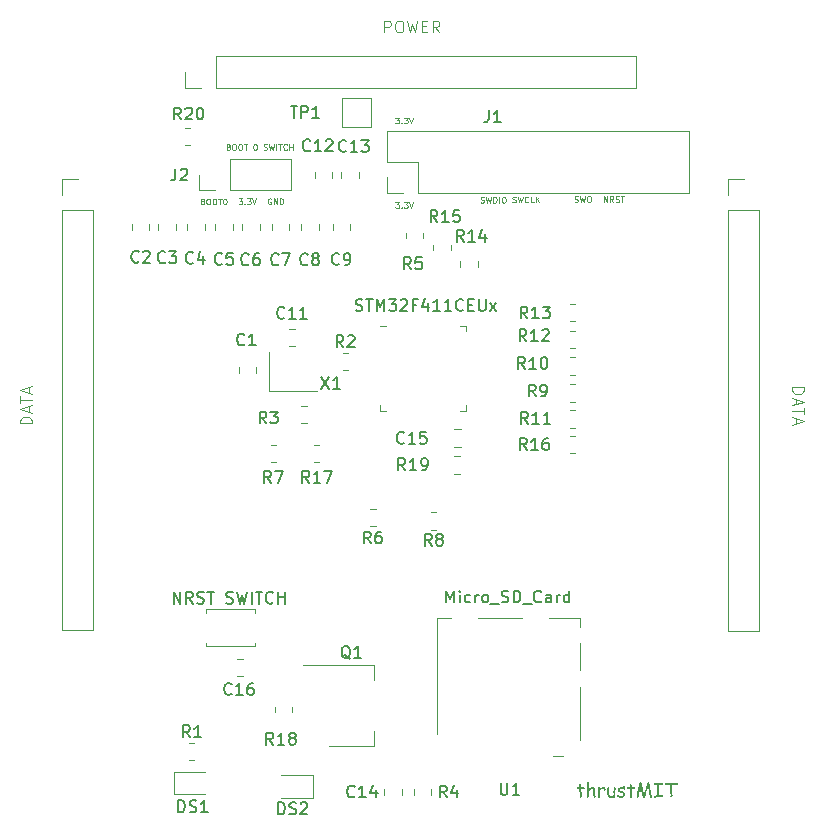
<source format=gbr>
%TF.GenerationSoftware,KiCad,Pcbnew,7.0.7*%
%TF.CreationDate,2024-02-10T00:47:22+05:30*%
%TF.ProjectId,MC_stack,4d435f73-7461-4636-9b2e-6b696361645f,rev?*%
%TF.SameCoordinates,Original*%
%TF.FileFunction,Legend,Top*%
%TF.FilePolarity,Positive*%
%FSLAX46Y46*%
G04 Gerber Fmt 4.6, Leading zero omitted, Abs format (unit mm)*
G04 Created by KiCad (PCBNEW 7.0.7) date 2024-02-10 00:47:22*
%MOMM*%
%LPD*%
G01*
G04 APERTURE LIST*
%ADD10C,0.125000*%
%ADD11C,0.150000*%
%ADD12C,0.100000*%
%ADD13C,0.120000*%
G04 APERTURE END LIST*
D10*
X132085988Y-66283519D02*
X132038369Y-66259709D01*
X132038369Y-66259709D02*
X131966940Y-66259709D01*
X131966940Y-66259709D02*
X131895512Y-66283519D01*
X131895512Y-66283519D02*
X131847893Y-66331138D01*
X131847893Y-66331138D02*
X131824083Y-66378757D01*
X131824083Y-66378757D02*
X131800274Y-66473995D01*
X131800274Y-66473995D02*
X131800274Y-66545423D01*
X131800274Y-66545423D02*
X131824083Y-66640661D01*
X131824083Y-66640661D02*
X131847893Y-66688280D01*
X131847893Y-66688280D02*
X131895512Y-66735900D01*
X131895512Y-66735900D02*
X131966940Y-66759709D01*
X131966940Y-66759709D02*
X132014559Y-66759709D01*
X132014559Y-66759709D02*
X132085988Y-66735900D01*
X132085988Y-66735900D02*
X132109797Y-66712090D01*
X132109797Y-66712090D02*
X132109797Y-66545423D01*
X132109797Y-66545423D02*
X132014559Y-66545423D01*
X132324083Y-66759709D02*
X132324083Y-66259709D01*
X132324083Y-66259709D02*
X132609797Y-66759709D01*
X132609797Y-66759709D02*
X132609797Y-66259709D01*
X132847893Y-66759709D02*
X132847893Y-66259709D01*
X132847893Y-66259709D02*
X132966941Y-66259709D01*
X132966941Y-66259709D02*
X133038369Y-66283519D01*
X133038369Y-66283519D02*
X133085988Y-66331138D01*
X133085988Y-66331138D02*
X133109798Y-66378757D01*
X133109798Y-66378757D02*
X133133607Y-66473995D01*
X133133607Y-66473995D02*
X133133607Y-66545423D01*
X133133607Y-66545423D02*
X133109798Y-66640661D01*
X133109798Y-66640661D02*
X133085988Y-66688280D01*
X133085988Y-66688280D02*
X133038369Y-66735900D01*
X133038369Y-66735900D02*
X132966941Y-66759709D01*
X132966941Y-66759709D02*
X132847893Y-66759709D01*
X157784474Y-66558100D02*
X157855902Y-66581909D01*
X157855902Y-66581909D02*
X157974950Y-66581909D01*
X157974950Y-66581909D02*
X158022569Y-66558100D01*
X158022569Y-66558100D02*
X158046378Y-66534290D01*
X158046378Y-66534290D02*
X158070188Y-66486671D01*
X158070188Y-66486671D02*
X158070188Y-66439052D01*
X158070188Y-66439052D02*
X158046378Y-66391433D01*
X158046378Y-66391433D02*
X158022569Y-66367623D01*
X158022569Y-66367623D02*
X157974950Y-66343814D01*
X157974950Y-66343814D02*
X157879712Y-66320004D01*
X157879712Y-66320004D02*
X157832093Y-66296195D01*
X157832093Y-66296195D02*
X157808283Y-66272385D01*
X157808283Y-66272385D02*
X157784474Y-66224766D01*
X157784474Y-66224766D02*
X157784474Y-66177147D01*
X157784474Y-66177147D02*
X157808283Y-66129528D01*
X157808283Y-66129528D02*
X157832093Y-66105719D01*
X157832093Y-66105719D02*
X157879712Y-66081909D01*
X157879712Y-66081909D02*
X157998759Y-66081909D01*
X157998759Y-66081909D02*
X158070188Y-66105719D01*
X158236854Y-66081909D02*
X158355902Y-66581909D01*
X158355902Y-66581909D02*
X158451140Y-66224766D01*
X158451140Y-66224766D02*
X158546378Y-66581909D01*
X158546378Y-66581909D02*
X158665426Y-66081909D01*
X158951140Y-66081909D02*
X159046378Y-66081909D01*
X159046378Y-66081909D02*
X159093997Y-66105719D01*
X159093997Y-66105719D02*
X159141616Y-66153338D01*
X159141616Y-66153338D02*
X159165426Y-66248576D01*
X159165426Y-66248576D02*
X159165426Y-66415242D01*
X159165426Y-66415242D02*
X159141616Y-66510480D01*
X159141616Y-66510480D02*
X159093997Y-66558100D01*
X159093997Y-66558100D02*
X159046378Y-66581909D01*
X159046378Y-66581909D02*
X158951140Y-66581909D01*
X158951140Y-66581909D02*
X158903521Y-66558100D01*
X158903521Y-66558100D02*
X158855902Y-66510480D01*
X158855902Y-66510480D02*
X158832093Y-66415242D01*
X158832093Y-66415242D02*
X158832093Y-66248576D01*
X158832093Y-66248576D02*
X158855902Y-66153338D01*
X158855902Y-66153338D02*
X158903521Y-66105719D01*
X158903521Y-66105719D02*
X158951140Y-66081909D01*
X126301150Y-66523204D02*
X126372578Y-66547014D01*
X126372578Y-66547014D02*
X126396388Y-66570823D01*
X126396388Y-66570823D02*
X126420197Y-66618442D01*
X126420197Y-66618442D02*
X126420197Y-66689871D01*
X126420197Y-66689871D02*
X126396388Y-66737490D01*
X126396388Y-66737490D02*
X126372578Y-66761300D01*
X126372578Y-66761300D02*
X126324959Y-66785109D01*
X126324959Y-66785109D02*
X126134483Y-66785109D01*
X126134483Y-66785109D02*
X126134483Y-66285109D01*
X126134483Y-66285109D02*
X126301150Y-66285109D01*
X126301150Y-66285109D02*
X126348769Y-66308919D01*
X126348769Y-66308919D02*
X126372578Y-66332728D01*
X126372578Y-66332728D02*
X126396388Y-66380347D01*
X126396388Y-66380347D02*
X126396388Y-66427966D01*
X126396388Y-66427966D02*
X126372578Y-66475585D01*
X126372578Y-66475585D02*
X126348769Y-66499395D01*
X126348769Y-66499395D02*
X126301150Y-66523204D01*
X126301150Y-66523204D02*
X126134483Y-66523204D01*
X126729721Y-66285109D02*
X126824959Y-66285109D01*
X126824959Y-66285109D02*
X126872578Y-66308919D01*
X126872578Y-66308919D02*
X126920197Y-66356538D01*
X126920197Y-66356538D02*
X126944007Y-66451776D01*
X126944007Y-66451776D02*
X126944007Y-66618442D01*
X126944007Y-66618442D02*
X126920197Y-66713680D01*
X126920197Y-66713680D02*
X126872578Y-66761300D01*
X126872578Y-66761300D02*
X126824959Y-66785109D01*
X126824959Y-66785109D02*
X126729721Y-66785109D01*
X126729721Y-66785109D02*
X126682102Y-66761300D01*
X126682102Y-66761300D02*
X126634483Y-66713680D01*
X126634483Y-66713680D02*
X126610674Y-66618442D01*
X126610674Y-66618442D02*
X126610674Y-66451776D01*
X126610674Y-66451776D02*
X126634483Y-66356538D01*
X126634483Y-66356538D02*
X126682102Y-66308919D01*
X126682102Y-66308919D02*
X126729721Y-66285109D01*
X127253531Y-66285109D02*
X127348769Y-66285109D01*
X127348769Y-66285109D02*
X127396388Y-66308919D01*
X127396388Y-66308919D02*
X127444007Y-66356538D01*
X127444007Y-66356538D02*
X127467817Y-66451776D01*
X127467817Y-66451776D02*
X127467817Y-66618442D01*
X127467817Y-66618442D02*
X127444007Y-66713680D01*
X127444007Y-66713680D02*
X127396388Y-66761300D01*
X127396388Y-66761300D02*
X127348769Y-66785109D01*
X127348769Y-66785109D02*
X127253531Y-66785109D01*
X127253531Y-66785109D02*
X127205912Y-66761300D01*
X127205912Y-66761300D02*
X127158293Y-66713680D01*
X127158293Y-66713680D02*
X127134484Y-66618442D01*
X127134484Y-66618442D02*
X127134484Y-66451776D01*
X127134484Y-66451776D02*
X127158293Y-66356538D01*
X127158293Y-66356538D02*
X127205912Y-66308919D01*
X127205912Y-66308919D02*
X127253531Y-66285109D01*
X127610675Y-66285109D02*
X127896389Y-66285109D01*
X127753532Y-66785109D02*
X127753532Y-66285109D01*
X128158293Y-66285109D02*
X128205912Y-66285109D01*
X128205912Y-66285109D02*
X128253531Y-66308919D01*
X128253531Y-66308919D02*
X128277341Y-66332728D01*
X128277341Y-66332728D02*
X128301150Y-66380347D01*
X128301150Y-66380347D02*
X128324960Y-66475585D01*
X128324960Y-66475585D02*
X128324960Y-66594633D01*
X128324960Y-66594633D02*
X128301150Y-66689871D01*
X128301150Y-66689871D02*
X128277341Y-66737490D01*
X128277341Y-66737490D02*
X128253531Y-66761300D01*
X128253531Y-66761300D02*
X128205912Y-66785109D01*
X128205912Y-66785109D02*
X128158293Y-66785109D01*
X128158293Y-66785109D02*
X128110674Y-66761300D01*
X128110674Y-66761300D02*
X128086865Y-66737490D01*
X128086865Y-66737490D02*
X128063055Y-66689871D01*
X128063055Y-66689871D02*
X128039246Y-66594633D01*
X128039246Y-66594633D02*
X128039246Y-66475585D01*
X128039246Y-66475585D02*
X128063055Y-66380347D01*
X128063055Y-66380347D02*
X128086865Y-66332728D01*
X128086865Y-66332728D02*
X128110674Y-66308919D01*
X128110674Y-66308919D02*
X128158293Y-66285109D01*
X142622264Y-59427109D02*
X142931788Y-59427109D01*
X142931788Y-59427109D02*
X142765121Y-59617585D01*
X142765121Y-59617585D02*
X142836550Y-59617585D01*
X142836550Y-59617585D02*
X142884169Y-59641395D01*
X142884169Y-59641395D02*
X142907978Y-59665204D01*
X142907978Y-59665204D02*
X142931788Y-59712823D01*
X142931788Y-59712823D02*
X142931788Y-59831871D01*
X142931788Y-59831871D02*
X142907978Y-59879490D01*
X142907978Y-59879490D02*
X142884169Y-59903300D01*
X142884169Y-59903300D02*
X142836550Y-59927109D01*
X142836550Y-59927109D02*
X142693693Y-59927109D01*
X142693693Y-59927109D02*
X142646074Y-59903300D01*
X142646074Y-59903300D02*
X142622264Y-59879490D01*
X143146073Y-59879490D02*
X143169883Y-59903300D01*
X143169883Y-59903300D02*
X143146073Y-59927109D01*
X143146073Y-59927109D02*
X143122264Y-59903300D01*
X143122264Y-59903300D02*
X143146073Y-59879490D01*
X143146073Y-59879490D02*
X143146073Y-59927109D01*
X143336549Y-59427109D02*
X143646073Y-59427109D01*
X143646073Y-59427109D02*
X143479406Y-59617585D01*
X143479406Y-59617585D02*
X143550835Y-59617585D01*
X143550835Y-59617585D02*
X143598454Y-59641395D01*
X143598454Y-59641395D02*
X143622263Y-59665204D01*
X143622263Y-59665204D02*
X143646073Y-59712823D01*
X143646073Y-59712823D02*
X143646073Y-59831871D01*
X143646073Y-59831871D02*
X143622263Y-59879490D01*
X143622263Y-59879490D02*
X143598454Y-59903300D01*
X143598454Y-59903300D02*
X143550835Y-59927109D01*
X143550835Y-59927109D02*
X143407978Y-59927109D01*
X143407978Y-59927109D02*
X143360359Y-59903300D01*
X143360359Y-59903300D02*
X143336549Y-59879490D01*
X143788930Y-59427109D02*
X143955596Y-59927109D01*
X143955596Y-59927109D02*
X144122263Y-59427109D01*
X128485550Y-61900404D02*
X128556978Y-61924214D01*
X128556978Y-61924214D02*
X128580788Y-61948023D01*
X128580788Y-61948023D02*
X128604597Y-61995642D01*
X128604597Y-61995642D02*
X128604597Y-62067071D01*
X128604597Y-62067071D02*
X128580788Y-62114690D01*
X128580788Y-62114690D02*
X128556978Y-62138500D01*
X128556978Y-62138500D02*
X128509359Y-62162309D01*
X128509359Y-62162309D02*
X128318883Y-62162309D01*
X128318883Y-62162309D02*
X128318883Y-61662309D01*
X128318883Y-61662309D02*
X128485550Y-61662309D01*
X128485550Y-61662309D02*
X128533169Y-61686119D01*
X128533169Y-61686119D02*
X128556978Y-61709928D01*
X128556978Y-61709928D02*
X128580788Y-61757547D01*
X128580788Y-61757547D02*
X128580788Y-61805166D01*
X128580788Y-61805166D02*
X128556978Y-61852785D01*
X128556978Y-61852785D02*
X128533169Y-61876595D01*
X128533169Y-61876595D02*
X128485550Y-61900404D01*
X128485550Y-61900404D02*
X128318883Y-61900404D01*
X128914121Y-61662309D02*
X129009359Y-61662309D01*
X129009359Y-61662309D02*
X129056978Y-61686119D01*
X129056978Y-61686119D02*
X129104597Y-61733738D01*
X129104597Y-61733738D02*
X129128407Y-61828976D01*
X129128407Y-61828976D02*
X129128407Y-61995642D01*
X129128407Y-61995642D02*
X129104597Y-62090880D01*
X129104597Y-62090880D02*
X129056978Y-62138500D01*
X129056978Y-62138500D02*
X129009359Y-62162309D01*
X129009359Y-62162309D02*
X128914121Y-62162309D01*
X128914121Y-62162309D02*
X128866502Y-62138500D01*
X128866502Y-62138500D02*
X128818883Y-62090880D01*
X128818883Y-62090880D02*
X128795074Y-61995642D01*
X128795074Y-61995642D02*
X128795074Y-61828976D01*
X128795074Y-61828976D02*
X128818883Y-61733738D01*
X128818883Y-61733738D02*
X128866502Y-61686119D01*
X128866502Y-61686119D02*
X128914121Y-61662309D01*
X129437931Y-61662309D02*
X129533169Y-61662309D01*
X129533169Y-61662309D02*
X129580788Y-61686119D01*
X129580788Y-61686119D02*
X129628407Y-61733738D01*
X129628407Y-61733738D02*
X129652217Y-61828976D01*
X129652217Y-61828976D02*
X129652217Y-61995642D01*
X129652217Y-61995642D02*
X129628407Y-62090880D01*
X129628407Y-62090880D02*
X129580788Y-62138500D01*
X129580788Y-62138500D02*
X129533169Y-62162309D01*
X129533169Y-62162309D02*
X129437931Y-62162309D01*
X129437931Y-62162309D02*
X129390312Y-62138500D01*
X129390312Y-62138500D02*
X129342693Y-62090880D01*
X129342693Y-62090880D02*
X129318884Y-61995642D01*
X129318884Y-61995642D02*
X129318884Y-61828976D01*
X129318884Y-61828976D02*
X129342693Y-61733738D01*
X129342693Y-61733738D02*
X129390312Y-61686119D01*
X129390312Y-61686119D02*
X129437931Y-61662309D01*
X129795075Y-61662309D02*
X130080789Y-61662309D01*
X129937932Y-62162309D02*
X129937932Y-61662309D01*
X130723645Y-61662309D02*
X130771264Y-61662309D01*
X130771264Y-61662309D02*
X130818883Y-61686119D01*
X130818883Y-61686119D02*
X130842693Y-61709928D01*
X130842693Y-61709928D02*
X130866502Y-61757547D01*
X130866502Y-61757547D02*
X130890312Y-61852785D01*
X130890312Y-61852785D02*
X130890312Y-61971833D01*
X130890312Y-61971833D02*
X130866502Y-62067071D01*
X130866502Y-62067071D02*
X130842693Y-62114690D01*
X130842693Y-62114690D02*
X130818883Y-62138500D01*
X130818883Y-62138500D02*
X130771264Y-62162309D01*
X130771264Y-62162309D02*
X130723645Y-62162309D01*
X130723645Y-62162309D02*
X130676026Y-62138500D01*
X130676026Y-62138500D02*
X130652217Y-62114690D01*
X130652217Y-62114690D02*
X130628407Y-62067071D01*
X130628407Y-62067071D02*
X130604598Y-61971833D01*
X130604598Y-61971833D02*
X130604598Y-61852785D01*
X130604598Y-61852785D02*
X130628407Y-61757547D01*
X130628407Y-61757547D02*
X130652217Y-61709928D01*
X130652217Y-61709928D02*
X130676026Y-61686119D01*
X130676026Y-61686119D02*
X130723645Y-61662309D01*
X131461740Y-62138500D02*
X131533168Y-62162309D01*
X131533168Y-62162309D02*
X131652216Y-62162309D01*
X131652216Y-62162309D02*
X131699835Y-62138500D01*
X131699835Y-62138500D02*
X131723644Y-62114690D01*
X131723644Y-62114690D02*
X131747454Y-62067071D01*
X131747454Y-62067071D02*
X131747454Y-62019452D01*
X131747454Y-62019452D02*
X131723644Y-61971833D01*
X131723644Y-61971833D02*
X131699835Y-61948023D01*
X131699835Y-61948023D02*
X131652216Y-61924214D01*
X131652216Y-61924214D02*
X131556978Y-61900404D01*
X131556978Y-61900404D02*
X131509359Y-61876595D01*
X131509359Y-61876595D02*
X131485549Y-61852785D01*
X131485549Y-61852785D02*
X131461740Y-61805166D01*
X131461740Y-61805166D02*
X131461740Y-61757547D01*
X131461740Y-61757547D02*
X131485549Y-61709928D01*
X131485549Y-61709928D02*
X131509359Y-61686119D01*
X131509359Y-61686119D02*
X131556978Y-61662309D01*
X131556978Y-61662309D02*
X131676025Y-61662309D01*
X131676025Y-61662309D02*
X131747454Y-61686119D01*
X131914120Y-61662309D02*
X132033168Y-62162309D01*
X132033168Y-62162309D02*
X132128406Y-61805166D01*
X132128406Y-61805166D02*
X132223644Y-62162309D01*
X132223644Y-62162309D02*
X132342692Y-61662309D01*
X132533168Y-62162309D02*
X132533168Y-61662309D01*
X132699835Y-61662309D02*
X132985549Y-61662309D01*
X132842692Y-62162309D02*
X132842692Y-61662309D01*
X133437929Y-62114690D02*
X133414120Y-62138500D01*
X133414120Y-62138500D02*
X133342691Y-62162309D01*
X133342691Y-62162309D02*
X133295072Y-62162309D01*
X133295072Y-62162309D02*
X133223644Y-62138500D01*
X133223644Y-62138500D02*
X133176025Y-62090880D01*
X133176025Y-62090880D02*
X133152215Y-62043261D01*
X133152215Y-62043261D02*
X133128406Y-61948023D01*
X133128406Y-61948023D02*
X133128406Y-61876595D01*
X133128406Y-61876595D02*
X133152215Y-61781357D01*
X133152215Y-61781357D02*
X133176025Y-61733738D01*
X133176025Y-61733738D02*
X133223644Y-61686119D01*
X133223644Y-61686119D02*
X133295072Y-61662309D01*
X133295072Y-61662309D02*
X133342691Y-61662309D01*
X133342691Y-61662309D02*
X133414120Y-61686119D01*
X133414120Y-61686119D02*
X133437929Y-61709928D01*
X133652215Y-62162309D02*
X133652215Y-61662309D01*
X133652215Y-61900404D02*
X133937929Y-61900404D01*
X133937929Y-62162309D02*
X133937929Y-61662309D01*
D11*
X123831579Y-100580819D02*
X123831579Y-99580819D01*
X123831579Y-99580819D02*
X124403007Y-100580819D01*
X124403007Y-100580819D02*
X124403007Y-99580819D01*
X125450626Y-100580819D02*
X125117293Y-100104628D01*
X124879198Y-100580819D02*
X124879198Y-99580819D01*
X124879198Y-99580819D02*
X125260150Y-99580819D01*
X125260150Y-99580819D02*
X125355388Y-99628438D01*
X125355388Y-99628438D02*
X125403007Y-99676057D01*
X125403007Y-99676057D02*
X125450626Y-99771295D01*
X125450626Y-99771295D02*
X125450626Y-99914152D01*
X125450626Y-99914152D02*
X125403007Y-100009390D01*
X125403007Y-100009390D02*
X125355388Y-100057009D01*
X125355388Y-100057009D02*
X125260150Y-100104628D01*
X125260150Y-100104628D02*
X124879198Y-100104628D01*
X125831579Y-100533200D02*
X125974436Y-100580819D01*
X125974436Y-100580819D02*
X126212531Y-100580819D01*
X126212531Y-100580819D02*
X126307769Y-100533200D01*
X126307769Y-100533200D02*
X126355388Y-100485580D01*
X126355388Y-100485580D02*
X126403007Y-100390342D01*
X126403007Y-100390342D02*
X126403007Y-100295104D01*
X126403007Y-100295104D02*
X126355388Y-100199866D01*
X126355388Y-100199866D02*
X126307769Y-100152247D01*
X126307769Y-100152247D02*
X126212531Y-100104628D01*
X126212531Y-100104628D02*
X126022055Y-100057009D01*
X126022055Y-100057009D02*
X125926817Y-100009390D01*
X125926817Y-100009390D02*
X125879198Y-99961771D01*
X125879198Y-99961771D02*
X125831579Y-99866533D01*
X125831579Y-99866533D02*
X125831579Y-99771295D01*
X125831579Y-99771295D02*
X125879198Y-99676057D01*
X125879198Y-99676057D02*
X125926817Y-99628438D01*
X125926817Y-99628438D02*
X126022055Y-99580819D01*
X126022055Y-99580819D02*
X126260150Y-99580819D01*
X126260150Y-99580819D02*
X126403007Y-99628438D01*
X126688722Y-99580819D02*
X127260150Y-99580819D01*
X126974436Y-100580819D02*
X126974436Y-99580819D01*
X128307770Y-100533200D02*
X128450627Y-100580819D01*
X128450627Y-100580819D02*
X128688722Y-100580819D01*
X128688722Y-100580819D02*
X128783960Y-100533200D01*
X128783960Y-100533200D02*
X128831579Y-100485580D01*
X128831579Y-100485580D02*
X128879198Y-100390342D01*
X128879198Y-100390342D02*
X128879198Y-100295104D01*
X128879198Y-100295104D02*
X128831579Y-100199866D01*
X128831579Y-100199866D02*
X128783960Y-100152247D01*
X128783960Y-100152247D02*
X128688722Y-100104628D01*
X128688722Y-100104628D02*
X128498246Y-100057009D01*
X128498246Y-100057009D02*
X128403008Y-100009390D01*
X128403008Y-100009390D02*
X128355389Y-99961771D01*
X128355389Y-99961771D02*
X128307770Y-99866533D01*
X128307770Y-99866533D02*
X128307770Y-99771295D01*
X128307770Y-99771295D02*
X128355389Y-99676057D01*
X128355389Y-99676057D02*
X128403008Y-99628438D01*
X128403008Y-99628438D02*
X128498246Y-99580819D01*
X128498246Y-99580819D02*
X128736341Y-99580819D01*
X128736341Y-99580819D02*
X128879198Y-99628438D01*
X129212532Y-99580819D02*
X129450627Y-100580819D01*
X129450627Y-100580819D02*
X129641103Y-99866533D01*
X129641103Y-99866533D02*
X129831579Y-100580819D01*
X129831579Y-100580819D02*
X130069675Y-99580819D01*
X130450627Y-100580819D02*
X130450627Y-99580819D01*
X130783960Y-99580819D02*
X131355388Y-99580819D01*
X131069674Y-100580819D02*
X131069674Y-99580819D01*
X132260150Y-100485580D02*
X132212531Y-100533200D01*
X132212531Y-100533200D02*
X132069674Y-100580819D01*
X132069674Y-100580819D02*
X131974436Y-100580819D01*
X131974436Y-100580819D02*
X131831579Y-100533200D01*
X131831579Y-100533200D02*
X131736341Y-100437961D01*
X131736341Y-100437961D02*
X131688722Y-100342723D01*
X131688722Y-100342723D02*
X131641103Y-100152247D01*
X131641103Y-100152247D02*
X131641103Y-100009390D01*
X131641103Y-100009390D02*
X131688722Y-99818914D01*
X131688722Y-99818914D02*
X131736341Y-99723676D01*
X131736341Y-99723676D02*
X131831579Y-99628438D01*
X131831579Y-99628438D02*
X131974436Y-99580819D01*
X131974436Y-99580819D02*
X132069674Y-99580819D01*
X132069674Y-99580819D02*
X132212531Y-99628438D01*
X132212531Y-99628438D02*
X132260150Y-99676057D01*
X132688722Y-100580819D02*
X132688722Y-99580819D01*
X132688722Y-100057009D02*
X133260150Y-100057009D01*
X133260150Y-100580819D02*
X133260150Y-99580819D01*
D10*
X129338064Y-66259709D02*
X129647588Y-66259709D01*
X129647588Y-66259709D02*
X129480921Y-66450185D01*
X129480921Y-66450185D02*
X129552350Y-66450185D01*
X129552350Y-66450185D02*
X129599969Y-66473995D01*
X129599969Y-66473995D02*
X129623778Y-66497804D01*
X129623778Y-66497804D02*
X129647588Y-66545423D01*
X129647588Y-66545423D02*
X129647588Y-66664471D01*
X129647588Y-66664471D02*
X129623778Y-66712090D01*
X129623778Y-66712090D02*
X129599969Y-66735900D01*
X129599969Y-66735900D02*
X129552350Y-66759709D01*
X129552350Y-66759709D02*
X129409493Y-66759709D01*
X129409493Y-66759709D02*
X129361874Y-66735900D01*
X129361874Y-66735900D02*
X129338064Y-66712090D01*
X129861873Y-66712090D02*
X129885683Y-66735900D01*
X129885683Y-66735900D02*
X129861873Y-66759709D01*
X129861873Y-66759709D02*
X129838064Y-66735900D01*
X129838064Y-66735900D02*
X129861873Y-66712090D01*
X129861873Y-66712090D02*
X129861873Y-66759709D01*
X130052349Y-66259709D02*
X130361873Y-66259709D01*
X130361873Y-66259709D02*
X130195206Y-66450185D01*
X130195206Y-66450185D02*
X130266635Y-66450185D01*
X130266635Y-66450185D02*
X130314254Y-66473995D01*
X130314254Y-66473995D02*
X130338063Y-66497804D01*
X130338063Y-66497804D02*
X130361873Y-66545423D01*
X130361873Y-66545423D02*
X130361873Y-66664471D01*
X130361873Y-66664471D02*
X130338063Y-66712090D01*
X130338063Y-66712090D02*
X130314254Y-66735900D01*
X130314254Y-66735900D02*
X130266635Y-66759709D01*
X130266635Y-66759709D02*
X130123778Y-66759709D01*
X130123778Y-66759709D02*
X130076159Y-66735900D01*
X130076159Y-66735900D02*
X130052349Y-66712090D01*
X130504730Y-66259709D02*
X130671396Y-66759709D01*
X130671396Y-66759709D02*
X130838063Y-66259709D01*
X152526674Y-66591300D02*
X152598102Y-66615109D01*
X152598102Y-66615109D02*
X152717150Y-66615109D01*
X152717150Y-66615109D02*
X152764769Y-66591300D01*
X152764769Y-66591300D02*
X152788578Y-66567490D01*
X152788578Y-66567490D02*
X152812388Y-66519871D01*
X152812388Y-66519871D02*
X152812388Y-66472252D01*
X152812388Y-66472252D02*
X152788578Y-66424633D01*
X152788578Y-66424633D02*
X152764769Y-66400823D01*
X152764769Y-66400823D02*
X152717150Y-66377014D01*
X152717150Y-66377014D02*
X152621912Y-66353204D01*
X152621912Y-66353204D02*
X152574293Y-66329395D01*
X152574293Y-66329395D02*
X152550483Y-66305585D01*
X152550483Y-66305585D02*
X152526674Y-66257966D01*
X152526674Y-66257966D02*
X152526674Y-66210347D01*
X152526674Y-66210347D02*
X152550483Y-66162728D01*
X152550483Y-66162728D02*
X152574293Y-66138919D01*
X152574293Y-66138919D02*
X152621912Y-66115109D01*
X152621912Y-66115109D02*
X152740959Y-66115109D01*
X152740959Y-66115109D02*
X152812388Y-66138919D01*
X152979054Y-66115109D02*
X153098102Y-66615109D01*
X153098102Y-66615109D02*
X153193340Y-66257966D01*
X153193340Y-66257966D02*
X153288578Y-66615109D01*
X153288578Y-66615109D02*
X153407626Y-66115109D01*
X153883816Y-66567490D02*
X153860007Y-66591300D01*
X153860007Y-66591300D02*
X153788578Y-66615109D01*
X153788578Y-66615109D02*
X153740959Y-66615109D01*
X153740959Y-66615109D02*
X153669531Y-66591300D01*
X153669531Y-66591300D02*
X153621912Y-66543680D01*
X153621912Y-66543680D02*
X153598102Y-66496061D01*
X153598102Y-66496061D02*
X153574293Y-66400823D01*
X153574293Y-66400823D02*
X153574293Y-66329395D01*
X153574293Y-66329395D02*
X153598102Y-66234157D01*
X153598102Y-66234157D02*
X153621912Y-66186538D01*
X153621912Y-66186538D02*
X153669531Y-66138919D01*
X153669531Y-66138919D02*
X153740959Y-66115109D01*
X153740959Y-66115109D02*
X153788578Y-66115109D01*
X153788578Y-66115109D02*
X153860007Y-66138919D01*
X153860007Y-66138919D02*
X153883816Y-66162728D01*
X154336197Y-66615109D02*
X154098102Y-66615109D01*
X154098102Y-66615109D02*
X154098102Y-66115109D01*
X154502864Y-66615109D02*
X154502864Y-66115109D01*
X154788578Y-66615109D02*
X154574293Y-66329395D01*
X154788578Y-66115109D02*
X154502864Y-66400823D01*
X142622264Y-66589909D02*
X142931788Y-66589909D01*
X142931788Y-66589909D02*
X142765121Y-66780385D01*
X142765121Y-66780385D02*
X142836550Y-66780385D01*
X142836550Y-66780385D02*
X142884169Y-66804195D01*
X142884169Y-66804195D02*
X142907978Y-66828004D01*
X142907978Y-66828004D02*
X142931788Y-66875623D01*
X142931788Y-66875623D02*
X142931788Y-66994671D01*
X142931788Y-66994671D02*
X142907978Y-67042290D01*
X142907978Y-67042290D02*
X142884169Y-67066100D01*
X142884169Y-67066100D02*
X142836550Y-67089909D01*
X142836550Y-67089909D02*
X142693693Y-67089909D01*
X142693693Y-67089909D02*
X142646074Y-67066100D01*
X142646074Y-67066100D02*
X142622264Y-67042290D01*
X143146073Y-67042290D02*
X143169883Y-67066100D01*
X143169883Y-67066100D02*
X143146073Y-67089909D01*
X143146073Y-67089909D02*
X143122264Y-67066100D01*
X143122264Y-67066100D02*
X143146073Y-67042290D01*
X143146073Y-67042290D02*
X143146073Y-67089909D01*
X143336549Y-66589909D02*
X143646073Y-66589909D01*
X143646073Y-66589909D02*
X143479406Y-66780385D01*
X143479406Y-66780385D02*
X143550835Y-66780385D01*
X143550835Y-66780385D02*
X143598454Y-66804195D01*
X143598454Y-66804195D02*
X143622263Y-66828004D01*
X143622263Y-66828004D02*
X143646073Y-66875623D01*
X143646073Y-66875623D02*
X143646073Y-66994671D01*
X143646073Y-66994671D02*
X143622263Y-67042290D01*
X143622263Y-67042290D02*
X143598454Y-67066100D01*
X143598454Y-67066100D02*
X143550835Y-67089909D01*
X143550835Y-67089909D02*
X143407978Y-67089909D01*
X143407978Y-67089909D02*
X143360359Y-67066100D01*
X143360359Y-67066100D02*
X143336549Y-67042290D01*
X143788930Y-66589909D02*
X143955596Y-67089909D01*
X143955596Y-67089909D02*
X144122263Y-66589909D01*
X160272083Y-66581909D02*
X160272083Y-66081909D01*
X160272083Y-66081909D02*
X160557797Y-66581909D01*
X160557797Y-66581909D02*
X160557797Y-66081909D01*
X161081607Y-66581909D02*
X160914941Y-66343814D01*
X160795893Y-66581909D02*
X160795893Y-66081909D01*
X160795893Y-66081909D02*
X160986369Y-66081909D01*
X160986369Y-66081909D02*
X161033988Y-66105719D01*
X161033988Y-66105719D02*
X161057798Y-66129528D01*
X161057798Y-66129528D02*
X161081607Y-66177147D01*
X161081607Y-66177147D02*
X161081607Y-66248576D01*
X161081607Y-66248576D02*
X161057798Y-66296195D01*
X161057798Y-66296195D02*
X161033988Y-66320004D01*
X161033988Y-66320004D02*
X160986369Y-66343814D01*
X160986369Y-66343814D02*
X160795893Y-66343814D01*
X161272084Y-66558100D02*
X161343512Y-66581909D01*
X161343512Y-66581909D02*
X161462560Y-66581909D01*
X161462560Y-66581909D02*
X161510179Y-66558100D01*
X161510179Y-66558100D02*
X161533988Y-66534290D01*
X161533988Y-66534290D02*
X161557798Y-66486671D01*
X161557798Y-66486671D02*
X161557798Y-66439052D01*
X161557798Y-66439052D02*
X161533988Y-66391433D01*
X161533988Y-66391433D02*
X161510179Y-66367623D01*
X161510179Y-66367623D02*
X161462560Y-66343814D01*
X161462560Y-66343814D02*
X161367322Y-66320004D01*
X161367322Y-66320004D02*
X161319703Y-66296195D01*
X161319703Y-66296195D02*
X161295893Y-66272385D01*
X161295893Y-66272385D02*
X161272084Y-66224766D01*
X161272084Y-66224766D02*
X161272084Y-66177147D01*
X161272084Y-66177147D02*
X161295893Y-66129528D01*
X161295893Y-66129528D02*
X161319703Y-66105719D01*
X161319703Y-66105719D02*
X161367322Y-66081909D01*
X161367322Y-66081909D02*
X161486369Y-66081909D01*
X161486369Y-66081909D02*
X161557798Y-66105719D01*
X161700655Y-66081909D02*
X161986369Y-66081909D01*
X161843512Y-66581909D02*
X161843512Y-66081909D01*
X149834274Y-66608900D02*
X149905702Y-66632709D01*
X149905702Y-66632709D02*
X150024750Y-66632709D01*
X150024750Y-66632709D02*
X150072369Y-66608900D01*
X150072369Y-66608900D02*
X150096178Y-66585090D01*
X150096178Y-66585090D02*
X150119988Y-66537471D01*
X150119988Y-66537471D02*
X150119988Y-66489852D01*
X150119988Y-66489852D02*
X150096178Y-66442233D01*
X150096178Y-66442233D02*
X150072369Y-66418423D01*
X150072369Y-66418423D02*
X150024750Y-66394614D01*
X150024750Y-66394614D02*
X149929512Y-66370804D01*
X149929512Y-66370804D02*
X149881893Y-66346995D01*
X149881893Y-66346995D02*
X149858083Y-66323185D01*
X149858083Y-66323185D02*
X149834274Y-66275566D01*
X149834274Y-66275566D02*
X149834274Y-66227947D01*
X149834274Y-66227947D02*
X149858083Y-66180328D01*
X149858083Y-66180328D02*
X149881893Y-66156519D01*
X149881893Y-66156519D02*
X149929512Y-66132709D01*
X149929512Y-66132709D02*
X150048559Y-66132709D01*
X150048559Y-66132709D02*
X150119988Y-66156519D01*
X150286654Y-66132709D02*
X150405702Y-66632709D01*
X150405702Y-66632709D02*
X150500940Y-66275566D01*
X150500940Y-66275566D02*
X150596178Y-66632709D01*
X150596178Y-66632709D02*
X150715226Y-66132709D01*
X150905702Y-66632709D02*
X150905702Y-66132709D01*
X150905702Y-66132709D02*
X151024750Y-66132709D01*
X151024750Y-66132709D02*
X151096178Y-66156519D01*
X151096178Y-66156519D02*
X151143797Y-66204138D01*
X151143797Y-66204138D02*
X151167607Y-66251757D01*
X151167607Y-66251757D02*
X151191416Y-66346995D01*
X151191416Y-66346995D02*
X151191416Y-66418423D01*
X151191416Y-66418423D02*
X151167607Y-66513661D01*
X151167607Y-66513661D02*
X151143797Y-66561280D01*
X151143797Y-66561280D02*
X151096178Y-66608900D01*
X151096178Y-66608900D02*
X151024750Y-66632709D01*
X151024750Y-66632709D02*
X150905702Y-66632709D01*
X151405702Y-66632709D02*
X151405702Y-66132709D01*
X151739035Y-66132709D02*
X151834273Y-66132709D01*
X151834273Y-66132709D02*
X151881892Y-66156519D01*
X151881892Y-66156519D02*
X151929511Y-66204138D01*
X151929511Y-66204138D02*
X151953321Y-66299376D01*
X151953321Y-66299376D02*
X151953321Y-66466042D01*
X151953321Y-66466042D02*
X151929511Y-66561280D01*
X151929511Y-66561280D02*
X151881892Y-66608900D01*
X151881892Y-66608900D02*
X151834273Y-66632709D01*
X151834273Y-66632709D02*
X151739035Y-66632709D01*
X151739035Y-66632709D02*
X151691416Y-66608900D01*
X151691416Y-66608900D02*
X151643797Y-66561280D01*
X151643797Y-66561280D02*
X151619988Y-66466042D01*
X151619988Y-66466042D02*
X151619988Y-66299376D01*
X151619988Y-66299376D02*
X151643797Y-66204138D01*
X151643797Y-66204138D02*
X151691416Y-66156519D01*
X151691416Y-66156519D02*
X151739035Y-66132709D01*
D11*
X153738342Y-87576819D02*
X153405009Y-87100628D01*
X153166914Y-87576819D02*
X153166914Y-86576819D01*
X153166914Y-86576819D02*
X153547866Y-86576819D01*
X153547866Y-86576819D02*
X153643104Y-86624438D01*
X153643104Y-86624438D02*
X153690723Y-86672057D01*
X153690723Y-86672057D02*
X153738342Y-86767295D01*
X153738342Y-86767295D02*
X153738342Y-86910152D01*
X153738342Y-86910152D02*
X153690723Y-87005390D01*
X153690723Y-87005390D02*
X153643104Y-87053009D01*
X153643104Y-87053009D02*
X153547866Y-87100628D01*
X153547866Y-87100628D02*
X153166914Y-87100628D01*
X154690723Y-87576819D02*
X154119295Y-87576819D01*
X154405009Y-87576819D02*
X154405009Y-86576819D01*
X154405009Y-86576819D02*
X154309771Y-86719676D01*
X154309771Y-86719676D02*
X154214533Y-86814914D01*
X154214533Y-86814914D02*
X154119295Y-86862533D01*
X155547866Y-86576819D02*
X155357390Y-86576819D01*
X155357390Y-86576819D02*
X155262152Y-86624438D01*
X155262152Y-86624438D02*
X155214533Y-86672057D01*
X155214533Y-86672057D02*
X155119295Y-86814914D01*
X155119295Y-86814914D02*
X155071676Y-87005390D01*
X155071676Y-87005390D02*
X155071676Y-87386342D01*
X155071676Y-87386342D02*
X155119295Y-87481580D01*
X155119295Y-87481580D02*
X155166914Y-87529200D01*
X155166914Y-87529200D02*
X155262152Y-87576819D01*
X155262152Y-87576819D02*
X155452628Y-87576819D01*
X155452628Y-87576819D02*
X155547866Y-87529200D01*
X155547866Y-87529200D02*
X155595485Y-87481580D01*
X155595485Y-87481580D02*
X155643104Y-87386342D01*
X155643104Y-87386342D02*
X155643104Y-87148247D01*
X155643104Y-87148247D02*
X155595485Y-87053009D01*
X155595485Y-87053009D02*
X155547866Y-87005390D01*
X155547866Y-87005390D02*
X155452628Y-86957771D01*
X155452628Y-86957771D02*
X155262152Y-86957771D01*
X155262152Y-86957771D02*
X155166914Y-87005390D01*
X155166914Y-87005390D02*
X155119295Y-87053009D01*
X155119295Y-87053009D02*
X155071676Y-87148247D01*
X135189933Y-71835180D02*
X135142314Y-71882800D01*
X135142314Y-71882800D02*
X134999457Y-71930419D01*
X134999457Y-71930419D02*
X134904219Y-71930419D01*
X134904219Y-71930419D02*
X134761362Y-71882800D01*
X134761362Y-71882800D02*
X134666124Y-71787561D01*
X134666124Y-71787561D02*
X134618505Y-71692323D01*
X134618505Y-71692323D02*
X134570886Y-71501847D01*
X134570886Y-71501847D02*
X134570886Y-71358990D01*
X134570886Y-71358990D02*
X134618505Y-71168514D01*
X134618505Y-71168514D02*
X134666124Y-71073276D01*
X134666124Y-71073276D02*
X134761362Y-70978038D01*
X134761362Y-70978038D02*
X134904219Y-70930419D01*
X134904219Y-70930419D02*
X134999457Y-70930419D01*
X134999457Y-70930419D02*
X135142314Y-70978038D01*
X135142314Y-70978038D02*
X135189933Y-71025657D01*
X135761362Y-71358990D02*
X135666124Y-71311371D01*
X135666124Y-71311371D02*
X135618505Y-71263752D01*
X135618505Y-71263752D02*
X135570886Y-71168514D01*
X135570886Y-71168514D02*
X135570886Y-71120895D01*
X135570886Y-71120895D02*
X135618505Y-71025657D01*
X135618505Y-71025657D02*
X135666124Y-70978038D01*
X135666124Y-70978038D02*
X135761362Y-70930419D01*
X135761362Y-70930419D02*
X135951838Y-70930419D01*
X135951838Y-70930419D02*
X136047076Y-70978038D01*
X136047076Y-70978038D02*
X136094695Y-71025657D01*
X136094695Y-71025657D02*
X136142314Y-71120895D01*
X136142314Y-71120895D02*
X136142314Y-71168514D01*
X136142314Y-71168514D02*
X136094695Y-71263752D01*
X136094695Y-71263752D02*
X136047076Y-71311371D01*
X136047076Y-71311371D02*
X135951838Y-71358990D01*
X135951838Y-71358990D02*
X135761362Y-71358990D01*
X135761362Y-71358990D02*
X135666124Y-71406609D01*
X135666124Y-71406609D02*
X135618505Y-71454228D01*
X135618505Y-71454228D02*
X135570886Y-71549466D01*
X135570886Y-71549466D02*
X135570886Y-71739942D01*
X135570886Y-71739942D02*
X135618505Y-71835180D01*
X135618505Y-71835180D02*
X135666124Y-71882800D01*
X135666124Y-71882800D02*
X135761362Y-71930419D01*
X135761362Y-71930419D02*
X135951838Y-71930419D01*
X135951838Y-71930419D02*
X136047076Y-71882800D01*
X136047076Y-71882800D02*
X136094695Y-71835180D01*
X136094695Y-71835180D02*
X136142314Y-71739942D01*
X136142314Y-71739942D02*
X136142314Y-71549466D01*
X136142314Y-71549466D02*
X136094695Y-71454228D01*
X136094695Y-71454228D02*
X136047076Y-71406609D01*
X136047076Y-71406609D02*
X135951838Y-71358990D01*
X123124933Y-71657380D02*
X123077314Y-71705000D01*
X123077314Y-71705000D02*
X122934457Y-71752619D01*
X122934457Y-71752619D02*
X122839219Y-71752619D01*
X122839219Y-71752619D02*
X122696362Y-71705000D01*
X122696362Y-71705000D02*
X122601124Y-71609761D01*
X122601124Y-71609761D02*
X122553505Y-71514523D01*
X122553505Y-71514523D02*
X122505886Y-71324047D01*
X122505886Y-71324047D02*
X122505886Y-71181190D01*
X122505886Y-71181190D02*
X122553505Y-70990714D01*
X122553505Y-70990714D02*
X122601124Y-70895476D01*
X122601124Y-70895476D02*
X122696362Y-70800238D01*
X122696362Y-70800238D02*
X122839219Y-70752619D01*
X122839219Y-70752619D02*
X122934457Y-70752619D01*
X122934457Y-70752619D02*
X123077314Y-70800238D01*
X123077314Y-70800238D02*
X123124933Y-70847857D01*
X123458267Y-70752619D02*
X124077314Y-70752619D01*
X124077314Y-70752619D02*
X123743981Y-71133571D01*
X123743981Y-71133571D02*
X123886838Y-71133571D01*
X123886838Y-71133571D02*
X123982076Y-71181190D01*
X123982076Y-71181190D02*
X124029695Y-71228809D01*
X124029695Y-71228809D02*
X124077314Y-71324047D01*
X124077314Y-71324047D02*
X124077314Y-71562142D01*
X124077314Y-71562142D02*
X124029695Y-71657380D01*
X124029695Y-71657380D02*
X123982076Y-71705000D01*
X123982076Y-71705000D02*
X123886838Y-71752619D01*
X123886838Y-71752619D02*
X123601124Y-71752619D01*
X123601124Y-71752619D02*
X123505886Y-71705000D01*
X123505886Y-71705000D02*
X123458267Y-71657380D01*
X153585942Y-80718819D02*
X153252609Y-80242628D01*
X153014514Y-80718819D02*
X153014514Y-79718819D01*
X153014514Y-79718819D02*
X153395466Y-79718819D01*
X153395466Y-79718819D02*
X153490704Y-79766438D01*
X153490704Y-79766438D02*
X153538323Y-79814057D01*
X153538323Y-79814057D02*
X153585942Y-79909295D01*
X153585942Y-79909295D02*
X153585942Y-80052152D01*
X153585942Y-80052152D02*
X153538323Y-80147390D01*
X153538323Y-80147390D02*
X153490704Y-80195009D01*
X153490704Y-80195009D02*
X153395466Y-80242628D01*
X153395466Y-80242628D02*
X153014514Y-80242628D01*
X154538323Y-80718819D02*
X153966895Y-80718819D01*
X154252609Y-80718819D02*
X154252609Y-79718819D01*
X154252609Y-79718819D02*
X154157371Y-79861676D01*
X154157371Y-79861676D02*
X154062133Y-79956914D01*
X154062133Y-79956914D02*
X153966895Y-80004533D01*
X155157371Y-79718819D02*
X155252609Y-79718819D01*
X155252609Y-79718819D02*
X155347847Y-79766438D01*
X155347847Y-79766438D02*
X155395466Y-79814057D01*
X155395466Y-79814057D02*
X155443085Y-79909295D01*
X155443085Y-79909295D02*
X155490704Y-80099771D01*
X155490704Y-80099771D02*
X155490704Y-80337866D01*
X155490704Y-80337866D02*
X155443085Y-80528342D01*
X155443085Y-80528342D02*
X155395466Y-80623580D01*
X155395466Y-80623580D02*
X155347847Y-80671200D01*
X155347847Y-80671200D02*
X155252609Y-80718819D01*
X155252609Y-80718819D02*
X155157371Y-80718819D01*
X155157371Y-80718819D02*
X155062133Y-80671200D01*
X155062133Y-80671200D02*
X155014514Y-80623580D01*
X155014514Y-80623580D02*
X154966895Y-80528342D01*
X154966895Y-80528342D02*
X154919276Y-80337866D01*
X154919276Y-80337866D02*
X154919276Y-80099771D01*
X154919276Y-80099771D02*
X154966895Y-79909295D01*
X154966895Y-79909295D02*
X155014514Y-79814057D01*
X155014514Y-79814057D02*
X155062133Y-79766438D01*
X155062133Y-79766438D02*
X155157371Y-79718819D01*
X136350476Y-81369819D02*
X137017142Y-82369819D01*
X137017142Y-81369819D02*
X136350476Y-82369819D01*
X137921904Y-82369819D02*
X137350476Y-82369819D01*
X137636190Y-82369819D02*
X137636190Y-81369819D01*
X137636190Y-81369819D02*
X137540952Y-81512676D01*
X137540952Y-81512676D02*
X137445714Y-81607914D01*
X137445714Y-81607914D02*
X137350476Y-81655533D01*
X132726133Y-71835180D02*
X132678514Y-71882800D01*
X132678514Y-71882800D02*
X132535657Y-71930419D01*
X132535657Y-71930419D02*
X132440419Y-71930419D01*
X132440419Y-71930419D02*
X132297562Y-71882800D01*
X132297562Y-71882800D02*
X132202324Y-71787561D01*
X132202324Y-71787561D02*
X132154705Y-71692323D01*
X132154705Y-71692323D02*
X132107086Y-71501847D01*
X132107086Y-71501847D02*
X132107086Y-71358990D01*
X132107086Y-71358990D02*
X132154705Y-71168514D01*
X132154705Y-71168514D02*
X132202324Y-71073276D01*
X132202324Y-71073276D02*
X132297562Y-70978038D01*
X132297562Y-70978038D02*
X132440419Y-70930419D01*
X132440419Y-70930419D02*
X132535657Y-70930419D01*
X132535657Y-70930419D02*
X132678514Y-70978038D01*
X132678514Y-70978038D02*
X132726133Y-71025657D01*
X133059467Y-70930419D02*
X133726133Y-70930419D01*
X133726133Y-70930419D02*
X133297562Y-71930419D01*
X145680133Y-95678419D02*
X145346800Y-95202228D01*
X145108705Y-95678419D02*
X145108705Y-94678419D01*
X145108705Y-94678419D02*
X145489657Y-94678419D01*
X145489657Y-94678419D02*
X145584895Y-94726038D01*
X145584895Y-94726038D02*
X145632514Y-94773657D01*
X145632514Y-94773657D02*
X145680133Y-94868895D01*
X145680133Y-94868895D02*
X145680133Y-95011752D01*
X145680133Y-95011752D02*
X145632514Y-95106990D01*
X145632514Y-95106990D02*
X145584895Y-95154609D01*
X145584895Y-95154609D02*
X145489657Y-95202228D01*
X145489657Y-95202228D02*
X145108705Y-95202228D01*
X146251562Y-95106990D02*
X146156324Y-95059371D01*
X146156324Y-95059371D02*
X146108705Y-95011752D01*
X146108705Y-95011752D02*
X146061086Y-94916514D01*
X146061086Y-94916514D02*
X146061086Y-94868895D01*
X146061086Y-94868895D02*
X146108705Y-94773657D01*
X146108705Y-94773657D02*
X146156324Y-94726038D01*
X146156324Y-94726038D02*
X146251562Y-94678419D01*
X146251562Y-94678419D02*
X146442038Y-94678419D01*
X146442038Y-94678419D02*
X146537276Y-94726038D01*
X146537276Y-94726038D02*
X146584895Y-94773657D01*
X146584895Y-94773657D02*
X146632514Y-94868895D01*
X146632514Y-94868895D02*
X146632514Y-94916514D01*
X146632514Y-94916514D02*
X146584895Y-95011752D01*
X146584895Y-95011752D02*
X146537276Y-95059371D01*
X146537276Y-95059371D02*
X146442038Y-95106990D01*
X146442038Y-95106990D02*
X146251562Y-95106990D01*
X146251562Y-95106990D02*
X146156324Y-95154609D01*
X146156324Y-95154609D02*
X146108705Y-95202228D01*
X146108705Y-95202228D02*
X146061086Y-95297466D01*
X146061086Y-95297466D02*
X146061086Y-95487942D01*
X146061086Y-95487942D02*
X146108705Y-95583180D01*
X146108705Y-95583180D02*
X146156324Y-95630800D01*
X146156324Y-95630800D02*
X146251562Y-95678419D01*
X146251562Y-95678419D02*
X146442038Y-95678419D01*
X146442038Y-95678419D02*
X146537276Y-95630800D01*
X146537276Y-95630800D02*
X146584895Y-95583180D01*
X146584895Y-95583180D02*
X146632514Y-95487942D01*
X146632514Y-95487942D02*
X146632514Y-95297466D01*
X146632514Y-95297466D02*
X146584895Y-95202228D01*
X146584895Y-95202228D02*
X146537276Y-95154609D01*
X146537276Y-95154609D02*
X146442038Y-95106990D01*
X150542666Y-58814619D02*
X150542666Y-59528904D01*
X150542666Y-59528904D02*
X150495047Y-59671761D01*
X150495047Y-59671761D02*
X150399809Y-59767000D01*
X150399809Y-59767000D02*
X150256952Y-59814619D01*
X150256952Y-59814619D02*
X150161714Y-59814619D01*
X151542666Y-59814619D02*
X150971238Y-59814619D01*
X151256952Y-59814619D02*
X151256952Y-58814619D01*
X151256952Y-58814619D02*
X151161714Y-58957476D01*
X151161714Y-58957476D02*
X151066476Y-59052714D01*
X151066476Y-59052714D02*
X150971238Y-59100333D01*
X138791961Y-105270057D02*
X138696723Y-105222438D01*
X138696723Y-105222438D02*
X138601485Y-105127200D01*
X138601485Y-105127200D02*
X138458628Y-104984342D01*
X138458628Y-104984342D02*
X138363390Y-104936723D01*
X138363390Y-104936723D02*
X138268152Y-104936723D01*
X138315771Y-105174819D02*
X138220533Y-105127200D01*
X138220533Y-105127200D02*
X138125295Y-105031961D01*
X138125295Y-105031961D02*
X138077676Y-104841485D01*
X138077676Y-104841485D02*
X138077676Y-104508152D01*
X138077676Y-104508152D02*
X138125295Y-104317676D01*
X138125295Y-104317676D02*
X138220533Y-104222438D01*
X138220533Y-104222438D02*
X138315771Y-104174819D01*
X138315771Y-104174819D02*
X138506247Y-104174819D01*
X138506247Y-104174819D02*
X138601485Y-104222438D01*
X138601485Y-104222438D02*
X138696723Y-104317676D01*
X138696723Y-104317676D02*
X138744342Y-104508152D01*
X138744342Y-104508152D02*
X138744342Y-104841485D01*
X138744342Y-104841485D02*
X138696723Y-105031961D01*
X138696723Y-105031961D02*
X138601485Y-105127200D01*
X138601485Y-105127200D02*
X138506247Y-105174819D01*
X138506247Y-105174819D02*
X138315771Y-105174819D01*
X139696723Y-105174819D02*
X139125295Y-105174819D01*
X139411009Y-105174819D02*
X139411009Y-104174819D01*
X139411009Y-104174819D02*
X139315771Y-104317676D01*
X139315771Y-104317676D02*
X139220533Y-104412914D01*
X139220533Y-104412914D02*
X139125295Y-104460533D01*
X137856933Y-71809780D02*
X137809314Y-71857400D01*
X137809314Y-71857400D02*
X137666457Y-71905019D01*
X137666457Y-71905019D02*
X137571219Y-71905019D01*
X137571219Y-71905019D02*
X137428362Y-71857400D01*
X137428362Y-71857400D02*
X137333124Y-71762161D01*
X137333124Y-71762161D02*
X137285505Y-71666923D01*
X137285505Y-71666923D02*
X137237886Y-71476447D01*
X137237886Y-71476447D02*
X137237886Y-71333590D01*
X137237886Y-71333590D02*
X137285505Y-71143114D01*
X137285505Y-71143114D02*
X137333124Y-71047876D01*
X137333124Y-71047876D02*
X137428362Y-70952638D01*
X137428362Y-70952638D02*
X137571219Y-70905019D01*
X137571219Y-70905019D02*
X137666457Y-70905019D01*
X137666457Y-70905019D02*
X137809314Y-70952638D01*
X137809314Y-70952638D02*
X137856933Y-71000257D01*
X138333124Y-71905019D02*
X138523600Y-71905019D01*
X138523600Y-71905019D02*
X138618838Y-71857400D01*
X138618838Y-71857400D02*
X138666457Y-71809780D01*
X138666457Y-71809780D02*
X138761695Y-71666923D01*
X138761695Y-71666923D02*
X138809314Y-71476447D01*
X138809314Y-71476447D02*
X138809314Y-71095495D01*
X138809314Y-71095495D02*
X138761695Y-71000257D01*
X138761695Y-71000257D02*
X138714076Y-70952638D01*
X138714076Y-70952638D02*
X138618838Y-70905019D01*
X138618838Y-70905019D02*
X138428362Y-70905019D01*
X138428362Y-70905019D02*
X138333124Y-70952638D01*
X138333124Y-70952638D02*
X138285505Y-71000257D01*
X138285505Y-71000257D02*
X138237886Y-71095495D01*
X138237886Y-71095495D02*
X138237886Y-71333590D01*
X138237886Y-71333590D02*
X138285505Y-71428828D01*
X138285505Y-71428828D02*
X138333124Y-71476447D01*
X138333124Y-71476447D02*
X138428362Y-71524066D01*
X138428362Y-71524066D02*
X138618838Y-71524066D01*
X138618838Y-71524066D02*
X138714076Y-71476447D01*
X138714076Y-71476447D02*
X138761695Y-71428828D01*
X138761695Y-71428828D02*
X138809314Y-71333590D01*
X125209633Y-111885619D02*
X124876300Y-111409428D01*
X124638205Y-111885619D02*
X124638205Y-110885619D01*
X124638205Y-110885619D02*
X125019157Y-110885619D01*
X125019157Y-110885619D02*
X125114395Y-110933238D01*
X125114395Y-110933238D02*
X125162014Y-110980857D01*
X125162014Y-110980857D02*
X125209633Y-111076095D01*
X125209633Y-111076095D02*
X125209633Y-111218952D01*
X125209633Y-111218952D02*
X125162014Y-111314190D01*
X125162014Y-111314190D02*
X125114395Y-111361809D01*
X125114395Y-111361809D02*
X125019157Y-111409428D01*
X125019157Y-111409428D02*
X124638205Y-111409428D01*
X126162014Y-111885619D02*
X125590586Y-111885619D01*
X125876300Y-111885619D02*
X125876300Y-110885619D01*
X125876300Y-110885619D02*
X125781062Y-111028476D01*
X125781062Y-111028476D02*
X125685824Y-111123714D01*
X125685824Y-111123714D02*
X125590586Y-111171333D01*
X128744742Y-108207980D02*
X128697123Y-108255600D01*
X128697123Y-108255600D02*
X128554266Y-108303219D01*
X128554266Y-108303219D02*
X128459028Y-108303219D01*
X128459028Y-108303219D02*
X128316171Y-108255600D01*
X128316171Y-108255600D02*
X128220933Y-108160361D01*
X128220933Y-108160361D02*
X128173314Y-108065123D01*
X128173314Y-108065123D02*
X128125695Y-107874647D01*
X128125695Y-107874647D02*
X128125695Y-107731790D01*
X128125695Y-107731790D02*
X128173314Y-107541314D01*
X128173314Y-107541314D02*
X128220933Y-107446076D01*
X128220933Y-107446076D02*
X128316171Y-107350838D01*
X128316171Y-107350838D02*
X128459028Y-107303219D01*
X128459028Y-107303219D02*
X128554266Y-107303219D01*
X128554266Y-107303219D02*
X128697123Y-107350838D01*
X128697123Y-107350838D02*
X128744742Y-107398457D01*
X129697123Y-108303219D02*
X129125695Y-108303219D01*
X129411409Y-108303219D02*
X129411409Y-107303219D01*
X129411409Y-107303219D02*
X129316171Y-107446076D01*
X129316171Y-107446076D02*
X129220933Y-107541314D01*
X129220933Y-107541314D02*
X129125695Y-107588933D01*
X130554266Y-107303219D02*
X130363790Y-107303219D01*
X130363790Y-107303219D02*
X130268552Y-107350838D01*
X130268552Y-107350838D02*
X130220933Y-107398457D01*
X130220933Y-107398457D02*
X130125695Y-107541314D01*
X130125695Y-107541314D02*
X130078076Y-107731790D01*
X130078076Y-107731790D02*
X130078076Y-108112742D01*
X130078076Y-108112742D02*
X130125695Y-108207980D01*
X130125695Y-108207980D02*
X130173314Y-108255600D01*
X130173314Y-108255600D02*
X130268552Y-108303219D01*
X130268552Y-108303219D02*
X130459028Y-108303219D01*
X130459028Y-108303219D02*
X130554266Y-108255600D01*
X130554266Y-108255600D02*
X130601885Y-108207980D01*
X130601885Y-108207980D02*
X130649504Y-108112742D01*
X130649504Y-108112742D02*
X130649504Y-107874647D01*
X130649504Y-107874647D02*
X130601885Y-107779409D01*
X130601885Y-107779409D02*
X130554266Y-107731790D01*
X130554266Y-107731790D02*
X130459028Y-107684171D01*
X130459028Y-107684171D02*
X130268552Y-107684171D01*
X130268552Y-107684171D02*
X130173314Y-107731790D01*
X130173314Y-107731790D02*
X130125695Y-107779409D01*
X130125695Y-107779409D02*
X130078076Y-107874647D01*
X120889733Y-71606580D02*
X120842114Y-71654200D01*
X120842114Y-71654200D02*
X120699257Y-71701819D01*
X120699257Y-71701819D02*
X120604019Y-71701819D01*
X120604019Y-71701819D02*
X120461162Y-71654200D01*
X120461162Y-71654200D02*
X120365924Y-71558961D01*
X120365924Y-71558961D02*
X120318305Y-71463723D01*
X120318305Y-71463723D02*
X120270686Y-71273247D01*
X120270686Y-71273247D02*
X120270686Y-71130390D01*
X120270686Y-71130390D02*
X120318305Y-70939914D01*
X120318305Y-70939914D02*
X120365924Y-70844676D01*
X120365924Y-70844676D02*
X120461162Y-70749438D01*
X120461162Y-70749438D02*
X120604019Y-70701819D01*
X120604019Y-70701819D02*
X120699257Y-70701819D01*
X120699257Y-70701819D02*
X120842114Y-70749438D01*
X120842114Y-70749438D02*
X120889733Y-70797057D01*
X121270686Y-70797057D02*
X121318305Y-70749438D01*
X121318305Y-70749438D02*
X121413543Y-70701819D01*
X121413543Y-70701819D02*
X121651638Y-70701819D01*
X121651638Y-70701819D02*
X121746876Y-70749438D01*
X121746876Y-70749438D02*
X121794495Y-70797057D01*
X121794495Y-70797057D02*
X121842114Y-70892295D01*
X121842114Y-70892295D02*
X121842114Y-70987533D01*
X121842114Y-70987533D02*
X121794495Y-71130390D01*
X121794495Y-71130390D02*
X121223067Y-71701819D01*
X121223067Y-71701819D02*
X121842114Y-71701819D01*
X124452142Y-59586019D02*
X124118809Y-59109828D01*
X123880714Y-59586019D02*
X123880714Y-58586019D01*
X123880714Y-58586019D02*
X124261666Y-58586019D01*
X124261666Y-58586019D02*
X124356904Y-58633638D01*
X124356904Y-58633638D02*
X124404523Y-58681257D01*
X124404523Y-58681257D02*
X124452142Y-58776495D01*
X124452142Y-58776495D02*
X124452142Y-58919352D01*
X124452142Y-58919352D02*
X124404523Y-59014590D01*
X124404523Y-59014590D02*
X124356904Y-59062209D01*
X124356904Y-59062209D02*
X124261666Y-59109828D01*
X124261666Y-59109828D02*
X123880714Y-59109828D01*
X124833095Y-58681257D02*
X124880714Y-58633638D01*
X124880714Y-58633638D02*
X124975952Y-58586019D01*
X124975952Y-58586019D02*
X125214047Y-58586019D01*
X125214047Y-58586019D02*
X125309285Y-58633638D01*
X125309285Y-58633638D02*
X125356904Y-58681257D01*
X125356904Y-58681257D02*
X125404523Y-58776495D01*
X125404523Y-58776495D02*
X125404523Y-58871733D01*
X125404523Y-58871733D02*
X125356904Y-59014590D01*
X125356904Y-59014590D02*
X124785476Y-59586019D01*
X124785476Y-59586019D02*
X125404523Y-59586019D01*
X126023571Y-58586019D02*
X126118809Y-58586019D01*
X126118809Y-58586019D02*
X126214047Y-58633638D01*
X126214047Y-58633638D02*
X126261666Y-58681257D01*
X126261666Y-58681257D02*
X126309285Y-58776495D01*
X126309285Y-58776495D02*
X126356904Y-58966971D01*
X126356904Y-58966971D02*
X126356904Y-59205066D01*
X126356904Y-59205066D02*
X126309285Y-59395542D01*
X126309285Y-59395542D02*
X126261666Y-59490780D01*
X126261666Y-59490780D02*
X126214047Y-59538400D01*
X126214047Y-59538400D02*
X126118809Y-59586019D01*
X126118809Y-59586019D02*
X126023571Y-59586019D01*
X126023571Y-59586019D02*
X125928333Y-59538400D01*
X125928333Y-59538400D02*
X125880714Y-59490780D01*
X125880714Y-59490780D02*
X125833095Y-59395542D01*
X125833095Y-59395542D02*
X125785476Y-59205066D01*
X125785476Y-59205066D02*
X125785476Y-58966971D01*
X125785476Y-58966971D02*
X125833095Y-58776495D01*
X125833095Y-58776495D02*
X125880714Y-58681257D01*
X125880714Y-58681257D02*
X125928333Y-58633638D01*
X125928333Y-58633638D02*
X126023571Y-58586019D01*
X148404342Y-69923819D02*
X148071009Y-69447628D01*
X147832914Y-69923819D02*
X147832914Y-68923819D01*
X147832914Y-68923819D02*
X148213866Y-68923819D01*
X148213866Y-68923819D02*
X148309104Y-68971438D01*
X148309104Y-68971438D02*
X148356723Y-69019057D01*
X148356723Y-69019057D02*
X148404342Y-69114295D01*
X148404342Y-69114295D02*
X148404342Y-69257152D01*
X148404342Y-69257152D02*
X148356723Y-69352390D01*
X148356723Y-69352390D02*
X148309104Y-69400009D01*
X148309104Y-69400009D02*
X148213866Y-69447628D01*
X148213866Y-69447628D02*
X147832914Y-69447628D01*
X149356723Y-69923819D02*
X148785295Y-69923819D01*
X149071009Y-69923819D02*
X149071009Y-68923819D01*
X149071009Y-68923819D02*
X148975771Y-69066676D01*
X148975771Y-69066676D02*
X148880533Y-69161914D01*
X148880533Y-69161914D02*
X148785295Y-69209533D01*
X150213866Y-69257152D02*
X150213866Y-69923819D01*
X149975771Y-68876200D02*
X149737676Y-69590485D01*
X149737676Y-69590485D02*
X150356723Y-69590485D01*
X133739095Y-58459019D02*
X134310523Y-58459019D01*
X134024809Y-59459019D02*
X134024809Y-58459019D01*
X134643857Y-59459019D02*
X134643857Y-58459019D01*
X134643857Y-58459019D02*
X135024809Y-58459019D01*
X135024809Y-58459019D02*
X135120047Y-58506638D01*
X135120047Y-58506638D02*
X135167666Y-58554257D01*
X135167666Y-58554257D02*
X135215285Y-58649495D01*
X135215285Y-58649495D02*
X135215285Y-58792352D01*
X135215285Y-58792352D02*
X135167666Y-58887590D01*
X135167666Y-58887590D02*
X135120047Y-58935209D01*
X135120047Y-58935209D02*
X135024809Y-58982828D01*
X135024809Y-58982828D02*
X134643857Y-58982828D01*
X136167666Y-59459019D02*
X135596238Y-59459019D01*
X135881952Y-59459019D02*
X135881952Y-58459019D01*
X135881952Y-58459019D02*
X135786714Y-58601876D01*
X135786714Y-58601876D02*
X135691476Y-58697114D01*
X135691476Y-58697114D02*
X135596238Y-58744733D01*
X143927533Y-72260619D02*
X143594200Y-71784428D01*
X143356105Y-72260619D02*
X143356105Y-71260619D01*
X143356105Y-71260619D02*
X143737057Y-71260619D01*
X143737057Y-71260619D02*
X143832295Y-71308238D01*
X143832295Y-71308238D02*
X143879914Y-71355857D01*
X143879914Y-71355857D02*
X143927533Y-71451095D01*
X143927533Y-71451095D02*
X143927533Y-71593952D01*
X143927533Y-71593952D02*
X143879914Y-71689190D01*
X143879914Y-71689190D02*
X143832295Y-71736809D01*
X143832295Y-71736809D02*
X143737057Y-71784428D01*
X143737057Y-71784428D02*
X143356105Y-71784428D01*
X144832295Y-71260619D02*
X144356105Y-71260619D01*
X144356105Y-71260619D02*
X144308486Y-71736809D01*
X144308486Y-71736809D02*
X144356105Y-71689190D01*
X144356105Y-71689190D02*
X144451343Y-71641571D01*
X144451343Y-71641571D02*
X144689438Y-71641571D01*
X144689438Y-71641571D02*
X144784676Y-71689190D01*
X144784676Y-71689190D02*
X144832295Y-71736809D01*
X144832295Y-71736809D02*
X144879914Y-71832047D01*
X144879914Y-71832047D02*
X144879914Y-72070142D01*
X144879914Y-72070142D02*
X144832295Y-72165380D01*
X144832295Y-72165380D02*
X144784676Y-72213000D01*
X144784676Y-72213000D02*
X144689438Y-72260619D01*
X144689438Y-72260619D02*
X144451343Y-72260619D01*
X144451343Y-72260619D02*
X144356105Y-72213000D01*
X144356105Y-72213000D02*
X144308486Y-72165380D01*
X146950133Y-116990019D02*
X146616800Y-116513828D01*
X146378705Y-116990019D02*
X146378705Y-115990019D01*
X146378705Y-115990019D02*
X146759657Y-115990019D01*
X146759657Y-115990019D02*
X146854895Y-116037638D01*
X146854895Y-116037638D02*
X146902514Y-116085257D01*
X146902514Y-116085257D02*
X146950133Y-116180495D01*
X146950133Y-116180495D02*
X146950133Y-116323352D01*
X146950133Y-116323352D02*
X146902514Y-116418590D01*
X146902514Y-116418590D02*
X146854895Y-116466209D01*
X146854895Y-116466209D02*
X146759657Y-116513828D01*
X146759657Y-116513828D02*
X146378705Y-116513828D01*
X147807276Y-116323352D02*
X147807276Y-116990019D01*
X147569181Y-115942400D02*
X147331086Y-116656685D01*
X147331086Y-116656685D02*
X147950133Y-116656685D01*
X135323342Y-90345419D02*
X134990009Y-89869228D01*
X134751914Y-90345419D02*
X134751914Y-89345419D01*
X134751914Y-89345419D02*
X135132866Y-89345419D01*
X135132866Y-89345419D02*
X135228104Y-89393038D01*
X135228104Y-89393038D02*
X135275723Y-89440657D01*
X135275723Y-89440657D02*
X135323342Y-89535895D01*
X135323342Y-89535895D02*
X135323342Y-89678752D01*
X135323342Y-89678752D02*
X135275723Y-89773990D01*
X135275723Y-89773990D02*
X135228104Y-89821609D01*
X135228104Y-89821609D02*
X135132866Y-89869228D01*
X135132866Y-89869228D02*
X134751914Y-89869228D01*
X136275723Y-90345419D02*
X135704295Y-90345419D01*
X135990009Y-90345419D02*
X135990009Y-89345419D01*
X135990009Y-89345419D02*
X135894771Y-89488276D01*
X135894771Y-89488276D02*
X135799533Y-89583514D01*
X135799533Y-89583514D02*
X135704295Y-89631133D01*
X136609057Y-89345419D02*
X137275723Y-89345419D01*
X137275723Y-89345419D02*
X136847152Y-90345419D01*
X132694514Y-118412419D02*
X132694514Y-117412419D01*
X132694514Y-117412419D02*
X132932609Y-117412419D01*
X132932609Y-117412419D02*
X133075466Y-117460038D01*
X133075466Y-117460038D02*
X133170704Y-117555276D01*
X133170704Y-117555276D02*
X133218323Y-117650514D01*
X133218323Y-117650514D02*
X133265942Y-117840990D01*
X133265942Y-117840990D02*
X133265942Y-117983847D01*
X133265942Y-117983847D02*
X133218323Y-118174323D01*
X133218323Y-118174323D02*
X133170704Y-118269561D01*
X133170704Y-118269561D02*
X133075466Y-118364800D01*
X133075466Y-118364800D02*
X132932609Y-118412419D01*
X132932609Y-118412419D02*
X132694514Y-118412419D01*
X133646895Y-118364800D02*
X133789752Y-118412419D01*
X133789752Y-118412419D02*
X134027847Y-118412419D01*
X134027847Y-118412419D02*
X134123085Y-118364800D01*
X134123085Y-118364800D02*
X134170704Y-118317180D01*
X134170704Y-118317180D02*
X134218323Y-118221942D01*
X134218323Y-118221942D02*
X134218323Y-118126704D01*
X134218323Y-118126704D02*
X134170704Y-118031466D01*
X134170704Y-118031466D02*
X134123085Y-117983847D01*
X134123085Y-117983847D02*
X134027847Y-117936228D01*
X134027847Y-117936228D02*
X133837371Y-117888609D01*
X133837371Y-117888609D02*
X133742133Y-117840990D01*
X133742133Y-117840990D02*
X133694514Y-117793371D01*
X133694514Y-117793371D02*
X133646895Y-117698133D01*
X133646895Y-117698133D02*
X133646895Y-117602895D01*
X133646895Y-117602895D02*
X133694514Y-117507657D01*
X133694514Y-117507657D02*
X133742133Y-117460038D01*
X133742133Y-117460038D02*
X133837371Y-117412419D01*
X133837371Y-117412419D02*
X134075466Y-117412419D01*
X134075466Y-117412419D02*
X134218323Y-117460038D01*
X134599276Y-117507657D02*
X134646895Y-117460038D01*
X134646895Y-117460038D02*
X134742133Y-117412419D01*
X134742133Y-117412419D02*
X134980228Y-117412419D01*
X134980228Y-117412419D02*
X135075466Y-117460038D01*
X135075466Y-117460038D02*
X135123085Y-117507657D01*
X135123085Y-117507657D02*
X135170704Y-117602895D01*
X135170704Y-117602895D02*
X135170704Y-117698133D01*
X135170704Y-117698133D02*
X135123085Y-117840990D01*
X135123085Y-117840990D02*
X134551657Y-118412419D01*
X134551657Y-118412419D02*
X135170704Y-118412419D01*
X130186133Y-71835180D02*
X130138514Y-71882800D01*
X130138514Y-71882800D02*
X129995657Y-71930419D01*
X129995657Y-71930419D02*
X129900419Y-71930419D01*
X129900419Y-71930419D02*
X129757562Y-71882800D01*
X129757562Y-71882800D02*
X129662324Y-71787561D01*
X129662324Y-71787561D02*
X129614705Y-71692323D01*
X129614705Y-71692323D02*
X129567086Y-71501847D01*
X129567086Y-71501847D02*
X129567086Y-71358990D01*
X129567086Y-71358990D02*
X129614705Y-71168514D01*
X129614705Y-71168514D02*
X129662324Y-71073276D01*
X129662324Y-71073276D02*
X129757562Y-70978038D01*
X129757562Y-70978038D02*
X129900419Y-70930419D01*
X129900419Y-70930419D02*
X129995657Y-70930419D01*
X129995657Y-70930419D02*
X130138514Y-70978038D01*
X130138514Y-70978038D02*
X130186133Y-71025657D01*
X131043276Y-70930419D02*
X130852800Y-70930419D01*
X130852800Y-70930419D02*
X130757562Y-70978038D01*
X130757562Y-70978038D02*
X130709943Y-71025657D01*
X130709943Y-71025657D02*
X130614705Y-71168514D01*
X130614705Y-71168514D02*
X130567086Y-71358990D01*
X130567086Y-71358990D02*
X130567086Y-71739942D01*
X130567086Y-71739942D02*
X130614705Y-71835180D01*
X130614705Y-71835180D02*
X130662324Y-71882800D01*
X130662324Y-71882800D02*
X130757562Y-71930419D01*
X130757562Y-71930419D02*
X130948038Y-71930419D01*
X130948038Y-71930419D02*
X131043276Y-71882800D01*
X131043276Y-71882800D02*
X131090895Y-71835180D01*
X131090895Y-71835180D02*
X131138514Y-71739942D01*
X131138514Y-71739942D02*
X131138514Y-71501847D01*
X131138514Y-71501847D02*
X131090895Y-71406609D01*
X131090895Y-71406609D02*
X131043276Y-71358990D01*
X131043276Y-71358990D02*
X130948038Y-71311371D01*
X130948038Y-71311371D02*
X130757562Y-71311371D01*
X130757562Y-71311371D02*
X130662324Y-71358990D01*
X130662324Y-71358990D02*
X130614705Y-71406609D01*
X130614705Y-71406609D02*
X130567086Y-71501847D01*
X125487133Y-71708180D02*
X125439514Y-71755800D01*
X125439514Y-71755800D02*
X125296657Y-71803419D01*
X125296657Y-71803419D02*
X125201419Y-71803419D01*
X125201419Y-71803419D02*
X125058562Y-71755800D01*
X125058562Y-71755800D02*
X124963324Y-71660561D01*
X124963324Y-71660561D02*
X124915705Y-71565323D01*
X124915705Y-71565323D02*
X124868086Y-71374847D01*
X124868086Y-71374847D02*
X124868086Y-71231990D01*
X124868086Y-71231990D02*
X124915705Y-71041514D01*
X124915705Y-71041514D02*
X124963324Y-70946276D01*
X124963324Y-70946276D02*
X125058562Y-70851038D01*
X125058562Y-70851038D02*
X125201419Y-70803419D01*
X125201419Y-70803419D02*
X125296657Y-70803419D01*
X125296657Y-70803419D02*
X125439514Y-70851038D01*
X125439514Y-70851038D02*
X125487133Y-70898657D01*
X126344276Y-71136752D02*
X126344276Y-71803419D01*
X126106181Y-70755800D02*
X125868086Y-71470085D01*
X125868086Y-71470085D02*
X126487133Y-71470085D01*
X143349742Y-86948180D02*
X143302123Y-86995800D01*
X143302123Y-86995800D02*
X143159266Y-87043419D01*
X143159266Y-87043419D02*
X143064028Y-87043419D01*
X143064028Y-87043419D02*
X142921171Y-86995800D01*
X142921171Y-86995800D02*
X142825933Y-86900561D01*
X142825933Y-86900561D02*
X142778314Y-86805323D01*
X142778314Y-86805323D02*
X142730695Y-86614847D01*
X142730695Y-86614847D02*
X142730695Y-86471990D01*
X142730695Y-86471990D02*
X142778314Y-86281514D01*
X142778314Y-86281514D02*
X142825933Y-86186276D01*
X142825933Y-86186276D02*
X142921171Y-86091038D01*
X142921171Y-86091038D02*
X143064028Y-86043419D01*
X143064028Y-86043419D02*
X143159266Y-86043419D01*
X143159266Y-86043419D02*
X143302123Y-86091038D01*
X143302123Y-86091038D02*
X143349742Y-86138657D01*
X144302123Y-87043419D02*
X143730695Y-87043419D01*
X144016409Y-87043419D02*
X144016409Y-86043419D01*
X144016409Y-86043419D02*
X143921171Y-86186276D01*
X143921171Y-86186276D02*
X143825933Y-86281514D01*
X143825933Y-86281514D02*
X143730695Y-86329133D01*
X145206885Y-86043419D02*
X144730695Y-86043419D01*
X144730695Y-86043419D02*
X144683076Y-86519609D01*
X144683076Y-86519609D02*
X144730695Y-86471990D01*
X144730695Y-86471990D02*
X144825933Y-86424371D01*
X144825933Y-86424371D02*
X145064028Y-86424371D01*
X145064028Y-86424371D02*
X145159266Y-86471990D01*
X145159266Y-86471990D02*
X145206885Y-86519609D01*
X145206885Y-86519609D02*
X145254504Y-86614847D01*
X145254504Y-86614847D02*
X145254504Y-86852942D01*
X145254504Y-86852942D02*
X145206885Y-86948180D01*
X145206885Y-86948180D02*
X145159266Y-86995800D01*
X145159266Y-86995800D02*
X145064028Y-87043419D01*
X145064028Y-87043419D02*
X144825933Y-87043419D01*
X144825933Y-87043419D02*
X144730695Y-86995800D01*
X144730695Y-86995800D02*
X144683076Y-86948180D01*
X132065733Y-90370819D02*
X131732400Y-89894628D01*
X131494305Y-90370819D02*
X131494305Y-89370819D01*
X131494305Y-89370819D02*
X131875257Y-89370819D01*
X131875257Y-89370819D02*
X131970495Y-89418438D01*
X131970495Y-89418438D02*
X132018114Y-89466057D01*
X132018114Y-89466057D02*
X132065733Y-89561295D01*
X132065733Y-89561295D02*
X132065733Y-89704152D01*
X132065733Y-89704152D02*
X132018114Y-89799390D01*
X132018114Y-89799390D02*
X131970495Y-89847009D01*
X131970495Y-89847009D02*
X131875257Y-89894628D01*
X131875257Y-89894628D02*
X131494305Y-89894628D01*
X132399067Y-89370819D02*
X133065733Y-89370819D01*
X133065733Y-89370819D02*
X132637162Y-90370819D01*
X138447542Y-62233980D02*
X138399923Y-62281600D01*
X138399923Y-62281600D02*
X138257066Y-62329219D01*
X138257066Y-62329219D02*
X138161828Y-62329219D01*
X138161828Y-62329219D02*
X138018971Y-62281600D01*
X138018971Y-62281600D02*
X137923733Y-62186361D01*
X137923733Y-62186361D02*
X137876114Y-62091123D01*
X137876114Y-62091123D02*
X137828495Y-61900647D01*
X137828495Y-61900647D02*
X137828495Y-61757790D01*
X137828495Y-61757790D02*
X137876114Y-61567314D01*
X137876114Y-61567314D02*
X137923733Y-61472076D01*
X137923733Y-61472076D02*
X138018971Y-61376838D01*
X138018971Y-61376838D02*
X138161828Y-61329219D01*
X138161828Y-61329219D02*
X138257066Y-61329219D01*
X138257066Y-61329219D02*
X138399923Y-61376838D01*
X138399923Y-61376838D02*
X138447542Y-61424457D01*
X139399923Y-62329219D02*
X138828495Y-62329219D01*
X139114209Y-62329219D02*
X139114209Y-61329219D01*
X139114209Y-61329219D02*
X139018971Y-61472076D01*
X139018971Y-61472076D02*
X138923733Y-61567314D01*
X138923733Y-61567314D02*
X138828495Y-61614933D01*
X139733257Y-61329219D02*
X140352304Y-61329219D01*
X140352304Y-61329219D02*
X140018971Y-61710171D01*
X140018971Y-61710171D02*
X140161828Y-61710171D01*
X140161828Y-61710171D02*
X140257066Y-61757790D01*
X140257066Y-61757790D02*
X140304685Y-61805409D01*
X140304685Y-61805409D02*
X140352304Y-61900647D01*
X140352304Y-61900647D02*
X140352304Y-62138742D01*
X140352304Y-62138742D02*
X140304685Y-62233980D01*
X140304685Y-62233980D02*
X140257066Y-62281600D01*
X140257066Y-62281600D02*
X140161828Y-62329219D01*
X140161828Y-62329219D02*
X139876114Y-62329219D01*
X139876114Y-62329219D02*
X139780876Y-62281600D01*
X139780876Y-62281600D02*
X139733257Y-62233980D01*
X133215142Y-76356380D02*
X133167523Y-76404000D01*
X133167523Y-76404000D02*
X133024666Y-76451619D01*
X133024666Y-76451619D02*
X132929428Y-76451619D01*
X132929428Y-76451619D02*
X132786571Y-76404000D01*
X132786571Y-76404000D02*
X132691333Y-76308761D01*
X132691333Y-76308761D02*
X132643714Y-76213523D01*
X132643714Y-76213523D02*
X132596095Y-76023047D01*
X132596095Y-76023047D02*
X132596095Y-75880190D01*
X132596095Y-75880190D02*
X132643714Y-75689714D01*
X132643714Y-75689714D02*
X132691333Y-75594476D01*
X132691333Y-75594476D02*
X132786571Y-75499238D01*
X132786571Y-75499238D02*
X132929428Y-75451619D01*
X132929428Y-75451619D02*
X133024666Y-75451619D01*
X133024666Y-75451619D02*
X133167523Y-75499238D01*
X133167523Y-75499238D02*
X133215142Y-75546857D01*
X134167523Y-76451619D02*
X133596095Y-76451619D01*
X133881809Y-76451619D02*
X133881809Y-75451619D01*
X133881809Y-75451619D02*
X133786571Y-75594476D01*
X133786571Y-75594476D02*
X133691333Y-75689714D01*
X133691333Y-75689714D02*
X133596095Y-75737333D01*
X135119904Y-76451619D02*
X134548476Y-76451619D01*
X134834190Y-76451619D02*
X134834190Y-75451619D01*
X134834190Y-75451619D02*
X134738952Y-75594476D01*
X134738952Y-75594476D02*
X134643714Y-75689714D01*
X134643714Y-75689714D02*
X134548476Y-75737333D01*
X153712942Y-78356619D02*
X153379609Y-77880428D01*
X153141514Y-78356619D02*
X153141514Y-77356619D01*
X153141514Y-77356619D02*
X153522466Y-77356619D01*
X153522466Y-77356619D02*
X153617704Y-77404238D01*
X153617704Y-77404238D02*
X153665323Y-77451857D01*
X153665323Y-77451857D02*
X153712942Y-77547095D01*
X153712942Y-77547095D02*
X153712942Y-77689952D01*
X153712942Y-77689952D02*
X153665323Y-77785190D01*
X153665323Y-77785190D02*
X153617704Y-77832809D01*
X153617704Y-77832809D02*
X153522466Y-77880428D01*
X153522466Y-77880428D02*
X153141514Y-77880428D01*
X154665323Y-78356619D02*
X154093895Y-78356619D01*
X154379609Y-78356619D02*
X154379609Y-77356619D01*
X154379609Y-77356619D02*
X154284371Y-77499476D01*
X154284371Y-77499476D02*
X154189133Y-77594714D01*
X154189133Y-77594714D02*
X154093895Y-77642333D01*
X155046276Y-77451857D02*
X155093895Y-77404238D01*
X155093895Y-77404238D02*
X155189133Y-77356619D01*
X155189133Y-77356619D02*
X155427228Y-77356619D01*
X155427228Y-77356619D02*
X155522466Y-77404238D01*
X155522466Y-77404238D02*
X155570085Y-77451857D01*
X155570085Y-77451857D02*
X155617704Y-77547095D01*
X155617704Y-77547095D02*
X155617704Y-77642333D01*
X155617704Y-77642333D02*
X155570085Y-77785190D01*
X155570085Y-77785190D02*
X154998657Y-78356619D01*
X154998657Y-78356619D02*
X155617704Y-78356619D01*
X140523933Y-95476219D02*
X140190600Y-95000028D01*
X139952505Y-95476219D02*
X139952505Y-94476219D01*
X139952505Y-94476219D02*
X140333457Y-94476219D01*
X140333457Y-94476219D02*
X140428695Y-94523838D01*
X140428695Y-94523838D02*
X140476314Y-94571457D01*
X140476314Y-94571457D02*
X140523933Y-94666695D01*
X140523933Y-94666695D02*
X140523933Y-94809552D01*
X140523933Y-94809552D02*
X140476314Y-94904790D01*
X140476314Y-94904790D02*
X140428695Y-94952409D01*
X140428695Y-94952409D02*
X140333457Y-95000028D01*
X140333457Y-95000028D02*
X139952505Y-95000028D01*
X141381076Y-94476219D02*
X141190600Y-94476219D01*
X141190600Y-94476219D02*
X141095362Y-94523838D01*
X141095362Y-94523838D02*
X141047743Y-94571457D01*
X141047743Y-94571457D02*
X140952505Y-94714314D01*
X140952505Y-94714314D02*
X140904886Y-94904790D01*
X140904886Y-94904790D02*
X140904886Y-95285742D01*
X140904886Y-95285742D02*
X140952505Y-95380980D01*
X140952505Y-95380980D02*
X141000124Y-95428600D01*
X141000124Y-95428600D02*
X141095362Y-95476219D01*
X141095362Y-95476219D02*
X141285838Y-95476219D01*
X141285838Y-95476219D02*
X141381076Y-95428600D01*
X141381076Y-95428600D02*
X141428695Y-95380980D01*
X141428695Y-95380980D02*
X141476314Y-95285742D01*
X141476314Y-95285742D02*
X141476314Y-95047647D01*
X141476314Y-95047647D02*
X141428695Y-94952409D01*
X141428695Y-94952409D02*
X141381076Y-94904790D01*
X141381076Y-94904790D02*
X141285838Y-94857171D01*
X141285838Y-94857171D02*
X141095362Y-94857171D01*
X141095362Y-94857171D02*
X141000124Y-94904790D01*
X141000124Y-94904790D02*
X140952505Y-94952409D01*
X140952505Y-94952409D02*
X140904886Y-95047647D01*
X146169142Y-68272819D02*
X145835809Y-67796628D01*
X145597714Y-68272819D02*
X145597714Y-67272819D01*
X145597714Y-67272819D02*
X145978666Y-67272819D01*
X145978666Y-67272819D02*
X146073904Y-67320438D01*
X146073904Y-67320438D02*
X146121523Y-67368057D01*
X146121523Y-67368057D02*
X146169142Y-67463295D01*
X146169142Y-67463295D02*
X146169142Y-67606152D01*
X146169142Y-67606152D02*
X146121523Y-67701390D01*
X146121523Y-67701390D02*
X146073904Y-67749009D01*
X146073904Y-67749009D02*
X145978666Y-67796628D01*
X145978666Y-67796628D02*
X145597714Y-67796628D01*
X147121523Y-68272819D02*
X146550095Y-68272819D01*
X146835809Y-68272819D02*
X146835809Y-67272819D01*
X146835809Y-67272819D02*
X146740571Y-67415676D01*
X146740571Y-67415676D02*
X146645333Y-67510914D01*
X146645333Y-67510914D02*
X146550095Y-67558533D01*
X148026285Y-67272819D02*
X147550095Y-67272819D01*
X147550095Y-67272819D02*
X147502476Y-67749009D01*
X147502476Y-67749009D02*
X147550095Y-67701390D01*
X147550095Y-67701390D02*
X147645333Y-67653771D01*
X147645333Y-67653771D02*
X147883428Y-67653771D01*
X147883428Y-67653771D02*
X147978666Y-67701390D01*
X147978666Y-67701390D02*
X148026285Y-67749009D01*
X148026285Y-67749009D02*
X148073904Y-67844247D01*
X148073904Y-67844247D02*
X148073904Y-68082342D01*
X148073904Y-68082342D02*
X148026285Y-68177580D01*
X148026285Y-68177580D02*
X147978666Y-68225200D01*
X147978666Y-68225200D02*
X147883428Y-68272819D01*
X147883428Y-68272819D02*
X147645333Y-68272819D01*
X147645333Y-68272819D02*
X147550095Y-68225200D01*
X147550095Y-68225200D02*
X147502476Y-68177580D01*
X151536495Y-115761419D02*
X151536495Y-116570942D01*
X151536495Y-116570942D02*
X151584114Y-116666180D01*
X151584114Y-116666180D02*
X151631733Y-116713800D01*
X151631733Y-116713800D02*
X151726971Y-116761419D01*
X151726971Y-116761419D02*
X151917447Y-116761419D01*
X151917447Y-116761419D02*
X152012685Y-116713800D01*
X152012685Y-116713800D02*
X152060304Y-116666180D01*
X152060304Y-116666180D02*
X152107923Y-116570942D01*
X152107923Y-116570942D02*
X152107923Y-115761419D01*
X153107923Y-116761419D02*
X152536495Y-116761419D01*
X152822209Y-116761419D02*
X152822209Y-115761419D01*
X152822209Y-115761419D02*
X152726971Y-115904276D01*
X152726971Y-115904276D02*
X152631733Y-115999514D01*
X152631733Y-115999514D02*
X152536495Y-116047133D01*
X146906314Y-100480019D02*
X146906314Y-99480019D01*
X146906314Y-99480019D02*
X147239647Y-100194304D01*
X147239647Y-100194304D02*
X147572980Y-99480019D01*
X147572980Y-99480019D02*
X147572980Y-100480019D01*
X148049171Y-100480019D02*
X148049171Y-99813352D01*
X148049171Y-99480019D02*
X148001552Y-99527638D01*
X148001552Y-99527638D02*
X148049171Y-99575257D01*
X148049171Y-99575257D02*
X148096790Y-99527638D01*
X148096790Y-99527638D02*
X148049171Y-99480019D01*
X148049171Y-99480019D02*
X148049171Y-99575257D01*
X148953932Y-100432400D02*
X148858694Y-100480019D01*
X148858694Y-100480019D02*
X148668218Y-100480019D01*
X148668218Y-100480019D02*
X148572980Y-100432400D01*
X148572980Y-100432400D02*
X148525361Y-100384780D01*
X148525361Y-100384780D02*
X148477742Y-100289542D01*
X148477742Y-100289542D02*
X148477742Y-100003828D01*
X148477742Y-100003828D02*
X148525361Y-99908590D01*
X148525361Y-99908590D02*
X148572980Y-99860971D01*
X148572980Y-99860971D02*
X148668218Y-99813352D01*
X148668218Y-99813352D02*
X148858694Y-99813352D01*
X148858694Y-99813352D02*
X148953932Y-99860971D01*
X149382504Y-100480019D02*
X149382504Y-99813352D01*
X149382504Y-100003828D02*
X149430123Y-99908590D01*
X149430123Y-99908590D02*
X149477742Y-99860971D01*
X149477742Y-99860971D02*
X149572980Y-99813352D01*
X149572980Y-99813352D02*
X149668218Y-99813352D01*
X150144409Y-100480019D02*
X150049171Y-100432400D01*
X150049171Y-100432400D02*
X150001552Y-100384780D01*
X150001552Y-100384780D02*
X149953933Y-100289542D01*
X149953933Y-100289542D02*
X149953933Y-100003828D01*
X149953933Y-100003828D02*
X150001552Y-99908590D01*
X150001552Y-99908590D02*
X150049171Y-99860971D01*
X150049171Y-99860971D02*
X150144409Y-99813352D01*
X150144409Y-99813352D02*
X150287266Y-99813352D01*
X150287266Y-99813352D02*
X150382504Y-99860971D01*
X150382504Y-99860971D02*
X150430123Y-99908590D01*
X150430123Y-99908590D02*
X150477742Y-100003828D01*
X150477742Y-100003828D02*
X150477742Y-100289542D01*
X150477742Y-100289542D02*
X150430123Y-100384780D01*
X150430123Y-100384780D02*
X150382504Y-100432400D01*
X150382504Y-100432400D02*
X150287266Y-100480019D01*
X150287266Y-100480019D02*
X150144409Y-100480019D01*
X150668219Y-100575257D02*
X151430123Y-100575257D01*
X151620600Y-100432400D02*
X151763457Y-100480019D01*
X151763457Y-100480019D02*
X152001552Y-100480019D01*
X152001552Y-100480019D02*
X152096790Y-100432400D01*
X152096790Y-100432400D02*
X152144409Y-100384780D01*
X152144409Y-100384780D02*
X152192028Y-100289542D01*
X152192028Y-100289542D02*
X152192028Y-100194304D01*
X152192028Y-100194304D02*
X152144409Y-100099066D01*
X152144409Y-100099066D02*
X152096790Y-100051447D01*
X152096790Y-100051447D02*
X152001552Y-100003828D01*
X152001552Y-100003828D02*
X151811076Y-99956209D01*
X151811076Y-99956209D02*
X151715838Y-99908590D01*
X151715838Y-99908590D02*
X151668219Y-99860971D01*
X151668219Y-99860971D02*
X151620600Y-99765733D01*
X151620600Y-99765733D02*
X151620600Y-99670495D01*
X151620600Y-99670495D02*
X151668219Y-99575257D01*
X151668219Y-99575257D02*
X151715838Y-99527638D01*
X151715838Y-99527638D02*
X151811076Y-99480019D01*
X151811076Y-99480019D02*
X152049171Y-99480019D01*
X152049171Y-99480019D02*
X152192028Y-99527638D01*
X152620600Y-100480019D02*
X152620600Y-99480019D01*
X152620600Y-99480019D02*
X152858695Y-99480019D01*
X152858695Y-99480019D02*
X153001552Y-99527638D01*
X153001552Y-99527638D02*
X153096790Y-99622876D01*
X153096790Y-99622876D02*
X153144409Y-99718114D01*
X153144409Y-99718114D02*
X153192028Y-99908590D01*
X153192028Y-99908590D02*
X153192028Y-100051447D01*
X153192028Y-100051447D02*
X153144409Y-100241923D01*
X153144409Y-100241923D02*
X153096790Y-100337161D01*
X153096790Y-100337161D02*
X153001552Y-100432400D01*
X153001552Y-100432400D02*
X152858695Y-100480019D01*
X152858695Y-100480019D02*
X152620600Y-100480019D01*
X153382505Y-100575257D02*
X154144409Y-100575257D01*
X154953933Y-100384780D02*
X154906314Y-100432400D01*
X154906314Y-100432400D02*
X154763457Y-100480019D01*
X154763457Y-100480019D02*
X154668219Y-100480019D01*
X154668219Y-100480019D02*
X154525362Y-100432400D01*
X154525362Y-100432400D02*
X154430124Y-100337161D01*
X154430124Y-100337161D02*
X154382505Y-100241923D01*
X154382505Y-100241923D02*
X154334886Y-100051447D01*
X154334886Y-100051447D02*
X154334886Y-99908590D01*
X154334886Y-99908590D02*
X154382505Y-99718114D01*
X154382505Y-99718114D02*
X154430124Y-99622876D01*
X154430124Y-99622876D02*
X154525362Y-99527638D01*
X154525362Y-99527638D02*
X154668219Y-99480019D01*
X154668219Y-99480019D02*
X154763457Y-99480019D01*
X154763457Y-99480019D02*
X154906314Y-99527638D01*
X154906314Y-99527638D02*
X154953933Y-99575257D01*
X155811076Y-100480019D02*
X155811076Y-99956209D01*
X155811076Y-99956209D02*
X155763457Y-99860971D01*
X155763457Y-99860971D02*
X155668219Y-99813352D01*
X155668219Y-99813352D02*
X155477743Y-99813352D01*
X155477743Y-99813352D02*
X155382505Y-99860971D01*
X155811076Y-100432400D02*
X155715838Y-100480019D01*
X155715838Y-100480019D02*
X155477743Y-100480019D01*
X155477743Y-100480019D02*
X155382505Y-100432400D01*
X155382505Y-100432400D02*
X155334886Y-100337161D01*
X155334886Y-100337161D02*
X155334886Y-100241923D01*
X155334886Y-100241923D02*
X155382505Y-100146685D01*
X155382505Y-100146685D02*
X155477743Y-100099066D01*
X155477743Y-100099066D02*
X155715838Y-100099066D01*
X155715838Y-100099066D02*
X155811076Y-100051447D01*
X156287267Y-100480019D02*
X156287267Y-99813352D01*
X156287267Y-100003828D02*
X156334886Y-99908590D01*
X156334886Y-99908590D02*
X156382505Y-99860971D01*
X156382505Y-99860971D02*
X156477743Y-99813352D01*
X156477743Y-99813352D02*
X156572981Y-99813352D01*
X157334886Y-100480019D02*
X157334886Y-99480019D01*
X157334886Y-100432400D02*
X157239648Y-100480019D01*
X157239648Y-100480019D02*
X157049172Y-100480019D01*
X157049172Y-100480019D02*
X156953934Y-100432400D01*
X156953934Y-100432400D02*
X156906315Y-100384780D01*
X156906315Y-100384780D02*
X156858696Y-100289542D01*
X156858696Y-100289542D02*
X156858696Y-100003828D01*
X156858696Y-100003828D02*
X156906315Y-99908590D01*
X156906315Y-99908590D02*
X156953934Y-99860971D01*
X156953934Y-99860971D02*
X157049172Y-99813352D01*
X157049172Y-99813352D02*
X157239648Y-99813352D01*
X157239648Y-99813352D02*
X157334886Y-99860971D01*
X129830533Y-78616980D02*
X129782914Y-78664600D01*
X129782914Y-78664600D02*
X129640057Y-78712219D01*
X129640057Y-78712219D02*
X129544819Y-78712219D01*
X129544819Y-78712219D02*
X129401962Y-78664600D01*
X129401962Y-78664600D02*
X129306724Y-78569361D01*
X129306724Y-78569361D02*
X129259105Y-78474123D01*
X129259105Y-78474123D02*
X129211486Y-78283647D01*
X129211486Y-78283647D02*
X129211486Y-78140790D01*
X129211486Y-78140790D02*
X129259105Y-77950314D01*
X129259105Y-77950314D02*
X129306724Y-77855076D01*
X129306724Y-77855076D02*
X129401962Y-77759838D01*
X129401962Y-77759838D02*
X129544819Y-77712219D01*
X129544819Y-77712219D02*
X129640057Y-77712219D01*
X129640057Y-77712219D02*
X129782914Y-77759838D01*
X129782914Y-77759838D02*
X129830533Y-77807457D01*
X130782914Y-78712219D02*
X130211486Y-78712219D01*
X130497200Y-78712219D02*
X130497200Y-77712219D01*
X130497200Y-77712219D02*
X130401962Y-77855076D01*
X130401962Y-77855076D02*
X130306724Y-77950314D01*
X130306724Y-77950314D02*
X130211486Y-77997933D01*
X127925533Y-71784380D02*
X127877914Y-71832000D01*
X127877914Y-71832000D02*
X127735057Y-71879619D01*
X127735057Y-71879619D02*
X127639819Y-71879619D01*
X127639819Y-71879619D02*
X127496962Y-71832000D01*
X127496962Y-71832000D02*
X127401724Y-71736761D01*
X127401724Y-71736761D02*
X127354105Y-71641523D01*
X127354105Y-71641523D02*
X127306486Y-71451047D01*
X127306486Y-71451047D02*
X127306486Y-71308190D01*
X127306486Y-71308190D02*
X127354105Y-71117714D01*
X127354105Y-71117714D02*
X127401724Y-71022476D01*
X127401724Y-71022476D02*
X127496962Y-70927238D01*
X127496962Y-70927238D02*
X127639819Y-70879619D01*
X127639819Y-70879619D02*
X127735057Y-70879619D01*
X127735057Y-70879619D02*
X127877914Y-70927238D01*
X127877914Y-70927238D02*
X127925533Y-70974857D01*
X128830295Y-70879619D02*
X128354105Y-70879619D01*
X128354105Y-70879619D02*
X128306486Y-71355809D01*
X128306486Y-71355809D02*
X128354105Y-71308190D01*
X128354105Y-71308190D02*
X128449343Y-71260571D01*
X128449343Y-71260571D02*
X128687438Y-71260571D01*
X128687438Y-71260571D02*
X128782676Y-71308190D01*
X128782676Y-71308190D02*
X128830295Y-71355809D01*
X128830295Y-71355809D02*
X128877914Y-71451047D01*
X128877914Y-71451047D02*
X128877914Y-71689142D01*
X128877914Y-71689142D02*
X128830295Y-71784380D01*
X128830295Y-71784380D02*
X128782676Y-71832000D01*
X128782676Y-71832000D02*
X128687438Y-71879619D01*
X128687438Y-71879619D02*
X128449343Y-71879619D01*
X128449343Y-71879619D02*
X128354105Y-71832000D01*
X128354105Y-71832000D02*
X128306486Y-71784380D01*
X139257828Y-75743600D02*
X139400685Y-75791219D01*
X139400685Y-75791219D02*
X139638780Y-75791219D01*
X139638780Y-75791219D02*
X139734018Y-75743600D01*
X139734018Y-75743600D02*
X139781637Y-75695980D01*
X139781637Y-75695980D02*
X139829256Y-75600742D01*
X139829256Y-75600742D02*
X139829256Y-75505504D01*
X139829256Y-75505504D02*
X139781637Y-75410266D01*
X139781637Y-75410266D02*
X139734018Y-75362647D01*
X139734018Y-75362647D02*
X139638780Y-75315028D01*
X139638780Y-75315028D02*
X139448304Y-75267409D01*
X139448304Y-75267409D02*
X139353066Y-75219790D01*
X139353066Y-75219790D02*
X139305447Y-75172171D01*
X139305447Y-75172171D02*
X139257828Y-75076933D01*
X139257828Y-75076933D02*
X139257828Y-74981695D01*
X139257828Y-74981695D02*
X139305447Y-74886457D01*
X139305447Y-74886457D02*
X139353066Y-74838838D01*
X139353066Y-74838838D02*
X139448304Y-74791219D01*
X139448304Y-74791219D02*
X139686399Y-74791219D01*
X139686399Y-74791219D02*
X139829256Y-74838838D01*
X140114971Y-74791219D02*
X140686399Y-74791219D01*
X140400685Y-75791219D02*
X140400685Y-74791219D01*
X141019733Y-75791219D02*
X141019733Y-74791219D01*
X141019733Y-74791219D02*
X141353066Y-75505504D01*
X141353066Y-75505504D02*
X141686399Y-74791219D01*
X141686399Y-74791219D02*
X141686399Y-75791219D01*
X142067352Y-74791219D02*
X142686399Y-74791219D01*
X142686399Y-74791219D02*
X142353066Y-75172171D01*
X142353066Y-75172171D02*
X142495923Y-75172171D01*
X142495923Y-75172171D02*
X142591161Y-75219790D01*
X142591161Y-75219790D02*
X142638780Y-75267409D01*
X142638780Y-75267409D02*
X142686399Y-75362647D01*
X142686399Y-75362647D02*
X142686399Y-75600742D01*
X142686399Y-75600742D02*
X142638780Y-75695980D01*
X142638780Y-75695980D02*
X142591161Y-75743600D01*
X142591161Y-75743600D02*
X142495923Y-75791219D01*
X142495923Y-75791219D02*
X142210209Y-75791219D01*
X142210209Y-75791219D02*
X142114971Y-75743600D01*
X142114971Y-75743600D02*
X142067352Y-75695980D01*
X143067352Y-74886457D02*
X143114971Y-74838838D01*
X143114971Y-74838838D02*
X143210209Y-74791219D01*
X143210209Y-74791219D02*
X143448304Y-74791219D01*
X143448304Y-74791219D02*
X143543542Y-74838838D01*
X143543542Y-74838838D02*
X143591161Y-74886457D01*
X143591161Y-74886457D02*
X143638780Y-74981695D01*
X143638780Y-74981695D02*
X143638780Y-75076933D01*
X143638780Y-75076933D02*
X143591161Y-75219790D01*
X143591161Y-75219790D02*
X143019733Y-75791219D01*
X143019733Y-75791219D02*
X143638780Y-75791219D01*
X144400685Y-75267409D02*
X144067352Y-75267409D01*
X144067352Y-75791219D02*
X144067352Y-74791219D01*
X144067352Y-74791219D02*
X144543542Y-74791219D01*
X145353066Y-75124552D02*
X145353066Y-75791219D01*
X145114971Y-74743600D02*
X144876876Y-75457885D01*
X144876876Y-75457885D02*
X145495923Y-75457885D01*
X146400685Y-75791219D02*
X145829257Y-75791219D01*
X146114971Y-75791219D02*
X146114971Y-74791219D01*
X146114971Y-74791219D02*
X146019733Y-74934076D01*
X146019733Y-74934076D02*
X145924495Y-75029314D01*
X145924495Y-75029314D02*
X145829257Y-75076933D01*
X147353066Y-75791219D02*
X146781638Y-75791219D01*
X147067352Y-75791219D02*
X147067352Y-74791219D01*
X147067352Y-74791219D02*
X146972114Y-74934076D01*
X146972114Y-74934076D02*
X146876876Y-75029314D01*
X146876876Y-75029314D02*
X146781638Y-75076933D01*
X148353066Y-75695980D02*
X148305447Y-75743600D01*
X148305447Y-75743600D02*
X148162590Y-75791219D01*
X148162590Y-75791219D02*
X148067352Y-75791219D01*
X148067352Y-75791219D02*
X147924495Y-75743600D01*
X147924495Y-75743600D02*
X147829257Y-75648361D01*
X147829257Y-75648361D02*
X147781638Y-75553123D01*
X147781638Y-75553123D02*
X147734019Y-75362647D01*
X147734019Y-75362647D02*
X147734019Y-75219790D01*
X147734019Y-75219790D02*
X147781638Y-75029314D01*
X147781638Y-75029314D02*
X147829257Y-74934076D01*
X147829257Y-74934076D02*
X147924495Y-74838838D01*
X147924495Y-74838838D02*
X148067352Y-74791219D01*
X148067352Y-74791219D02*
X148162590Y-74791219D01*
X148162590Y-74791219D02*
X148305447Y-74838838D01*
X148305447Y-74838838D02*
X148353066Y-74886457D01*
X148781638Y-75267409D02*
X149114971Y-75267409D01*
X149257828Y-75791219D02*
X148781638Y-75791219D01*
X148781638Y-75791219D02*
X148781638Y-74791219D01*
X148781638Y-74791219D02*
X149257828Y-74791219D01*
X149686400Y-74791219D02*
X149686400Y-75600742D01*
X149686400Y-75600742D02*
X149734019Y-75695980D01*
X149734019Y-75695980D02*
X149781638Y-75743600D01*
X149781638Y-75743600D02*
X149876876Y-75791219D01*
X149876876Y-75791219D02*
X150067352Y-75791219D01*
X150067352Y-75791219D02*
X150162590Y-75743600D01*
X150162590Y-75743600D02*
X150210209Y-75695980D01*
X150210209Y-75695980D02*
X150257828Y-75600742D01*
X150257828Y-75600742D02*
X150257828Y-74791219D01*
X150638781Y-75791219D02*
X151162590Y-75124552D01*
X150638781Y-75124552D02*
X151162590Y-75791219D01*
X143451342Y-89278619D02*
X143118009Y-88802428D01*
X142879914Y-89278619D02*
X142879914Y-88278619D01*
X142879914Y-88278619D02*
X143260866Y-88278619D01*
X143260866Y-88278619D02*
X143356104Y-88326238D01*
X143356104Y-88326238D02*
X143403723Y-88373857D01*
X143403723Y-88373857D02*
X143451342Y-88469095D01*
X143451342Y-88469095D02*
X143451342Y-88611952D01*
X143451342Y-88611952D02*
X143403723Y-88707190D01*
X143403723Y-88707190D02*
X143356104Y-88754809D01*
X143356104Y-88754809D02*
X143260866Y-88802428D01*
X143260866Y-88802428D02*
X142879914Y-88802428D01*
X144403723Y-89278619D02*
X143832295Y-89278619D01*
X144118009Y-89278619D02*
X144118009Y-88278619D01*
X144118009Y-88278619D02*
X144022771Y-88421476D01*
X144022771Y-88421476D02*
X143927533Y-88516714D01*
X143927533Y-88516714D02*
X143832295Y-88564333D01*
X144879914Y-89278619D02*
X145070390Y-89278619D01*
X145070390Y-89278619D02*
X145165628Y-89231000D01*
X145165628Y-89231000D02*
X145213247Y-89183380D01*
X145213247Y-89183380D02*
X145308485Y-89040523D01*
X145308485Y-89040523D02*
X145356104Y-88850047D01*
X145356104Y-88850047D02*
X145356104Y-88469095D01*
X145356104Y-88469095D02*
X145308485Y-88373857D01*
X145308485Y-88373857D02*
X145260866Y-88326238D01*
X145260866Y-88326238D02*
X145165628Y-88278619D01*
X145165628Y-88278619D02*
X144975152Y-88278619D01*
X144975152Y-88278619D02*
X144879914Y-88326238D01*
X144879914Y-88326238D02*
X144832295Y-88373857D01*
X144832295Y-88373857D02*
X144784676Y-88469095D01*
X144784676Y-88469095D02*
X144784676Y-88707190D01*
X144784676Y-88707190D02*
X144832295Y-88802428D01*
X144832295Y-88802428D02*
X144879914Y-88850047D01*
X144879914Y-88850047D02*
X144975152Y-88897666D01*
X144975152Y-88897666D02*
X145165628Y-88897666D01*
X145165628Y-88897666D02*
X145260866Y-88850047D01*
X145260866Y-88850047D02*
X145308485Y-88802428D01*
X145308485Y-88802428D02*
X145356104Y-88707190D01*
X153789142Y-76426219D02*
X153455809Y-75950028D01*
X153217714Y-76426219D02*
X153217714Y-75426219D01*
X153217714Y-75426219D02*
X153598666Y-75426219D01*
X153598666Y-75426219D02*
X153693904Y-75473838D01*
X153693904Y-75473838D02*
X153741523Y-75521457D01*
X153741523Y-75521457D02*
X153789142Y-75616695D01*
X153789142Y-75616695D02*
X153789142Y-75759552D01*
X153789142Y-75759552D02*
X153741523Y-75854790D01*
X153741523Y-75854790D02*
X153693904Y-75902409D01*
X153693904Y-75902409D02*
X153598666Y-75950028D01*
X153598666Y-75950028D02*
X153217714Y-75950028D01*
X154741523Y-76426219D02*
X154170095Y-76426219D01*
X154455809Y-76426219D02*
X154455809Y-75426219D01*
X154455809Y-75426219D02*
X154360571Y-75569076D01*
X154360571Y-75569076D02*
X154265333Y-75664314D01*
X154265333Y-75664314D02*
X154170095Y-75711933D01*
X155074857Y-75426219D02*
X155693904Y-75426219D01*
X155693904Y-75426219D02*
X155360571Y-75807171D01*
X155360571Y-75807171D02*
X155503428Y-75807171D01*
X155503428Y-75807171D02*
X155598666Y-75854790D01*
X155598666Y-75854790D02*
X155646285Y-75902409D01*
X155646285Y-75902409D02*
X155693904Y-75997647D01*
X155693904Y-75997647D02*
X155693904Y-76235742D01*
X155693904Y-76235742D02*
X155646285Y-76330980D01*
X155646285Y-76330980D02*
X155598666Y-76378600D01*
X155598666Y-76378600D02*
X155503428Y-76426219D01*
X155503428Y-76426219D02*
X155217714Y-76426219D01*
X155217714Y-76426219D02*
X155122476Y-76378600D01*
X155122476Y-76378600D02*
X155074857Y-76330980D01*
X123999666Y-63742219D02*
X123999666Y-64456504D01*
X123999666Y-64456504D02*
X123952047Y-64599361D01*
X123952047Y-64599361D02*
X123856809Y-64694600D01*
X123856809Y-64694600D02*
X123713952Y-64742219D01*
X123713952Y-64742219D02*
X123618714Y-64742219D01*
X124428238Y-63837457D02*
X124475857Y-63789838D01*
X124475857Y-63789838D02*
X124571095Y-63742219D01*
X124571095Y-63742219D02*
X124809190Y-63742219D01*
X124809190Y-63742219D02*
X124904428Y-63789838D01*
X124904428Y-63789838D02*
X124952047Y-63837457D01*
X124952047Y-63837457D02*
X124999666Y-63932695D01*
X124999666Y-63932695D02*
X124999666Y-64027933D01*
X124999666Y-64027933D02*
X124952047Y-64170790D01*
X124952047Y-64170790D02*
X124380619Y-64742219D01*
X124380619Y-64742219D02*
X124999666Y-64742219D01*
X154493933Y-83030219D02*
X154160600Y-82554028D01*
X153922505Y-83030219D02*
X153922505Y-82030219D01*
X153922505Y-82030219D02*
X154303457Y-82030219D01*
X154303457Y-82030219D02*
X154398695Y-82077838D01*
X154398695Y-82077838D02*
X154446314Y-82125457D01*
X154446314Y-82125457D02*
X154493933Y-82220695D01*
X154493933Y-82220695D02*
X154493933Y-82363552D01*
X154493933Y-82363552D02*
X154446314Y-82458790D01*
X154446314Y-82458790D02*
X154398695Y-82506409D01*
X154398695Y-82506409D02*
X154303457Y-82554028D01*
X154303457Y-82554028D02*
X153922505Y-82554028D01*
X154970124Y-83030219D02*
X155160600Y-83030219D01*
X155160600Y-83030219D02*
X155255838Y-82982600D01*
X155255838Y-82982600D02*
X155303457Y-82934980D01*
X155303457Y-82934980D02*
X155398695Y-82792123D01*
X155398695Y-82792123D02*
X155446314Y-82601647D01*
X155446314Y-82601647D02*
X155446314Y-82220695D01*
X155446314Y-82220695D02*
X155398695Y-82125457D01*
X155398695Y-82125457D02*
X155351076Y-82077838D01*
X155351076Y-82077838D02*
X155255838Y-82030219D01*
X155255838Y-82030219D02*
X155065362Y-82030219D01*
X155065362Y-82030219D02*
X154970124Y-82077838D01*
X154970124Y-82077838D02*
X154922505Y-82125457D01*
X154922505Y-82125457D02*
X154874886Y-82220695D01*
X154874886Y-82220695D02*
X154874886Y-82458790D01*
X154874886Y-82458790D02*
X154922505Y-82554028D01*
X154922505Y-82554028D02*
X154970124Y-82601647D01*
X154970124Y-82601647D02*
X155065362Y-82649266D01*
X155065362Y-82649266D02*
X155255838Y-82649266D01*
X155255838Y-82649266D02*
X155351076Y-82601647D01*
X155351076Y-82601647D02*
X155398695Y-82554028D01*
X155398695Y-82554028D02*
X155446314Y-82458790D01*
X131684733Y-85316219D02*
X131351400Y-84840028D01*
X131113305Y-85316219D02*
X131113305Y-84316219D01*
X131113305Y-84316219D02*
X131494257Y-84316219D01*
X131494257Y-84316219D02*
X131589495Y-84363838D01*
X131589495Y-84363838D02*
X131637114Y-84411457D01*
X131637114Y-84411457D02*
X131684733Y-84506695D01*
X131684733Y-84506695D02*
X131684733Y-84649552D01*
X131684733Y-84649552D02*
X131637114Y-84744790D01*
X131637114Y-84744790D02*
X131589495Y-84792409D01*
X131589495Y-84792409D02*
X131494257Y-84840028D01*
X131494257Y-84840028D02*
X131113305Y-84840028D01*
X132018067Y-84316219D02*
X132637114Y-84316219D01*
X132637114Y-84316219D02*
X132303781Y-84697171D01*
X132303781Y-84697171D02*
X132446638Y-84697171D01*
X132446638Y-84697171D02*
X132541876Y-84744790D01*
X132541876Y-84744790D02*
X132589495Y-84792409D01*
X132589495Y-84792409D02*
X132637114Y-84887647D01*
X132637114Y-84887647D02*
X132637114Y-85125742D01*
X132637114Y-85125742D02*
X132589495Y-85220980D01*
X132589495Y-85220980D02*
X132541876Y-85268600D01*
X132541876Y-85268600D02*
X132446638Y-85316219D01*
X132446638Y-85316219D02*
X132160924Y-85316219D01*
X132160924Y-85316219D02*
X132065686Y-85268600D01*
X132065686Y-85268600D02*
X132018067Y-85220980D01*
X132275342Y-112519619D02*
X131942009Y-112043428D01*
X131703914Y-112519619D02*
X131703914Y-111519619D01*
X131703914Y-111519619D02*
X132084866Y-111519619D01*
X132084866Y-111519619D02*
X132180104Y-111567238D01*
X132180104Y-111567238D02*
X132227723Y-111614857D01*
X132227723Y-111614857D02*
X132275342Y-111710095D01*
X132275342Y-111710095D02*
X132275342Y-111852952D01*
X132275342Y-111852952D02*
X132227723Y-111948190D01*
X132227723Y-111948190D02*
X132180104Y-111995809D01*
X132180104Y-111995809D02*
X132084866Y-112043428D01*
X132084866Y-112043428D02*
X131703914Y-112043428D01*
X133227723Y-112519619D02*
X132656295Y-112519619D01*
X132942009Y-112519619D02*
X132942009Y-111519619D01*
X132942009Y-111519619D02*
X132846771Y-111662476D01*
X132846771Y-111662476D02*
X132751533Y-111757714D01*
X132751533Y-111757714D02*
X132656295Y-111805333D01*
X133799152Y-111948190D02*
X133703914Y-111900571D01*
X133703914Y-111900571D02*
X133656295Y-111852952D01*
X133656295Y-111852952D02*
X133608676Y-111757714D01*
X133608676Y-111757714D02*
X133608676Y-111710095D01*
X133608676Y-111710095D02*
X133656295Y-111614857D01*
X133656295Y-111614857D02*
X133703914Y-111567238D01*
X133703914Y-111567238D02*
X133799152Y-111519619D01*
X133799152Y-111519619D02*
X133989628Y-111519619D01*
X133989628Y-111519619D02*
X134084866Y-111567238D01*
X134084866Y-111567238D02*
X134132485Y-111614857D01*
X134132485Y-111614857D02*
X134180104Y-111710095D01*
X134180104Y-111710095D02*
X134180104Y-111757714D01*
X134180104Y-111757714D02*
X134132485Y-111852952D01*
X134132485Y-111852952D02*
X134084866Y-111900571D01*
X134084866Y-111900571D02*
X133989628Y-111948190D01*
X133989628Y-111948190D02*
X133799152Y-111948190D01*
X133799152Y-111948190D02*
X133703914Y-111995809D01*
X133703914Y-111995809D02*
X133656295Y-112043428D01*
X133656295Y-112043428D02*
X133608676Y-112138666D01*
X133608676Y-112138666D02*
X133608676Y-112329142D01*
X133608676Y-112329142D02*
X133656295Y-112424380D01*
X133656295Y-112424380D02*
X133703914Y-112472000D01*
X133703914Y-112472000D02*
X133799152Y-112519619D01*
X133799152Y-112519619D02*
X133989628Y-112519619D01*
X133989628Y-112519619D02*
X134084866Y-112472000D01*
X134084866Y-112472000D02*
X134132485Y-112424380D01*
X134132485Y-112424380D02*
X134180104Y-112329142D01*
X134180104Y-112329142D02*
X134180104Y-112138666D01*
X134180104Y-112138666D02*
X134132485Y-112043428D01*
X134132485Y-112043428D02*
X134084866Y-111995809D01*
X134084866Y-111995809D02*
X133989628Y-111948190D01*
X138210633Y-78865619D02*
X137877300Y-78389428D01*
X137639205Y-78865619D02*
X137639205Y-77865619D01*
X137639205Y-77865619D02*
X138020157Y-77865619D01*
X138020157Y-77865619D02*
X138115395Y-77913238D01*
X138115395Y-77913238D02*
X138163014Y-77960857D01*
X138163014Y-77960857D02*
X138210633Y-78056095D01*
X138210633Y-78056095D02*
X138210633Y-78198952D01*
X138210633Y-78198952D02*
X138163014Y-78294190D01*
X138163014Y-78294190D02*
X138115395Y-78341809D01*
X138115395Y-78341809D02*
X138020157Y-78389428D01*
X138020157Y-78389428D02*
X137639205Y-78389428D01*
X138591586Y-77960857D02*
X138639205Y-77913238D01*
X138639205Y-77913238D02*
X138734443Y-77865619D01*
X138734443Y-77865619D02*
X138972538Y-77865619D01*
X138972538Y-77865619D02*
X139067776Y-77913238D01*
X139067776Y-77913238D02*
X139115395Y-77960857D01*
X139115395Y-77960857D02*
X139163014Y-78056095D01*
X139163014Y-78056095D02*
X139163014Y-78151333D01*
X139163014Y-78151333D02*
X139115395Y-78294190D01*
X139115395Y-78294190D02*
X138543967Y-78865619D01*
X138543967Y-78865619D02*
X139163014Y-78865619D01*
X124236314Y-118234619D02*
X124236314Y-117234619D01*
X124236314Y-117234619D02*
X124474409Y-117234619D01*
X124474409Y-117234619D02*
X124617266Y-117282238D01*
X124617266Y-117282238D02*
X124712504Y-117377476D01*
X124712504Y-117377476D02*
X124760123Y-117472714D01*
X124760123Y-117472714D02*
X124807742Y-117663190D01*
X124807742Y-117663190D02*
X124807742Y-117806047D01*
X124807742Y-117806047D02*
X124760123Y-117996523D01*
X124760123Y-117996523D02*
X124712504Y-118091761D01*
X124712504Y-118091761D02*
X124617266Y-118187000D01*
X124617266Y-118187000D02*
X124474409Y-118234619D01*
X124474409Y-118234619D02*
X124236314Y-118234619D01*
X125188695Y-118187000D02*
X125331552Y-118234619D01*
X125331552Y-118234619D02*
X125569647Y-118234619D01*
X125569647Y-118234619D02*
X125664885Y-118187000D01*
X125664885Y-118187000D02*
X125712504Y-118139380D01*
X125712504Y-118139380D02*
X125760123Y-118044142D01*
X125760123Y-118044142D02*
X125760123Y-117948904D01*
X125760123Y-117948904D02*
X125712504Y-117853666D01*
X125712504Y-117853666D02*
X125664885Y-117806047D01*
X125664885Y-117806047D02*
X125569647Y-117758428D01*
X125569647Y-117758428D02*
X125379171Y-117710809D01*
X125379171Y-117710809D02*
X125283933Y-117663190D01*
X125283933Y-117663190D02*
X125236314Y-117615571D01*
X125236314Y-117615571D02*
X125188695Y-117520333D01*
X125188695Y-117520333D02*
X125188695Y-117425095D01*
X125188695Y-117425095D02*
X125236314Y-117329857D01*
X125236314Y-117329857D02*
X125283933Y-117282238D01*
X125283933Y-117282238D02*
X125379171Y-117234619D01*
X125379171Y-117234619D02*
X125617266Y-117234619D01*
X125617266Y-117234619D02*
X125760123Y-117282238D01*
X126712504Y-118234619D02*
X126141076Y-118234619D01*
X126426790Y-118234619D02*
X126426790Y-117234619D01*
X126426790Y-117234619D02*
X126331552Y-117377476D01*
X126331552Y-117377476D02*
X126236314Y-117472714D01*
X126236314Y-117472714D02*
X126141076Y-117520333D01*
X153839942Y-85367019D02*
X153506609Y-84890828D01*
X153268514Y-85367019D02*
X153268514Y-84367019D01*
X153268514Y-84367019D02*
X153649466Y-84367019D01*
X153649466Y-84367019D02*
X153744704Y-84414638D01*
X153744704Y-84414638D02*
X153792323Y-84462257D01*
X153792323Y-84462257D02*
X153839942Y-84557495D01*
X153839942Y-84557495D02*
X153839942Y-84700352D01*
X153839942Y-84700352D02*
X153792323Y-84795590D01*
X153792323Y-84795590D02*
X153744704Y-84843209D01*
X153744704Y-84843209D02*
X153649466Y-84890828D01*
X153649466Y-84890828D02*
X153268514Y-84890828D01*
X154792323Y-85367019D02*
X154220895Y-85367019D01*
X154506609Y-85367019D02*
X154506609Y-84367019D01*
X154506609Y-84367019D02*
X154411371Y-84509876D01*
X154411371Y-84509876D02*
X154316133Y-84605114D01*
X154316133Y-84605114D02*
X154220895Y-84652733D01*
X155744704Y-85367019D02*
X155173276Y-85367019D01*
X155458990Y-85367019D02*
X155458990Y-84367019D01*
X155458990Y-84367019D02*
X155363752Y-84509876D01*
X155363752Y-84509876D02*
X155268514Y-84605114D01*
X155268514Y-84605114D02*
X155173276Y-84652733D01*
X135399542Y-62183180D02*
X135351923Y-62230800D01*
X135351923Y-62230800D02*
X135209066Y-62278419D01*
X135209066Y-62278419D02*
X135113828Y-62278419D01*
X135113828Y-62278419D02*
X134970971Y-62230800D01*
X134970971Y-62230800D02*
X134875733Y-62135561D01*
X134875733Y-62135561D02*
X134828114Y-62040323D01*
X134828114Y-62040323D02*
X134780495Y-61849847D01*
X134780495Y-61849847D02*
X134780495Y-61706990D01*
X134780495Y-61706990D02*
X134828114Y-61516514D01*
X134828114Y-61516514D02*
X134875733Y-61421276D01*
X134875733Y-61421276D02*
X134970971Y-61326038D01*
X134970971Y-61326038D02*
X135113828Y-61278419D01*
X135113828Y-61278419D02*
X135209066Y-61278419D01*
X135209066Y-61278419D02*
X135351923Y-61326038D01*
X135351923Y-61326038D02*
X135399542Y-61373657D01*
X136351923Y-62278419D02*
X135780495Y-62278419D01*
X136066209Y-62278419D02*
X136066209Y-61278419D01*
X136066209Y-61278419D02*
X135970971Y-61421276D01*
X135970971Y-61421276D02*
X135875733Y-61516514D01*
X135875733Y-61516514D02*
X135780495Y-61564133D01*
X136732876Y-61373657D02*
X136780495Y-61326038D01*
X136780495Y-61326038D02*
X136875733Y-61278419D01*
X136875733Y-61278419D02*
X137113828Y-61278419D01*
X137113828Y-61278419D02*
X137209066Y-61326038D01*
X137209066Y-61326038D02*
X137256685Y-61373657D01*
X137256685Y-61373657D02*
X137304304Y-61468895D01*
X137304304Y-61468895D02*
X137304304Y-61564133D01*
X137304304Y-61564133D02*
X137256685Y-61706990D01*
X137256685Y-61706990D02*
X136685257Y-62278419D01*
X136685257Y-62278419D02*
X137304304Y-62278419D01*
X139158742Y-116894780D02*
X139111123Y-116942400D01*
X139111123Y-116942400D02*
X138968266Y-116990019D01*
X138968266Y-116990019D02*
X138873028Y-116990019D01*
X138873028Y-116990019D02*
X138730171Y-116942400D01*
X138730171Y-116942400D02*
X138634933Y-116847161D01*
X138634933Y-116847161D02*
X138587314Y-116751923D01*
X138587314Y-116751923D02*
X138539695Y-116561447D01*
X138539695Y-116561447D02*
X138539695Y-116418590D01*
X138539695Y-116418590D02*
X138587314Y-116228114D01*
X138587314Y-116228114D02*
X138634933Y-116132876D01*
X138634933Y-116132876D02*
X138730171Y-116037638D01*
X138730171Y-116037638D02*
X138873028Y-115990019D01*
X138873028Y-115990019D02*
X138968266Y-115990019D01*
X138968266Y-115990019D02*
X139111123Y-116037638D01*
X139111123Y-116037638D02*
X139158742Y-116085257D01*
X140111123Y-116990019D02*
X139539695Y-116990019D01*
X139825409Y-116990019D02*
X139825409Y-115990019D01*
X139825409Y-115990019D02*
X139730171Y-116132876D01*
X139730171Y-116132876D02*
X139634933Y-116228114D01*
X139634933Y-116228114D02*
X139539695Y-116275733D01*
X140968266Y-116323352D02*
X140968266Y-116990019D01*
X140730171Y-115942400D02*
X140492076Y-116656685D01*
X140492076Y-116656685D02*
X141111123Y-116656685D01*
D12*
X111853819Y-85321315D02*
X110853819Y-85321315D01*
X110853819Y-85321315D02*
X110853819Y-85083220D01*
X110853819Y-85083220D02*
X110901438Y-84940363D01*
X110901438Y-84940363D02*
X110996676Y-84845125D01*
X110996676Y-84845125D02*
X111091914Y-84797506D01*
X111091914Y-84797506D02*
X111282390Y-84749887D01*
X111282390Y-84749887D02*
X111425247Y-84749887D01*
X111425247Y-84749887D02*
X111615723Y-84797506D01*
X111615723Y-84797506D02*
X111710961Y-84845125D01*
X111710961Y-84845125D02*
X111806200Y-84940363D01*
X111806200Y-84940363D02*
X111853819Y-85083220D01*
X111853819Y-85083220D02*
X111853819Y-85321315D01*
X111568104Y-84368934D02*
X111568104Y-83892744D01*
X111853819Y-84464172D02*
X110853819Y-84130839D01*
X110853819Y-84130839D02*
X111853819Y-83797506D01*
X110853819Y-83607029D02*
X110853819Y-83035601D01*
X111853819Y-83321315D02*
X110853819Y-83321315D01*
X111568104Y-82749886D02*
X111568104Y-82273696D01*
X111853819Y-82845124D02*
X110853819Y-82511791D01*
X110853819Y-82511791D02*
X111853819Y-82178458D01*
G36*
X158557596Y-116277780D02*
G01*
X158544946Y-116277607D01*
X158532123Y-116277149D01*
X158519506Y-116276492D01*
X158516563Y-116276315D01*
X158503861Y-116275465D01*
X158492133Y-116274893D01*
X158480243Y-116274584D01*
X158475824Y-116274556D01*
X158464055Y-116275159D01*
X158451287Y-116276328D01*
X158438455Y-116277707D01*
X158423296Y-116279479D01*
X158410401Y-116281067D01*
X158396197Y-116282876D01*
X158380684Y-116284907D01*
X158363863Y-116287159D01*
X158379397Y-116764898D01*
X158380276Y-116800362D01*
X158381155Y-116841688D01*
X158381195Y-116863125D01*
X158380510Y-116883179D01*
X158379098Y-116901850D01*
X158376960Y-116919137D01*
X158374097Y-116935042D01*
X158370508Y-116949564D01*
X158366193Y-116962703D01*
X158361152Y-116974458D01*
X158355385Y-116984831D01*
X158345374Y-116997797D01*
X158333729Y-117007651D01*
X158320452Y-117014393D01*
X158305541Y-117018024D01*
X158294693Y-117018715D01*
X158282583Y-117017973D01*
X158269235Y-117015232D01*
X158256729Y-117010472D01*
X158245064Y-117003692D01*
X158237247Y-116997613D01*
X158227769Y-116987875D01*
X158220618Y-116977128D01*
X158215795Y-116965371D01*
X158213301Y-116952605D01*
X158212921Y-116944856D01*
X158213003Y-116932234D01*
X158213198Y-116920062D01*
X158213507Y-116906388D01*
X158213837Y-116894367D01*
X158214240Y-116881384D01*
X158214716Y-116867439D01*
X158215266Y-116852532D01*
X158215884Y-116837626D01*
X158216420Y-116823681D01*
X158216873Y-116810698D01*
X158217244Y-116798677D01*
X158217592Y-116785003D01*
X158217811Y-116772831D01*
X158217903Y-116760209D01*
X158201490Y-116287159D01*
X158189671Y-116286585D01*
X158176743Y-116285850D01*
X158162709Y-116284957D01*
X158147566Y-116283903D01*
X158131316Y-116282690D01*
X158113958Y-116281317D01*
X158101770Y-116280313D01*
X158089091Y-116279238D01*
X158075919Y-116278092D01*
X158062255Y-116276874D01*
X158048098Y-116275586D01*
X158033449Y-116274228D01*
X158018308Y-116272798D01*
X158005213Y-116270375D01*
X157993407Y-116266845D01*
X157979668Y-116260416D01*
X157968219Y-116252017D01*
X157959060Y-116241649D01*
X157952191Y-116229311D01*
X157947611Y-116215005D01*
X157945679Y-116202983D01*
X157945035Y-116189853D01*
X157945818Y-116176358D01*
X157948168Y-116163790D01*
X157952083Y-116152150D01*
X157957565Y-116141438D01*
X157964613Y-116131652D01*
X157967310Y-116128597D01*
X157976096Y-116120329D01*
X157987440Y-116112846D01*
X157999962Y-116107691D01*
X158011633Y-116105125D01*
X158024170Y-116104270D01*
X158197094Y-116118338D01*
X158197001Y-116105125D01*
X158196722Y-116090581D01*
X158196365Y-116077987D01*
X158195888Y-116064541D01*
X158195293Y-116050244D01*
X158194579Y-116035095D01*
X158193965Y-116023174D01*
X158193284Y-116010774D01*
X158192655Y-115998464D01*
X158191913Y-115983077D01*
X158191281Y-115968862D01*
X158190759Y-115955819D01*
X158190347Y-115943949D01*
X158189986Y-115930760D01*
X158189780Y-115917351D01*
X158189767Y-115913467D01*
X158190601Y-115901450D01*
X158193685Y-115888445D01*
X158199040Y-115876533D01*
X158206668Y-115865716D01*
X158213507Y-115858659D01*
X158222890Y-115851289D01*
X158234776Y-115844617D01*
X158247670Y-115840021D01*
X158259527Y-115837733D01*
X158272125Y-115836971D01*
X158285538Y-115837991D01*
X158297858Y-115841051D01*
X158309086Y-115846151D01*
X158319221Y-115853292D01*
X158328265Y-115862473D01*
X158336216Y-115873694D01*
X158343075Y-115886955D01*
X158348842Y-115902257D01*
X158352080Y-115913591D01*
X158354832Y-115925832D01*
X158357099Y-115938980D01*
X158358880Y-115953035D01*
X158359794Y-115966419D01*
X158360398Y-115978783D01*
X158360838Y-115991972D01*
X158361113Y-116005986D01*
X158361216Y-116018293D01*
X158361225Y-116023377D01*
X158359760Y-116069392D01*
X158358880Y-116118338D01*
X158371324Y-116116741D01*
X158383083Y-116115247D01*
X158399438Y-116113199D01*
X158414253Y-116111383D01*
X158427527Y-116109799D01*
X158439261Y-116108447D01*
X158452509Y-116107004D01*
X158465219Y-116105780D01*
X158475824Y-116105149D01*
X158491403Y-116105221D01*
X158505935Y-116105438D01*
X158519423Y-116105798D01*
X158531864Y-116106303D01*
X158546825Y-116107201D01*
X158559927Y-116108355D01*
X158573690Y-116110158D01*
X158586371Y-116112851D01*
X158588078Y-116113356D01*
X158599824Y-116118247D01*
X158610005Y-116124567D01*
X158620528Y-116134476D01*
X158628603Y-116146617D01*
X158633302Y-116157938D01*
X158636434Y-116170687D01*
X158638001Y-116184866D01*
X158638196Y-116192490D01*
X158637393Y-116205985D01*
X158634982Y-116218553D01*
X158630963Y-116230193D01*
X158625337Y-116240906D01*
X158618104Y-116250691D01*
X158615335Y-116253747D01*
X158606429Y-116261914D01*
X158596637Y-116268392D01*
X158584093Y-116273814D01*
X158572381Y-116276630D01*
X158559782Y-116277757D01*
X158557596Y-116277780D01*
G37*
G36*
X159487282Y-117018715D02*
G01*
X159473260Y-117017744D01*
X159460501Y-117014832D01*
X159449006Y-117009977D01*
X159438776Y-117003181D01*
X159429809Y-116994444D01*
X159422106Y-116983764D01*
X159415667Y-116971143D01*
X159410492Y-116956580D01*
X159407001Y-116943446D01*
X159403561Y-116929322D01*
X159400173Y-116914210D01*
X159396836Y-116898108D01*
X159393551Y-116881017D01*
X159391389Y-116869074D01*
X159389251Y-116856691D01*
X159387135Y-116843868D01*
X159385042Y-116830605D01*
X159382972Y-116816903D01*
X159380925Y-116802762D01*
X159378901Y-116788180D01*
X159376900Y-116773160D01*
X159375908Y-116765484D01*
X159374133Y-116750812D01*
X159372473Y-116736473D01*
X159370927Y-116722465D01*
X159369496Y-116708789D01*
X159368180Y-116695446D01*
X159366977Y-116682434D01*
X159365890Y-116669754D01*
X159364917Y-116657407D01*
X159364058Y-116645391D01*
X159362985Y-116627990D01*
X159362169Y-116611336D01*
X159361611Y-116595430D01*
X159361310Y-116580270D01*
X159361253Y-116570578D01*
X159361381Y-116558507D01*
X159361704Y-116545690D01*
X159362137Y-116533030D01*
X159362607Y-116521299D01*
X159363178Y-116508495D01*
X159363305Y-116505805D01*
X159363896Y-116492786D01*
X159364387Y-116480841D01*
X159364843Y-116467923D01*
X159365194Y-116454806D01*
X159365354Y-116442391D01*
X159365356Y-116441032D01*
X159365054Y-116422399D01*
X159364147Y-116404968D01*
X159362636Y-116388739D01*
X159360520Y-116373713D01*
X159357800Y-116359888D01*
X159354475Y-116347266D01*
X159350546Y-116335845D01*
X159343519Y-116320969D01*
X159335131Y-116308797D01*
X159325384Y-116299331D01*
X159314276Y-116292569D01*
X159301808Y-116288511D01*
X159287980Y-116287159D01*
X159274952Y-116287531D01*
X159262101Y-116288647D01*
X159249426Y-116290508D01*
X159236927Y-116293112D01*
X159224605Y-116296461D01*
X159212459Y-116300554D01*
X159200489Y-116305391D01*
X159188695Y-116310973D01*
X159177078Y-116317298D01*
X159165637Y-116324368D01*
X159154373Y-116332182D01*
X159143285Y-116340740D01*
X159132373Y-116350042D01*
X159121637Y-116360088D01*
X159111078Y-116370879D01*
X159100695Y-116382414D01*
X159092508Y-116392317D01*
X159083776Y-116403781D01*
X159074497Y-116416806D01*
X159064672Y-116431392D01*
X159057819Y-116441983D01*
X159050723Y-116453269D01*
X159043384Y-116465248D01*
X159035802Y-116477920D01*
X159027978Y-116491287D01*
X159019911Y-116505347D01*
X159011602Y-116520101D01*
X159003049Y-116535549D01*
X158994254Y-116551691D01*
X158985217Y-116568527D01*
X158985191Y-116588293D01*
X158985114Y-116607549D01*
X158984985Y-116626294D01*
X158984805Y-116644529D01*
X158984573Y-116662253D01*
X158984289Y-116679466D01*
X158983954Y-116696169D01*
X158983568Y-116712361D01*
X158983130Y-116728043D01*
X158982641Y-116743214D01*
X158982100Y-116757874D01*
X158981507Y-116772024D01*
X158980863Y-116785663D01*
X158980168Y-116798791D01*
X158979421Y-116811409D01*
X158978622Y-116823516D01*
X158976870Y-116846199D01*
X158974913Y-116866839D01*
X158972749Y-116885436D01*
X158970379Y-116901992D01*
X158967803Y-116916504D01*
X158965021Y-116928974D01*
X158960461Y-116943850D01*
X158958838Y-116947787D01*
X158952651Y-116960014D01*
X158945668Y-116970612D01*
X158937887Y-116979578D01*
X158927041Y-116988494D01*
X158914949Y-116994863D01*
X158901613Y-116998684D01*
X158887031Y-116999957D01*
X158874680Y-116999154D01*
X158862906Y-116996743D01*
X158851709Y-116992724D01*
X158841089Y-116987098D01*
X158831046Y-116979865D01*
X158827827Y-116977096D01*
X158819161Y-116968073D01*
X158812288Y-116958370D01*
X158806536Y-116946191D01*
X158803224Y-116933086D01*
X158802328Y-116921116D01*
X158803730Y-116908590D01*
X158806449Y-116896551D01*
X158809655Y-116885066D01*
X158812394Y-116872331D01*
X158814092Y-116858632D01*
X158815297Y-116844912D01*
X158816110Y-116833011D01*
X158816846Y-116819729D01*
X158817505Y-116805066D01*
X158818086Y-116789023D01*
X158818590Y-116771599D01*
X158818741Y-116765484D01*
X158821379Y-116644144D01*
X158823723Y-116041255D01*
X158824433Y-116028802D01*
X158825097Y-116016869D01*
X158826007Y-115999944D01*
X158826814Y-115984188D01*
X158827519Y-115969602D01*
X158828120Y-115956186D01*
X158828618Y-115943938D01*
X158829121Y-115929428D01*
X158829442Y-115916997D01*
X158829585Y-115904382D01*
X158829392Y-115891399D01*
X158828812Y-115878645D01*
X158827846Y-115866119D01*
X158826494Y-115853823D01*
X158824755Y-115841756D01*
X158822630Y-115829918D01*
X158821672Y-115825247D01*
X158819392Y-115813536D01*
X158817499Y-115801668D01*
X158815992Y-115789642D01*
X158814871Y-115777459D01*
X158814137Y-115765119D01*
X158813789Y-115752621D01*
X158813758Y-115747578D01*
X158814593Y-115735131D01*
X158817097Y-115723508D01*
X158822128Y-115710989D01*
X158829431Y-115699593D01*
X158837499Y-115690718D01*
X158846892Y-115683048D01*
X158857049Y-115676966D01*
X158867968Y-115672470D01*
X158879649Y-115669560D01*
X158892093Y-115668238D01*
X158896410Y-115668150D01*
X158908610Y-115668760D01*
X158923338Y-115671474D01*
X158936307Y-115676358D01*
X158947518Y-115683413D01*
X158956970Y-115692638D01*
X158964664Y-115704034D01*
X158970599Y-115717601D01*
X158973896Y-115729201D01*
X158975545Y-115737613D01*
X158977849Y-115751877D01*
X158979927Y-115765873D01*
X158981779Y-115779601D01*
X158983403Y-115793062D01*
X158984801Y-115806254D01*
X158985972Y-115819179D01*
X158986917Y-115831836D01*
X158987635Y-115844225D01*
X158988126Y-115856346D01*
X158988390Y-115868199D01*
X158988441Y-115875952D01*
X158988392Y-115891566D01*
X158988245Y-115907303D01*
X158988000Y-115923165D01*
X158987658Y-115939150D01*
X158987217Y-115955258D01*
X158986679Y-115971490D01*
X158986042Y-115987846D01*
X158985308Y-116004326D01*
X158984476Y-116020929D01*
X158983546Y-116037656D01*
X158982872Y-116048876D01*
X158981989Y-116065228D01*
X158981210Y-116081642D01*
X158980533Y-116098118D01*
X158979959Y-116114656D01*
X158979489Y-116131256D01*
X158979121Y-116147918D01*
X158978857Y-116164641D01*
X158978695Y-116181426D01*
X158978637Y-116198273D01*
X158978682Y-116215182D01*
X158978769Y-116226489D01*
X158979648Y-116298883D01*
X158988146Y-116287741D01*
X158996716Y-116276956D01*
X159005356Y-116266528D01*
X159014068Y-116256458D01*
X159022850Y-116246744D01*
X159031704Y-116237388D01*
X159040628Y-116228390D01*
X159049624Y-116219748D01*
X159058690Y-116211464D01*
X159067827Y-116203536D01*
X159077036Y-116195966D01*
X159086315Y-116188754D01*
X159100367Y-116178604D01*
X159114579Y-116169258D01*
X159124142Y-116163474D01*
X159138678Y-116155408D01*
X159153378Y-116148135D01*
X159168243Y-116141656D01*
X159183273Y-116135970D01*
X159198468Y-116131077D01*
X159213828Y-116126978D01*
X159229353Y-116123672D01*
X159245042Y-116121159D01*
X159260897Y-116119440D01*
X159276916Y-116118515D01*
X159287687Y-116118338D01*
X159304461Y-116118685D01*
X159320564Y-116119726D01*
X159335996Y-116121460D01*
X159350757Y-116123889D01*
X159364847Y-116127011D01*
X159378266Y-116130827D01*
X159391014Y-116135337D01*
X159403092Y-116140540D01*
X159414498Y-116146437D01*
X159425234Y-116153028D01*
X159435299Y-116160313D01*
X159444692Y-116168292D01*
X159453415Y-116176965D01*
X159461467Y-116186331D01*
X159468848Y-116196391D01*
X159475559Y-116207145D01*
X159482097Y-116219655D01*
X159488085Y-116233664D01*
X159493521Y-116249172D01*
X159498406Y-116266180D01*
X159501356Y-116278351D01*
X159504062Y-116291189D01*
X159506522Y-116304693D01*
X159508737Y-116318863D01*
X159510708Y-116333700D01*
X159512433Y-116349203D01*
X159513914Y-116365372D01*
X159515149Y-116382208D01*
X159516139Y-116399710D01*
X159516884Y-116417878D01*
X159523626Y-116574975D01*
X159540039Y-116746433D01*
X159541488Y-116758361D01*
X159542979Y-116770110D01*
X159545292Y-116787398D01*
X159547698Y-116804284D01*
X159550197Y-116820769D01*
X159552788Y-116836852D01*
X159555472Y-116852533D01*
X159558249Y-116867812D01*
X159561119Y-116882689D01*
X159564081Y-116897165D01*
X159567137Y-116911238D01*
X159568175Y-116915840D01*
X159570490Y-116928063D01*
X159571400Y-116939581D01*
X159570524Y-116951928D01*
X159567896Y-116963472D01*
X159562617Y-116975924D01*
X159554953Y-116987282D01*
X159546487Y-116996147D01*
X159536904Y-117003817D01*
X159526621Y-117009900D01*
X159515637Y-117014396D01*
X159503952Y-117017305D01*
X159491566Y-117018627D01*
X159487282Y-117018715D01*
G37*
G36*
X160408175Y-116354863D02*
G01*
X160407167Y-116367108D01*
X160404619Y-116383993D01*
X160400830Y-116399102D01*
X160395799Y-116412432D01*
X160389526Y-116423986D01*
X160382012Y-116433762D01*
X160373256Y-116441760D01*
X160363259Y-116447981D01*
X160352020Y-116452425D01*
X160339539Y-116455091D01*
X160325817Y-116455980D01*
X160313141Y-116455271D01*
X160298180Y-116452123D01*
X160285435Y-116446456D01*
X160274906Y-116438270D01*
X160266595Y-116427565D01*
X160260499Y-116414342D01*
X160257382Y-116402771D01*
X160255512Y-116389784D01*
X160254889Y-116375380D01*
X160254631Y-116363124D01*
X160254054Y-116349650D01*
X160253405Y-116337406D01*
X160252570Y-116323327D01*
X160252251Y-116318227D01*
X160249906Y-116249643D01*
X160233841Y-116251750D01*
X160218179Y-116254186D01*
X160202920Y-116256952D01*
X160188064Y-116260048D01*
X160173611Y-116263474D01*
X160159561Y-116267229D01*
X160145914Y-116271314D01*
X160132670Y-116275728D01*
X160119828Y-116280473D01*
X160107390Y-116285547D01*
X160095355Y-116290951D01*
X160083723Y-116296684D01*
X160072494Y-116302748D01*
X160061668Y-116309141D01*
X160051245Y-116315864D01*
X160041225Y-116322916D01*
X160027703Y-116333449D01*
X160014613Y-116344936D01*
X160006127Y-116353123D01*
X159997834Y-116361734D01*
X159989733Y-116370768D01*
X159981824Y-116380226D01*
X159974107Y-116390107D01*
X159966583Y-116400413D01*
X159959251Y-116411141D01*
X159952112Y-116422294D01*
X159945164Y-116433870D01*
X159938409Y-116445869D01*
X159931847Y-116458292D01*
X159925477Y-116471139D01*
X159919299Y-116484410D01*
X159921058Y-116935477D01*
X159920341Y-116950353D01*
X159918193Y-116963765D01*
X159914612Y-116975714D01*
X159907610Y-116989371D01*
X159898062Y-117000426D01*
X159885967Y-117008879D01*
X159871326Y-117014732D01*
X159858675Y-117017415D01*
X159844591Y-117018634D01*
X159839578Y-117018715D01*
X159826588Y-117017989D01*
X159814876Y-117015809D01*
X159801247Y-117010644D01*
X159789890Y-117002895D01*
X159780804Y-116992564D01*
X159773990Y-116979649D01*
X159770370Y-116968269D01*
X159768027Y-116955435D01*
X159766962Y-116941148D01*
X159766891Y-116936063D01*
X159766891Y-116362777D01*
X159766990Y-116349689D01*
X159767230Y-116336418D01*
X159767541Y-116323910D01*
X159767951Y-116310085D01*
X159768352Y-116298078D01*
X159768817Y-116285228D01*
X159768943Y-116281883D01*
X159769424Y-116268822D01*
X159769841Y-116256604D01*
X159770271Y-116242516D01*
X159770602Y-116229745D01*
X159770867Y-116216158D01*
X159770993Y-116202702D01*
X159770995Y-116200990D01*
X159771634Y-116186219D01*
X159773550Y-116172901D01*
X159776744Y-116161036D01*
X159782991Y-116147476D01*
X159791509Y-116136499D01*
X159802298Y-116128105D01*
X159815359Y-116122293D01*
X159830692Y-116119065D01*
X159843681Y-116118338D01*
X159858093Y-116119480D01*
X159871104Y-116122903D01*
X159882713Y-116128609D01*
X159892921Y-116136597D01*
X159901727Y-116146868D01*
X159909132Y-116159420D01*
X159915136Y-116174256D01*
X159919739Y-116191373D01*
X159922028Y-116204053D01*
X159923695Y-116217747D01*
X159924740Y-116232455D01*
X159925161Y-116248178D01*
X159935086Y-116239036D01*
X159945080Y-116230184D01*
X159955140Y-116221622D01*
X159965269Y-116213350D01*
X159975464Y-116205369D01*
X159985728Y-116197678D01*
X159996059Y-116190277D01*
X160006457Y-116183167D01*
X160016923Y-116176346D01*
X160027457Y-116169816D01*
X160038058Y-116163576D01*
X160048726Y-116157626D01*
X160059463Y-116151967D01*
X160070266Y-116146598D01*
X160081138Y-116141519D01*
X160092076Y-116136730D01*
X160103083Y-116132231D01*
X160114157Y-116128023D01*
X160125298Y-116124105D01*
X160136507Y-116120477D01*
X160147784Y-116117139D01*
X160159128Y-116114092D01*
X160170540Y-116111335D01*
X160182019Y-116108868D01*
X160193566Y-116106691D01*
X160205180Y-116104805D01*
X160216862Y-116103208D01*
X160228611Y-116101902D01*
X160240428Y-116100887D01*
X160252313Y-116100161D01*
X160264265Y-116099726D01*
X160276284Y-116099581D01*
X160288515Y-116100016D01*
X160303893Y-116101951D01*
X160318209Y-116105433D01*
X160331462Y-116110464D01*
X160343653Y-116117043D01*
X160354781Y-116125169D01*
X160364847Y-116134843D01*
X160373851Y-116146066D01*
X160375935Y-116149113D01*
X160383698Y-116162210D01*
X160388840Y-116173067D01*
X160393401Y-116184811D01*
X160397379Y-116197440D01*
X160400775Y-116210955D01*
X160403589Y-116225357D01*
X160405820Y-116240645D01*
X160407470Y-116256818D01*
X160408537Y-116273878D01*
X160408925Y-116285744D01*
X160409055Y-116298003D01*
X160409033Y-116310520D01*
X160408951Y-116323764D01*
X160408777Y-116336767D01*
X160408429Y-116349611D01*
X160408175Y-116354863D01*
G37*
G36*
X161246124Y-116494375D02*
G01*
X161246138Y-116509478D01*
X161246166Y-116521972D01*
X161246210Y-116535465D01*
X161246269Y-116549957D01*
X161246344Y-116565449D01*
X161246434Y-116581941D01*
X161246539Y-116599432D01*
X161246618Y-116611648D01*
X161246704Y-116624308D01*
X161246797Y-116637412D01*
X161246897Y-116650961D01*
X161247003Y-116664954D01*
X161247110Y-116678947D01*
X161247209Y-116692495D01*
X161247302Y-116705600D01*
X161247388Y-116718260D01*
X161247467Y-116730476D01*
X161247539Y-116742248D01*
X161247634Y-116759072D01*
X161247714Y-116774897D01*
X161247779Y-116789723D01*
X161247827Y-116803549D01*
X161247861Y-116816376D01*
X161247879Y-116828203D01*
X161247882Y-116835533D01*
X161248140Y-116848144D01*
X161248717Y-116860829D01*
X161249492Y-116873822D01*
X161250358Y-116886366D01*
X161250520Y-116888583D01*
X161251516Y-116901243D01*
X161252418Y-116914398D01*
X161253105Y-116927303D01*
X161253440Y-116939107D01*
X161253451Y-116941339D01*
X161252606Y-116953656D01*
X161250071Y-116965107D01*
X161244978Y-116977373D01*
X161237585Y-116988460D01*
X161229418Y-116997026D01*
X161220134Y-117004397D01*
X161208339Y-117011069D01*
X161195506Y-117015665D01*
X161183680Y-117017953D01*
X161171092Y-117018715D01*
X161155916Y-117017877D01*
X161142186Y-117015363D01*
X161129904Y-117011173D01*
X161119069Y-117005306D01*
X161109681Y-116997764D01*
X161101740Y-116988545D01*
X161095246Y-116977650D01*
X161090199Y-116965079D01*
X161077216Y-116971574D01*
X161063986Y-116977650D01*
X161050508Y-116983307D01*
X161036783Y-116988545D01*
X161022811Y-116993364D01*
X161008592Y-116997764D01*
X160994125Y-117001745D01*
X160979411Y-117005306D01*
X160964449Y-117008449D01*
X160949241Y-117011173D01*
X160933785Y-117013477D01*
X160918081Y-117015363D01*
X160902131Y-117016830D01*
X160885933Y-117017877D01*
X160869488Y-117018506D01*
X160852795Y-117018715D01*
X160839457Y-117018532D01*
X160826408Y-117017982D01*
X160813647Y-117017067D01*
X160801174Y-117015784D01*
X160788991Y-117014136D01*
X160777095Y-117012121D01*
X160765488Y-117009739D01*
X160748619Y-117005480D01*
X160732399Y-117000397D01*
X160716828Y-116994489D01*
X160701906Y-116987757D01*
X160687633Y-116980201D01*
X160674009Y-116971821D01*
X160659893Y-116961731D01*
X160646889Y-116950807D01*
X160634998Y-116939049D01*
X160624221Y-116926456D01*
X160614555Y-116913028D01*
X160606003Y-116898765D01*
X160598564Y-116883668D01*
X160592237Y-116867736D01*
X160587023Y-116850970D01*
X160584165Y-116839329D01*
X160581802Y-116827317D01*
X160580806Y-116821172D01*
X160578841Y-116807845D01*
X160576938Y-116794610D01*
X160575097Y-116781467D01*
X160573319Y-116768415D01*
X160571603Y-116755455D01*
X160569949Y-116742586D01*
X160568358Y-116729809D01*
X160566830Y-116717124D01*
X160565363Y-116704530D01*
X160563959Y-116692028D01*
X160562618Y-116679618D01*
X160561339Y-116667299D01*
X160560122Y-116655071D01*
X160558968Y-116642935D01*
X160557876Y-116630891D01*
X160556846Y-116618939D01*
X160555879Y-116607077D01*
X160554974Y-116595308D01*
X160553352Y-116572044D01*
X160551979Y-116549146D01*
X160550856Y-116526615D01*
X160549983Y-116504450D01*
X160549359Y-116482651D01*
X160548984Y-116461219D01*
X160548859Y-116440153D01*
X160548956Y-116426221D01*
X160549244Y-116412048D01*
X160549725Y-116397635D01*
X160550398Y-116382982D01*
X160551264Y-116368088D01*
X160552322Y-116352953D01*
X160553572Y-116337579D01*
X160555014Y-116321964D01*
X160556649Y-116306108D01*
X160558476Y-116290012D01*
X160560496Y-116273676D01*
X160562708Y-116257099D01*
X160565112Y-116240282D01*
X160567709Y-116223224D01*
X160570498Y-116205926D01*
X160573479Y-116188387D01*
X160576109Y-116175869D01*
X160579713Y-116164582D01*
X160586033Y-116151447D01*
X160594084Y-116140502D01*
X160603866Y-116131746D01*
X160615379Y-116125179D01*
X160628623Y-116120801D01*
X160643598Y-116118612D01*
X160651734Y-116118338D01*
X160664621Y-116119111D01*
X160676684Y-116121430D01*
X160687922Y-116125294D01*
X160698336Y-116130703D01*
X160707926Y-116137658D01*
X160710939Y-116140320D01*
X160719107Y-116149006D01*
X160726500Y-116160260D01*
X160731593Y-116172721D01*
X160734127Y-116184361D01*
X160734972Y-116196887D01*
X160734679Y-116209501D01*
X160733799Y-116224261D01*
X160732672Y-116237615D01*
X160731170Y-116252343D01*
X160729797Y-116264290D01*
X160728213Y-116277011D01*
X160726418Y-116290504D01*
X160724411Y-116304770D01*
X160722956Y-116314710D01*
X160720861Y-116329540D01*
X160718971Y-116343695D01*
X160717288Y-116357175D01*
X160715812Y-116369980D01*
X160714541Y-116382111D01*
X160713167Y-116397235D01*
X160712159Y-116411159D01*
X160711518Y-116423883D01*
X160711232Y-116438101D01*
X160711268Y-116454658D01*
X160711374Y-116470918D01*
X160711551Y-116486880D01*
X160711800Y-116502545D01*
X160712119Y-116517911D01*
X160712510Y-116532980D01*
X160712971Y-116547752D01*
X160713503Y-116562225D01*
X160714107Y-116576401D01*
X160714781Y-116590280D01*
X160715526Y-116603860D01*
X160716343Y-116617143D01*
X160717230Y-116630129D01*
X160718188Y-116642816D01*
X160719218Y-116655206D01*
X160720318Y-116667299D01*
X160721488Y-116679059D01*
X160723372Y-116696150D01*
X160725410Y-116712581D01*
X160727603Y-116728353D01*
X160729951Y-116743466D01*
X160732453Y-116757919D01*
X160735110Y-116771712D01*
X160737921Y-116784847D01*
X160740887Y-116797321D01*
X160744007Y-116809137D01*
X160747282Y-116820292D01*
X160759165Y-116826253D01*
X160770964Y-116831568D01*
X160782679Y-116836239D01*
X160794310Y-116840264D01*
X160800918Y-116842274D01*
X160812416Y-116845243D01*
X160825454Y-116847744D01*
X160838382Y-116849292D01*
X160851201Y-116849887D01*
X160852795Y-116849895D01*
X160866655Y-116849759D01*
X160880611Y-116849354D01*
X160894664Y-116848679D01*
X160908812Y-116847733D01*
X160923057Y-116846517D01*
X160937398Y-116845031D01*
X160951835Y-116843275D01*
X160966368Y-116841248D01*
X160980997Y-116838952D01*
X160995723Y-116836385D01*
X161010545Y-116833548D01*
X161025463Y-116830441D01*
X161040477Y-116827063D01*
X161055587Y-116823416D01*
X161070793Y-116819498D01*
X161086096Y-116815310D01*
X161085510Y-116651472D01*
X161083751Y-116494961D01*
X161083812Y-116473377D01*
X161083994Y-116452151D01*
X161084297Y-116431282D01*
X161084722Y-116410770D01*
X161085268Y-116390616D01*
X161085936Y-116370818D01*
X161086724Y-116351378D01*
X161087635Y-116332295D01*
X161088666Y-116313569D01*
X161089819Y-116295201D01*
X161091093Y-116277189D01*
X161092489Y-116259535D01*
X161094006Y-116242238D01*
X161095644Y-116225298D01*
X161097404Y-116208716D01*
X161099285Y-116192490D01*
X161101532Y-116179239D01*
X161104866Y-116167290D01*
X161111003Y-116153387D01*
X161119072Y-116141801D01*
X161129074Y-116132532D01*
X161141008Y-116125580D01*
X161154875Y-116120945D01*
X161166544Y-116118990D01*
X161179299Y-116118338D01*
X161192186Y-116119121D01*
X161204248Y-116121471D01*
X161215487Y-116125386D01*
X161225901Y-116130868D01*
X161235490Y-116137916D01*
X161238503Y-116140613D01*
X161246620Y-116149248D01*
X161253822Y-116160312D01*
X161258585Y-116172441D01*
X161260907Y-116185637D01*
X161261072Y-116195715D01*
X161246124Y-116494375D01*
G37*
G36*
X162003472Y-116343433D02*
G01*
X161989941Y-116342617D01*
X161977741Y-116340170D01*
X161964857Y-116335079D01*
X161953890Y-116327640D01*
X161944840Y-116317851D01*
X161939871Y-116310020D01*
X161934640Y-116297221D01*
X161931092Y-116285126D01*
X161928367Y-116273677D01*
X161925743Y-116260653D01*
X161923220Y-116246053D01*
X161921394Y-116234069D01*
X161919624Y-116221200D01*
X161918476Y-116212128D01*
X161906293Y-116215275D01*
X161892935Y-116218890D01*
X161878403Y-116222975D01*
X161862697Y-116227529D01*
X161845815Y-116232551D01*
X161833908Y-116236160D01*
X161821479Y-116239977D01*
X161808529Y-116244002D01*
X161795055Y-116248236D01*
X161781060Y-116252678D01*
X161766543Y-116257329D01*
X161751504Y-116262188D01*
X161735943Y-116267255D01*
X161727966Y-116269867D01*
X161711885Y-116276559D01*
X161696834Y-116283445D01*
X161682814Y-116290526D01*
X161669824Y-116297802D01*
X161657865Y-116305272D01*
X161646936Y-116312937D01*
X161637037Y-116320797D01*
X161628169Y-116328851D01*
X161616798Y-116341298D01*
X161607746Y-116354182D01*
X161601012Y-116367504D01*
X161596597Y-116381264D01*
X161594500Y-116395462D01*
X161594316Y-116400292D01*
X161606590Y-116404524D01*
X161618790Y-116408133D01*
X161630916Y-116411118D01*
X161642970Y-116413481D01*
X161654726Y-116415631D01*
X161666293Y-116417831D01*
X161688857Y-116422379D01*
X161710660Y-116427127D01*
X161731703Y-116432074D01*
X161751986Y-116437221D01*
X161771509Y-116442566D01*
X161790271Y-116448111D01*
X161808273Y-116453855D01*
X161825515Y-116459798D01*
X161841997Y-116465940D01*
X161857719Y-116472282D01*
X161872680Y-116478822D01*
X161886881Y-116485562D01*
X161900322Y-116492502D01*
X161913003Y-116499640D01*
X161924924Y-116506978D01*
X161941214Y-116518162D01*
X161956454Y-116529953D01*
X161970642Y-116542351D01*
X161983780Y-116555356D01*
X161995867Y-116568968D01*
X162006902Y-116583186D01*
X162016887Y-116598011D01*
X162025820Y-116613443D01*
X162033703Y-116629482D01*
X162040534Y-116646127D01*
X162046315Y-116663380D01*
X162051044Y-116681239D01*
X162054723Y-116699705D01*
X162057351Y-116718777D01*
X162058927Y-116738457D01*
X162059453Y-116758743D01*
X162058998Y-116775338D01*
X162057634Y-116791418D01*
X162055362Y-116806983D01*
X162052180Y-116822033D01*
X162048090Y-116836567D01*
X162043090Y-116850586D01*
X162037181Y-116864090D01*
X162030363Y-116877079D01*
X162022636Y-116889552D01*
X162014000Y-116901511D01*
X162004456Y-116912954D01*
X161994002Y-116923882D01*
X161982639Y-116934295D01*
X161970366Y-116944192D01*
X161957185Y-116953574D01*
X161943095Y-116962442D01*
X161930843Y-116969256D01*
X161918192Y-116975631D01*
X161905142Y-116981566D01*
X161891694Y-116987061D01*
X161877848Y-116992117D01*
X161863603Y-116996733D01*
X161848960Y-117000910D01*
X161833919Y-117004647D01*
X161818479Y-117007944D01*
X161802640Y-117010802D01*
X161786404Y-117013220D01*
X161769768Y-117015198D01*
X161752735Y-117016737D01*
X161735303Y-117017836D01*
X161717472Y-117018495D01*
X161699243Y-117018715D01*
X161685763Y-117018576D01*
X161672361Y-117018156D01*
X161659037Y-117017458D01*
X161645791Y-117016480D01*
X161632622Y-117015223D01*
X161619531Y-117013687D01*
X161606519Y-117011871D01*
X161593584Y-117009776D01*
X161580727Y-117007401D01*
X161567947Y-117004748D01*
X161555246Y-117001814D01*
X161542622Y-116998602D01*
X161530077Y-116995110D01*
X161517609Y-116991339D01*
X161505219Y-116987288D01*
X161492907Y-116982958D01*
X161477539Y-116977139D01*
X161463163Y-116971037D01*
X161449778Y-116964655D01*
X161437384Y-116957990D01*
X161425982Y-116951044D01*
X161415572Y-116943817D01*
X161406153Y-116936307D01*
X161393883Y-116924515D01*
X161383845Y-116912089D01*
X161376037Y-116899030D01*
X161370460Y-116885337D01*
X161367114Y-116871010D01*
X161365998Y-116856049D01*
X161366905Y-116844138D01*
X161370255Y-116830971D01*
X161376073Y-116818589D01*
X161383025Y-116808601D01*
X161391790Y-116799190D01*
X161401820Y-116790922D01*
X161412343Y-116784366D01*
X161423362Y-116779519D01*
X161434875Y-116776384D01*
X161446882Y-116774958D01*
X161450995Y-116774863D01*
X161462866Y-116776616D01*
X161474180Y-116780910D01*
X161486544Y-116787779D01*
X161497651Y-116795471D01*
X161507062Y-116802913D01*
X161516940Y-116811500D01*
X161527902Y-116818913D01*
X161538634Y-116823864D01*
X161551784Y-116828530D01*
X161564046Y-116832056D01*
X161577856Y-116835399D01*
X161593213Y-116838559D01*
X161605747Y-116840809D01*
X161619321Y-116842938D01*
X161632345Y-116844784D01*
X161644820Y-116846345D01*
X161656745Y-116847623D01*
X161670879Y-116848821D01*
X161684154Y-116849575D01*
X161696570Y-116849886D01*
X161698950Y-116849895D01*
X161711775Y-116849750D01*
X161724312Y-116849318D01*
X161736560Y-116848596D01*
X161748519Y-116847586D01*
X161760190Y-116846288D01*
X161775303Y-116844108D01*
X161789902Y-116841416D01*
X161803989Y-116838210D01*
X161817563Y-116834491D01*
X161820876Y-116833481D01*
X161834599Y-116828730D01*
X161846973Y-116823490D01*
X161857996Y-116817760D01*
X161870595Y-116809359D01*
X161880793Y-116800088D01*
X161888592Y-116789946D01*
X161893992Y-116778935D01*
X161896991Y-116767053D01*
X161897666Y-116757571D01*
X161897055Y-116743823D01*
X161895221Y-116730643D01*
X161892164Y-116718031D01*
X161887884Y-116705987D01*
X161882382Y-116694510D01*
X161875657Y-116683602D01*
X161867709Y-116673261D01*
X161858538Y-116663488D01*
X161848145Y-116654284D01*
X161836529Y-116645646D01*
X161823690Y-116637577D01*
X161809629Y-116630076D01*
X161794344Y-116623143D01*
X161777837Y-116616777D01*
X161760108Y-116610979D01*
X161741155Y-116605749D01*
X161655279Y-116587285D01*
X161641826Y-116584359D01*
X161628869Y-116581372D01*
X161616409Y-116578324D01*
X161604446Y-116575213D01*
X161592980Y-116572040D01*
X161576713Y-116567166D01*
X161561563Y-116562152D01*
X161547532Y-116556999D01*
X161534619Y-116551707D01*
X161522823Y-116546276D01*
X161512146Y-116540706D01*
X161499648Y-116533063D01*
X161487706Y-116524255D01*
X161476938Y-116514649D01*
X161467345Y-116504245D01*
X161458927Y-116493042D01*
X161451683Y-116481040D01*
X161445614Y-116468240D01*
X161440719Y-116454642D01*
X161437000Y-116440244D01*
X161434455Y-116425049D01*
X161433084Y-116409054D01*
X161432823Y-116397948D01*
X161433457Y-116377475D01*
X161435360Y-116357748D01*
X161438532Y-116338768D01*
X161442971Y-116320535D01*
X161448680Y-116303048D01*
X161455657Y-116286307D01*
X161463902Y-116270313D01*
X161473416Y-116255066D01*
X161484199Y-116240564D01*
X161496250Y-116226810D01*
X161509570Y-116213801D01*
X161524158Y-116201540D01*
X161540014Y-116190024D01*
X161557140Y-116179256D01*
X161575533Y-116169233D01*
X161595196Y-116159957D01*
X161608504Y-116154407D01*
X161619699Y-116150076D01*
X161631935Y-116145600D01*
X161645212Y-116140981D01*
X161659529Y-116136217D01*
X161674887Y-116131309D01*
X161691286Y-116126256D01*
X161702797Y-116122808D01*
X161714770Y-116119295D01*
X161727206Y-116115719D01*
X161740104Y-116112078D01*
X161753465Y-116108373D01*
X161766851Y-116104672D01*
X161779752Y-116101041D01*
X161792167Y-116097482D01*
X161804097Y-116093993D01*
X161815541Y-116090576D01*
X161831797Y-116085583D01*
X161846961Y-116080749D01*
X161861033Y-116076076D01*
X161874013Y-116071562D01*
X161885900Y-116067207D01*
X161900051Y-116061650D01*
X161909390Y-116057668D01*
X161922235Y-116052788D01*
X161935493Y-116048917D01*
X161949163Y-116046056D01*
X161960870Y-116044443D01*
X161972862Y-116043531D01*
X161982663Y-116043307D01*
X161995508Y-116044100D01*
X162007447Y-116046481D01*
X162018479Y-116050448D01*
X162030204Y-116057081D01*
X162040695Y-116065875D01*
X162048464Y-116074822D01*
X162055496Y-116086485D01*
X162059783Y-116097531D01*
X162062462Y-116109545D01*
X162063533Y-116122528D01*
X162063556Y-116124786D01*
X162064197Y-116137866D01*
X162065810Y-116151534D01*
X162067974Y-116164902D01*
X162070328Y-116177206D01*
X162073183Y-116190570D01*
X162073814Y-116193370D01*
X162076769Y-116206945D01*
X162079224Y-116219462D01*
X162081508Y-116233084D01*
X162083070Y-116245181D01*
X162083982Y-116257366D01*
X162084072Y-116261953D01*
X162083269Y-116275098D01*
X162080857Y-116287274D01*
X162076839Y-116298481D01*
X162070119Y-116310332D01*
X162062618Y-116319441D01*
X162061211Y-116320865D01*
X162052305Y-116328534D01*
X162040795Y-116335476D01*
X162028078Y-116340259D01*
X162016218Y-116342639D01*
X162003472Y-116343433D01*
G37*
G36*
X162815628Y-116277780D02*
G01*
X162802978Y-116277607D01*
X162790155Y-116277149D01*
X162777538Y-116276492D01*
X162774596Y-116276315D01*
X162761893Y-116275465D01*
X162750165Y-116274893D01*
X162738275Y-116274584D01*
X162733856Y-116274556D01*
X162722087Y-116275159D01*
X162709319Y-116276328D01*
X162696487Y-116277707D01*
X162681328Y-116279479D01*
X162668433Y-116281067D01*
X162654229Y-116282876D01*
X162638716Y-116284907D01*
X162621895Y-116287159D01*
X162637429Y-116764898D01*
X162638308Y-116800362D01*
X162639187Y-116841688D01*
X162639227Y-116863125D01*
X162638542Y-116883179D01*
X162637130Y-116901850D01*
X162634992Y-116919137D01*
X162632129Y-116935042D01*
X162628540Y-116949564D01*
X162624225Y-116962703D01*
X162619184Y-116974458D01*
X162613417Y-116984831D01*
X162603406Y-116997797D01*
X162591762Y-117007651D01*
X162578484Y-117014393D01*
X162563573Y-117018024D01*
X162552725Y-117018715D01*
X162540615Y-117017973D01*
X162527267Y-117015232D01*
X162514761Y-117010472D01*
X162503096Y-117003692D01*
X162495279Y-116997613D01*
X162485801Y-116987875D01*
X162478650Y-116977128D01*
X162473827Y-116965371D01*
X162471333Y-116952605D01*
X162470953Y-116944856D01*
X162471035Y-116932234D01*
X162471230Y-116920062D01*
X162471539Y-116906388D01*
X162471869Y-116894367D01*
X162472272Y-116881384D01*
X162472748Y-116867439D01*
X162473298Y-116852532D01*
X162473916Y-116837626D01*
X162474452Y-116823681D01*
X162474905Y-116810698D01*
X162475276Y-116798677D01*
X162475624Y-116785003D01*
X162475843Y-116772831D01*
X162475935Y-116760209D01*
X162459522Y-116287159D01*
X162447703Y-116286585D01*
X162434776Y-116285850D01*
X162420741Y-116284957D01*
X162405598Y-116283903D01*
X162389348Y-116282690D01*
X162371990Y-116281317D01*
X162359803Y-116280313D01*
X162347123Y-116279238D01*
X162333951Y-116278092D01*
X162320287Y-116276874D01*
X162306130Y-116275586D01*
X162291481Y-116274228D01*
X162276340Y-116272798D01*
X162263246Y-116270375D01*
X162251439Y-116266845D01*
X162237700Y-116260416D01*
X162226251Y-116252017D01*
X162217092Y-116241649D01*
X162210223Y-116229311D01*
X162205643Y-116215005D01*
X162203711Y-116202983D01*
X162203067Y-116189853D01*
X162203850Y-116176358D01*
X162206200Y-116163790D01*
X162210115Y-116152150D01*
X162215597Y-116141438D01*
X162222645Y-116131652D01*
X162225342Y-116128597D01*
X162234128Y-116120329D01*
X162245472Y-116112846D01*
X162257994Y-116107691D01*
X162269665Y-116105125D01*
X162282202Y-116104270D01*
X162455126Y-116118338D01*
X162455033Y-116105125D01*
X162454754Y-116090581D01*
X162454397Y-116077987D01*
X162453920Y-116064541D01*
X162453325Y-116050244D01*
X162452611Y-116035095D01*
X162451997Y-116023174D01*
X162451316Y-116010774D01*
X162450687Y-115998464D01*
X162449945Y-115983077D01*
X162449313Y-115968862D01*
X162448791Y-115955819D01*
X162448379Y-115943949D01*
X162448018Y-115930760D01*
X162447812Y-115917351D01*
X162447799Y-115913467D01*
X162448633Y-115901450D01*
X162451717Y-115888445D01*
X162457072Y-115876533D01*
X162464700Y-115865716D01*
X162471539Y-115858659D01*
X162480923Y-115851289D01*
X162492808Y-115844617D01*
X162505703Y-115840021D01*
X162517559Y-115837733D01*
X162530157Y-115836971D01*
X162543570Y-115837991D01*
X162555890Y-115841051D01*
X162567118Y-115846151D01*
X162577253Y-115853292D01*
X162586297Y-115862473D01*
X162594248Y-115873694D01*
X162601107Y-115886955D01*
X162606874Y-115902257D01*
X162610112Y-115913591D01*
X162612864Y-115925832D01*
X162615131Y-115938980D01*
X162616912Y-115953035D01*
X162617826Y-115966419D01*
X162618431Y-115978783D01*
X162618870Y-115991972D01*
X162619145Y-116005986D01*
X162619248Y-116018293D01*
X162619257Y-116023377D01*
X162617792Y-116069392D01*
X162616912Y-116118338D01*
X162629356Y-116116741D01*
X162641115Y-116115247D01*
X162657470Y-116113199D01*
X162672285Y-116111383D01*
X162685559Y-116109799D01*
X162697293Y-116108447D01*
X162710541Y-116107004D01*
X162723251Y-116105780D01*
X162733856Y-116105149D01*
X162749435Y-116105221D01*
X162763968Y-116105438D01*
X162777455Y-116105798D01*
X162789896Y-116106303D01*
X162804857Y-116107201D01*
X162817959Y-116108355D01*
X162831722Y-116110158D01*
X162844403Y-116112851D01*
X162846110Y-116113356D01*
X162857856Y-116118247D01*
X162868037Y-116124567D01*
X162878560Y-116134476D01*
X162886636Y-116146617D01*
X162891334Y-116157938D01*
X162894467Y-116170687D01*
X162896033Y-116184866D01*
X162896229Y-116192490D01*
X162895425Y-116205985D01*
X162893014Y-116218553D01*
X162888995Y-116230193D01*
X162883369Y-116240906D01*
X162876136Y-116250691D01*
X162873367Y-116253747D01*
X162864461Y-116261914D01*
X162854669Y-116268392D01*
X162842125Y-116273814D01*
X162830413Y-116276630D01*
X162817814Y-116277757D01*
X162815628Y-116277780D01*
G37*
G36*
X164280206Y-117056231D02*
G01*
X164266671Y-117055150D01*
X164253908Y-117051909D01*
X164241918Y-117046507D01*
X164230701Y-117038943D01*
X164220257Y-117029219D01*
X164212458Y-117019883D01*
X164206933Y-117011974D01*
X164200788Y-117001734D01*
X164194807Y-116989919D01*
X164188991Y-116976528D01*
X164184737Y-116965452D01*
X164180576Y-116953489D01*
X164176507Y-116940640D01*
X164172532Y-116926904D01*
X164168649Y-116912283D01*
X164164859Y-116896775D01*
X164162383Y-116885945D01*
X164132781Y-116739399D01*
X164128378Y-116721080D01*
X164123668Y-116700194D01*
X164118651Y-116676740D01*
X164116027Y-116664051D01*
X164113327Y-116650721D01*
X164110550Y-116636748D01*
X164107697Y-116622134D01*
X164104766Y-116606878D01*
X164101759Y-116590980D01*
X164098676Y-116574441D01*
X164095515Y-116557260D01*
X164092278Y-116539437D01*
X164088964Y-116520973D01*
X164085573Y-116501867D01*
X164082106Y-116482119D01*
X164078562Y-116461729D01*
X164074941Y-116440698D01*
X164071244Y-116419025D01*
X164067470Y-116396710D01*
X164063619Y-116373754D01*
X164059692Y-116350155D01*
X164055687Y-116325915D01*
X164051606Y-116301034D01*
X164047449Y-116275511D01*
X164043214Y-116249346D01*
X164038903Y-116222539D01*
X164034515Y-116195091D01*
X164030051Y-116167000D01*
X164025510Y-116138269D01*
X163860792Y-116651765D01*
X163812139Y-116813551D01*
X163808429Y-116825432D01*
X163804697Y-116837040D01*
X163800946Y-116848375D01*
X163795279Y-116864868D01*
X163789567Y-116880747D01*
X163783808Y-116896013D01*
X163778002Y-116910666D01*
X163772150Y-116924706D01*
X163766252Y-116938133D01*
X163760308Y-116950947D01*
X163754317Y-116963148D01*
X163750297Y-116970941D01*
X163741275Y-116982138D01*
X163731502Y-116991842D01*
X163720979Y-117000054D01*
X163709704Y-117006772D01*
X163697678Y-117011997D01*
X163684901Y-117015729D01*
X163671373Y-117017969D01*
X163657094Y-117018715D01*
X163645320Y-117018129D01*
X163631491Y-117015748D01*
X163618650Y-117011534D01*
X163606796Y-117005489D01*
X163595929Y-116997613D01*
X163586050Y-116987904D01*
X163580597Y-116981200D01*
X163574997Y-116969546D01*
X163569555Y-116956934D01*
X163564269Y-116943362D01*
X163560155Y-116931815D01*
X163556141Y-116919654D01*
X163552228Y-116906879D01*
X163548415Y-116893491D01*
X163547478Y-116890048D01*
X163523737Y-116795673D01*
X163518554Y-116776837D01*
X163513409Y-116757918D01*
X163508303Y-116738916D01*
X163503235Y-116719831D01*
X163498205Y-116700663D01*
X163493213Y-116681412D01*
X163488260Y-116662078D01*
X163483346Y-116642661D01*
X163478469Y-116623161D01*
X163473631Y-116603578D01*
X163468832Y-116583912D01*
X163464070Y-116564162D01*
X163459347Y-116544330D01*
X163454663Y-116524415D01*
X163450016Y-116504417D01*
X163445409Y-116484336D01*
X163440839Y-116464172D01*
X163436308Y-116443925D01*
X163431815Y-116423595D01*
X163427361Y-116403182D01*
X163422944Y-116382686D01*
X163418567Y-116362107D01*
X163414227Y-116341445D01*
X163409926Y-116320700D01*
X163405663Y-116299872D01*
X163401439Y-116278960D01*
X163397253Y-116257966D01*
X163393105Y-116236889D01*
X163388996Y-116215729D01*
X163384925Y-116194486D01*
X163380893Y-116173160D01*
X163376898Y-116151751D01*
X163347296Y-116302986D01*
X163240904Y-116748778D01*
X163239395Y-116764218D01*
X163237397Y-116780971D01*
X163235793Y-116792870D01*
X163233972Y-116805353D01*
X163231933Y-116818419D01*
X163229676Y-116832070D01*
X163227202Y-116846304D01*
X163224510Y-116861122D01*
X163221601Y-116876525D01*
X163218475Y-116892511D01*
X163215130Y-116909081D01*
X163211569Y-116926235D01*
X163207789Y-116943972D01*
X163203792Y-116962294D01*
X163199578Y-116981200D01*
X163192919Y-116994389D01*
X163185253Y-117005819D01*
X163176580Y-117015491D01*
X163166898Y-117023405D01*
X163156210Y-117029560D01*
X163144514Y-117033956D01*
X163131810Y-117036594D01*
X163118099Y-117037473D01*
X163105860Y-117036772D01*
X163092231Y-117034079D01*
X163079756Y-117029367D01*
X163068436Y-117022635D01*
X163058269Y-117013883D01*
X163053619Y-117008750D01*
X163046646Y-116999116D01*
X163041116Y-116988678D01*
X163037029Y-116977436D01*
X163034384Y-116965391D01*
X163033182Y-116952542D01*
X163033102Y-116948080D01*
X163033324Y-116930764D01*
X163033991Y-116912960D01*
X163035101Y-116894668D01*
X163036656Y-116875888D01*
X163038655Y-116856621D01*
X163041098Y-116836866D01*
X163043986Y-116816623D01*
X163047317Y-116795892D01*
X163051093Y-116774674D01*
X163055313Y-116752968D01*
X163059977Y-116730775D01*
X163065086Y-116708093D01*
X163067807Y-116696570D01*
X163070639Y-116684924D01*
X163073581Y-116673157D01*
X163076635Y-116661267D01*
X163079800Y-116649256D01*
X163083077Y-116637123D01*
X163086464Y-116624868D01*
X163089962Y-116612490D01*
X163180820Y-116269280D01*
X163228594Y-116001102D01*
X163230869Y-115989469D01*
X163235442Y-115966965D01*
X163240045Y-115945477D01*
X163244677Y-115925007D01*
X163249339Y-115905553D01*
X163254030Y-115887116D01*
X163258752Y-115869695D01*
X163263503Y-115853291D01*
X163268284Y-115837904D01*
X163273095Y-115823533D01*
X163277936Y-115810179D01*
X163282806Y-115797842D01*
X163287706Y-115786521D01*
X163295112Y-115771446D01*
X163302585Y-115758659D01*
X163305091Y-115754905D01*
X163313609Y-115743365D01*
X163322603Y-115733363D01*
X163332074Y-115724900D01*
X163342021Y-115717975D01*
X163352444Y-115712590D01*
X163366142Y-115708022D01*
X163380585Y-115705858D01*
X163386570Y-115705666D01*
X163399554Y-115706650D01*
X163411685Y-115709604D01*
X163422964Y-115714527D01*
X163433392Y-115721419D01*
X163442968Y-115730281D01*
X163451692Y-115741111D01*
X163459564Y-115753911D01*
X163464909Y-115764803D01*
X163466584Y-115768680D01*
X163472671Y-115784297D01*
X163476774Y-115796245D01*
X163480914Y-115809423D01*
X163485090Y-115823830D01*
X163489304Y-115839467D01*
X163493553Y-115856333D01*
X163497840Y-115874429D01*
X163502163Y-115893755D01*
X163506523Y-115914310D01*
X163510919Y-115936095D01*
X163515352Y-115959110D01*
X163517582Y-115971078D01*
X163519822Y-115983354D01*
X163522070Y-115995937D01*
X163524328Y-116008828D01*
X163526595Y-116022026D01*
X163528871Y-116035531D01*
X163531156Y-116049344D01*
X163533450Y-116063464D01*
X163535754Y-116077892D01*
X163538549Y-116095431D01*
X163541438Y-116113060D01*
X163544422Y-116130780D01*
X163547501Y-116148591D01*
X163550673Y-116166492D01*
X163553941Y-116184483D01*
X163557302Y-116202565D01*
X163560758Y-116220737D01*
X163564309Y-116239000D01*
X163567954Y-116257353D01*
X163571693Y-116275797D01*
X163575527Y-116294331D01*
X163579456Y-116312955D01*
X163583479Y-116331670D01*
X163587596Y-116350475D01*
X163591808Y-116369371D01*
X163596114Y-116388357D01*
X163600515Y-116407434D01*
X163605010Y-116426601D01*
X163609599Y-116445859D01*
X163614283Y-116465207D01*
X163619062Y-116484645D01*
X163623935Y-116504174D01*
X163628902Y-116523794D01*
X163633964Y-116543504D01*
X163639120Y-116563304D01*
X163644371Y-116583195D01*
X163649716Y-116603176D01*
X163655156Y-116623247D01*
X163660690Y-116643409D01*
X163666318Y-116663662D01*
X163672042Y-116684005D01*
X163679630Y-116663480D01*
X163687154Y-116642903D01*
X163694614Y-116622274D01*
X163702010Y-116601591D01*
X163709342Y-116580856D01*
X163716610Y-116560068D01*
X163723813Y-116539228D01*
X163730953Y-116518335D01*
X163738028Y-116497389D01*
X163745040Y-116476391D01*
X163751987Y-116455340D01*
X163758870Y-116434236D01*
X163765689Y-116413080D01*
X163772444Y-116391871D01*
X163779134Y-116370609D01*
X163785761Y-116349294D01*
X163792323Y-116327927D01*
X163798822Y-116306508D01*
X163805256Y-116285035D01*
X163811626Y-116263510D01*
X163817932Y-116241933D01*
X163824174Y-116220302D01*
X163830352Y-116198619D01*
X163836466Y-116176883D01*
X163842515Y-116155095D01*
X163848501Y-116133254D01*
X163854422Y-116111360D01*
X163860279Y-116089414D01*
X163866073Y-116067415D01*
X163871802Y-116045363D01*
X163877467Y-116023259D01*
X163883067Y-116001102D01*
X163907687Y-115876831D01*
X163910517Y-115863018D01*
X163913512Y-115849714D01*
X163916672Y-115836921D01*
X163919997Y-115824638D01*
X163923486Y-115812865D01*
X163927141Y-115801602D01*
X163932270Y-115787377D01*
X163937692Y-115774060D01*
X163943408Y-115761650D01*
X163946375Y-115755784D01*
X163954806Y-115744038D01*
X163963979Y-115733857D01*
X163973894Y-115725243D01*
X163984550Y-115718195D01*
X163995949Y-115712714D01*
X164008089Y-115708798D01*
X164020971Y-115706449D01*
X164034596Y-115705666D01*
X164047598Y-115706797D01*
X164060009Y-115710189D01*
X164071827Y-115715843D01*
X164083052Y-115723759D01*
X164093685Y-115733937D01*
X164103725Y-115746377D01*
X164113173Y-115761078D01*
X164119142Y-115772135D01*
X164124849Y-115784198D01*
X164130291Y-115797266D01*
X164135471Y-115811339D01*
X164140387Y-115826417D01*
X164142746Y-115834333D01*
X164146135Y-115848117D01*
X164148797Y-115860583D01*
X164151562Y-115874873D01*
X164154430Y-115890987D01*
X164156399Y-115902743D01*
X164158414Y-115915309D01*
X164160475Y-115928686D01*
X164162582Y-115942873D01*
X164164734Y-115957871D01*
X164166932Y-115973680D01*
X164169176Y-115990299D01*
X164171466Y-116007729D01*
X164173801Y-116025969D01*
X164174986Y-116035393D01*
X164178050Y-116059335D01*
X164181161Y-116083057D01*
X164184318Y-116106560D01*
X164187521Y-116129842D01*
X164190770Y-116152905D01*
X164194066Y-116175748D01*
X164197408Y-116198371D01*
X164200797Y-116220774D01*
X164204232Y-116242957D01*
X164207713Y-116264921D01*
X164211241Y-116286664D01*
X164214815Y-116308188D01*
X164218435Y-116329492D01*
X164222102Y-116350577D01*
X164225815Y-116371441D01*
X164229575Y-116392086D01*
X164233381Y-116412511D01*
X164237233Y-116432716D01*
X164241131Y-116452701D01*
X164245076Y-116472466D01*
X164249068Y-116492012D01*
X164253106Y-116511337D01*
X164257190Y-116530443D01*
X164261320Y-116549329D01*
X164265497Y-116567996D01*
X164269720Y-116586442D01*
X164273990Y-116604669D01*
X164278306Y-116622675D01*
X164282668Y-116640462D01*
X164287077Y-116658030D01*
X164291532Y-116675377D01*
X164296033Y-116692504D01*
X164336480Y-116839050D01*
X164340242Y-116852531D01*
X164343761Y-116865351D01*
X164347038Y-116877508D01*
X164350072Y-116889004D01*
X164354168Y-116905007D01*
X164357717Y-116919521D01*
X164360721Y-116932546D01*
X164363179Y-116944082D01*
X164365606Y-116957148D01*
X164367274Y-116969757D01*
X164367547Y-116975338D01*
X164366599Y-116987806D01*
X164363756Y-116999490D01*
X164359016Y-117010392D01*
X164352380Y-117020510D01*
X164343848Y-117029846D01*
X164340583Y-117032784D01*
X164330334Y-117040752D01*
X164319590Y-117047072D01*
X164308352Y-117051743D01*
X164296619Y-117054765D01*
X164284392Y-117056139D01*
X164280206Y-117056231D01*
G37*
G36*
X165212530Y-115940139D02*
G01*
X165198920Y-115939969D01*
X165184466Y-115939461D01*
X165169171Y-115938614D01*
X165157146Y-115937756D01*
X165144647Y-115936708D01*
X165131675Y-115935469D01*
X165118228Y-115934039D01*
X165104307Y-115932419D01*
X165089912Y-115930608D01*
X165080053Y-115929294D01*
X164947282Y-115912002D01*
X164946110Y-115927240D01*
X164944975Y-115942435D01*
X164943878Y-115957589D01*
X164942817Y-115972699D01*
X164941794Y-115987768D01*
X164940808Y-116002794D01*
X164939859Y-116017778D01*
X164938947Y-116032719D01*
X164938073Y-116047618D01*
X164937236Y-116062475D01*
X164936436Y-116077289D01*
X164935673Y-116092061D01*
X164934948Y-116106790D01*
X164934259Y-116121478D01*
X164933608Y-116136122D01*
X164932994Y-116150725D01*
X164932417Y-116165285D01*
X164931878Y-116179803D01*
X164931375Y-116194278D01*
X164930910Y-116208711D01*
X164930482Y-116223102D01*
X164930092Y-116237450D01*
X164929738Y-116251756D01*
X164929422Y-116266020D01*
X164929143Y-116280241D01*
X164928901Y-116294420D01*
X164928696Y-116308556D01*
X164928529Y-116322651D01*
X164928399Y-116336702D01*
X164928306Y-116350712D01*
X164928250Y-116364679D01*
X164928231Y-116378604D01*
X164928282Y-116393693D01*
X164928386Y-116405581D01*
X164928546Y-116417959D01*
X164928763Y-116430826D01*
X164929037Y-116444183D01*
X164929368Y-116458029D01*
X164929755Y-116472364D01*
X164930199Y-116487189D01*
X164930700Y-116502503D01*
X164931257Y-116518307D01*
X164931455Y-116523684D01*
X164932031Y-116539651D01*
X164932551Y-116555128D01*
X164933014Y-116570116D01*
X164933420Y-116584615D01*
X164933769Y-116598624D01*
X164934062Y-116612144D01*
X164934298Y-116625174D01*
X164934478Y-116637715D01*
X164934601Y-116649766D01*
X164934676Y-116665073D01*
X164934679Y-116668764D01*
X164934630Y-116683473D01*
X164934484Y-116697924D01*
X164934239Y-116712118D01*
X164933896Y-116726054D01*
X164933456Y-116739733D01*
X164932917Y-116753154D01*
X164932281Y-116766317D01*
X164931547Y-116779223D01*
X164930715Y-116791871D01*
X164929785Y-116804262D01*
X164929111Y-116812379D01*
X165188790Y-116809155D01*
X165201367Y-116810031D01*
X165213162Y-116812658D01*
X165224174Y-116817037D01*
X165234402Y-116823168D01*
X165243847Y-116831051D01*
X165246822Y-116834068D01*
X165254790Y-116843702D01*
X165261110Y-116854140D01*
X165265781Y-116865381D01*
X165268804Y-116877427D01*
X165270177Y-116890276D01*
X165270269Y-116894738D01*
X165269445Y-116908164D01*
X165266972Y-116920745D01*
X165262850Y-116932481D01*
X165257080Y-116943372D01*
X165249661Y-116953419D01*
X165246822Y-116956580D01*
X165237637Y-116964947D01*
X165227670Y-116971582D01*
X165216919Y-116976487D01*
X165205386Y-116979661D01*
X165193069Y-116981103D01*
X165188790Y-116981200D01*
X165176493Y-116981200D01*
X165162759Y-116981200D01*
X165147587Y-116981200D01*
X165135265Y-116981200D01*
X165122133Y-116981200D01*
X165108193Y-116981200D01*
X165093443Y-116981200D01*
X165077885Y-116981200D01*
X165061518Y-116981200D01*
X165050157Y-116981200D01*
X165033254Y-116981200D01*
X165017164Y-116981200D01*
X165001888Y-116981200D01*
X164987427Y-116981200D01*
X164973779Y-116981200D01*
X164960945Y-116981200D01*
X164948926Y-116981200D01*
X164934166Y-116981200D01*
X164920853Y-116981200D01*
X164911818Y-116981200D01*
X164897347Y-116981346D01*
X164885387Y-116981648D01*
X164872480Y-116982115D01*
X164858624Y-116982747D01*
X164843821Y-116983544D01*
X164828070Y-116984506D01*
X164811370Y-116985633D01*
X164793723Y-116986924D01*
X164781431Y-116987876D01*
X164768719Y-116988902D01*
X164755584Y-116990001D01*
X164748859Y-116990578D01*
X164735547Y-116991714D01*
X164722646Y-116992777D01*
X164710158Y-116993766D01*
X164698081Y-116994682D01*
X164680740Y-116995918D01*
X164664325Y-116996990D01*
X164648838Y-116997897D01*
X164634279Y-116998638D01*
X164620647Y-116999215D01*
X164607942Y-116999628D01*
X164596164Y-116999875D01*
X164585314Y-116999957D01*
X164572737Y-116999102D01*
X164560942Y-116996536D01*
X164549930Y-116992260D01*
X164539702Y-116986274D01*
X164530257Y-116978577D01*
X164527282Y-116975631D01*
X164519314Y-116966007D01*
X164512994Y-116955600D01*
X164508323Y-116944410D01*
X164505300Y-116932436D01*
X164503927Y-116919680D01*
X164503835Y-116915254D01*
X164504659Y-116902226D01*
X164507132Y-116889961D01*
X164511254Y-116878458D01*
X164517024Y-116867718D01*
X164524443Y-116857740D01*
X164527282Y-116854584D01*
X164536477Y-116846118D01*
X164546475Y-116839403D01*
X164557277Y-116834440D01*
X164568883Y-116831228D01*
X164581292Y-116829769D01*
X164585607Y-116829671D01*
X164600042Y-116829401D01*
X164612311Y-116828844D01*
X164625816Y-116827983D01*
X164640558Y-116826817D01*
X164656536Y-116825348D01*
X164673750Y-116823575D01*
X164685913Y-116822224D01*
X164698626Y-116820738D01*
X164711889Y-116819117D01*
X164725701Y-116817361D01*
X164740062Y-116815469D01*
X164754973Y-116813443D01*
X164762635Y-116812379D01*
X164764101Y-116799739D01*
X164765424Y-116786770D01*
X164766602Y-116773471D01*
X164767636Y-116759842D01*
X164768525Y-116745884D01*
X164769270Y-116731596D01*
X164769872Y-116716978D01*
X164770328Y-116702030D01*
X164770641Y-116686753D01*
X164770809Y-116671145D01*
X164770841Y-116660557D01*
X164770759Y-116646027D01*
X164770512Y-116630717D01*
X164770218Y-116618724D01*
X164769831Y-116606293D01*
X164769352Y-116593424D01*
X164768780Y-116580118D01*
X164768116Y-116566373D01*
X164767358Y-116552190D01*
X164766508Y-116537570D01*
X164765566Y-116522511D01*
X164764623Y-116507458D01*
X164763773Y-116492853D01*
X164763015Y-116478696D01*
X164762351Y-116464988D01*
X164761779Y-116451727D01*
X164761300Y-116438915D01*
X164760913Y-116426551D01*
X164760620Y-116414635D01*
X164760372Y-116399445D01*
X164760290Y-116385052D01*
X164760312Y-116373126D01*
X164760379Y-116361016D01*
X164760491Y-116348721D01*
X164760647Y-116336243D01*
X164760848Y-116323580D01*
X164761094Y-116310732D01*
X164761384Y-116297701D01*
X164761719Y-116284485D01*
X164762098Y-116271084D01*
X164762522Y-116257500D01*
X164762991Y-116243731D01*
X164763505Y-116229777D01*
X164764063Y-116215640D01*
X164764666Y-116201318D01*
X164765313Y-116186811D01*
X164766005Y-116172121D01*
X164766742Y-116157246D01*
X164767523Y-116142186D01*
X164768349Y-116126943D01*
X164769220Y-116111515D01*
X164770135Y-116095903D01*
X164771095Y-116080106D01*
X164772100Y-116064125D01*
X164773149Y-116047960D01*
X164774243Y-116031610D01*
X164775382Y-116015076D01*
X164776565Y-115998358D01*
X164777793Y-115981456D01*
X164779066Y-115964369D01*
X164780383Y-115947097D01*
X164781745Y-115929642D01*
X164783151Y-115912002D01*
X164676173Y-115915519D01*
X164568901Y-115917864D01*
X164556004Y-115917029D01*
X164543911Y-115914525D01*
X164532621Y-115910352D01*
X164522135Y-115904510D01*
X164512453Y-115896998D01*
X164509404Y-115894123D01*
X164501336Y-115884668D01*
X164494937Y-115874326D01*
X164490207Y-115863098D01*
X164487147Y-115850984D01*
X164485756Y-115837984D01*
X164485663Y-115833454D01*
X164486343Y-115819768D01*
X164488384Y-115807288D01*
X164491784Y-115796014D01*
X164498433Y-115782857D01*
X164507501Y-115771843D01*
X164518986Y-115762972D01*
X164532890Y-115756245D01*
X164544904Y-115752606D01*
X164558279Y-115750173D01*
X164563039Y-115749629D01*
X164576589Y-115748477D01*
X164592179Y-115747438D01*
X164609809Y-115746512D01*
X164622696Y-115745958D01*
X164636490Y-115745455D01*
X164651190Y-115745001D01*
X164666797Y-115744598D01*
X164683311Y-115744246D01*
X164700732Y-115743943D01*
X164719059Y-115743691D01*
X164738293Y-115743490D01*
X164758434Y-115743339D01*
X164779482Y-115743238D01*
X164801436Y-115743188D01*
X164812753Y-115743181D01*
X164833595Y-115743314D01*
X164855087Y-115743713D01*
X164877229Y-115744377D01*
X164900021Y-115745306D01*
X164923464Y-115746502D01*
X164935429Y-115747199D01*
X164947557Y-115747962D01*
X164959847Y-115748792D01*
X164972300Y-115749689D01*
X164984916Y-115750652D01*
X164997694Y-115751681D01*
X165010635Y-115752777D01*
X165023738Y-115753939D01*
X165037004Y-115755167D01*
X165050432Y-115756462D01*
X165064023Y-115757823D01*
X165077777Y-115759251D01*
X165091693Y-115760745D01*
X165105771Y-115762306D01*
X165120013Y-115763932D01*
X165134417Y-115765626D01*
X165148983Y-115767385D01*
X165163712Y-115769212D01*
X165178604Y-115771104D01*
X165193658Y-115773063D01*
X165208874Y-115775088D01*
X165224254Y-115777180D01*
X165237348Y-115779665D01*
X165249155Y-115783273D01*
X165262894Y-115789831D01*
X165274343Y-115798386D01*
X165283502Y-115808937D01*
X165290371Y-115821485D01*
X165294951Y-115836030D01*
X165296883Y-115848248D01*
X165297527Y-115861590D01*
X165296537Y-115874934D01*
X165293570Y-115887268D01*
X165288624Y-115898592D01*
X165281700Y-115908906D01*
X165272797Y-115918211D01*
X165269390Y-115921088D01*
X165258254Y-115928511D01*
X165246389Y-115934111D01*
X165233795Y-115937888D01*
X165220471Y-115939841D01*
X165212530Y-115940139D01*
G37*
G36*
X166464617Y-115948932D02*
G01*
X166452604Y-115948844D01*
X166439427Y-115948581D01*
X166425085Y-115948143D01*
X166409579Y-115947530D01*
X166392909Y-115946742D01*
X166381149Y-115946119D01*
X166368871Y-115945418D01*
X166356076Y-115944640D01*
X166342763Y-115943784D01*
X166328933Y-115942849D01*
X166314585Y-115941837D01*
X166299720Y-115940747D01*
X166284337Y-115939580D01*
X166276452Y-115938966D01*
X166261224Y-115937870D01*
X166246460Y-115936851D01*
X166232162Y-115935910D01*
X166218328Y-115935046D01*
X166204959Y-115934261D01*
X166192055Y-115933553D01*
X166179616Y-115932924D01*
X166167642Y-115932372D01*
X166150552Y-115931690D01*
X166134507Y-115931183D01*
X166119509Y-115930852D01*
X166105557Y-115930696D01*
X166092650Y-115930715D01*
X166088580Y-115930760D01*
X166029962Y-115930760D01*
X166030324Y-115945337D01*
X166030823Y-115961003D01*
X166031459Y-115977760D01*
X166032233Y-115995606D01*
X166033145Y-116014543D01*
X166034193Y-116034569D01*
X166035380Y-116055685D01*
X166036703Y-116077892D01*
X166038164Y-116101188D01*
X166038946Y-116113245D01*
X166039762Y-116125574D01*
X166040613Y-116138176D01*
X166041498Y-116151050D01*
X166042417Y-116164197D01*
X166043371Y-116177616D01*
X166044359Y-116191308D01*
X166045381Y-116205272D01*
X166046438Y-116219509D01*
X166047529Y-116234018D01*
X166048655Y-116248800D01*
X166049814Y-116263854D01*
X166051008Y-116279180D01*
X166052237Y-116294779D01*
X166053355Y-116309350D01*
X166054437Y-116323715D01*
X166055484Y-116337876D01*
X166056496Y-116351831D01*
X166057472Y-116365582D01*
X166058412Y-116379128D01*
X166059317Y-116392469D01*
X166060187Y-116405605D01*
X166061021Y-116418536D01*
X166061820Y-116431262D01*
X166062583Y-116443783D01*
X166063310Y-116456099D01*
X166064002Y-116468210D01*
X166064659Y-116480116D01*
X166065866Y-116503314D01*
X166066930Y-116525692D01*
X166067853Y-116547250D01*
X166068634Y-116567989D01*
X166069273Y-116587907D01*
X166069770Y-116607006D01*
X166070125Y-116625286D01*
X166070338Y-116642745D01*
X166070409Y-116659385D01*
X166070689Y-116673226D01*
X166071376Y-116687322D01*
X166072263Y-116700642D01*
X166073437Y-116715394D01*
X166074582Y-116728226D01*
X166075910Y-116741974D01*
X166076270Y-116745554D01*
X166077644Y-116759545D01*
X166078835Y-116772647D01*
X166079842Y-116784860D01*
X166080844Y-116798878D01*
X166081560Y-116811508D01*
X166082041Y-116824831D01*
X166082132Y-116832602D01*
X166081848Y-116846139D01*
X166080996Y-116859200D01*
X166079577Y-116871785D01*
X166077589Y-116883893D01*
X166075034Y-116895525D01*
X166071041Y-116909396D01*
X166066161Y-116922522D01*
X166063961Y-116927564D01*
X166057774Y-116940135D01*
X166050790Y-116951029D01*
X166043009Y-116960248D01*
X166032163Y-116969414D01*
X166020071Y-116975962D01*
X166006735Y-116979890D01*
X165992153Y-116981200D01*
X165980070Y-116980396D01*
X165968440Y-116977985D01*
X165957264Y-116973966D01*
X165946541Y-116968340D01*
X165936271Y-116961107D01*
X165932949Y-116958338D01*
X165923984Y-116949312D01*
X165916874Y-116939379D01*
X165911619Y-116928539D01*
X165908219Y-116916793D01*
X165906674Y-116904139D01*
X165906570Y-116899720D01*
X165907248Y-116887735D01*
X165908690Y-116875817D01*
X165910674Y-116863084D01*
X165912657Y-116850232D01*
X165914100Y-116838291D01*
X165914777Y-116826447D01*
X165914648Y-116812933D01*
X165914360Y-116800731D01*
X165913906Y-116787292D01*
X165913288Y-116772617D01*
X165912716Y-116760799D01*
X165912052Y-116748286D01*
X165911294Y-116735077D01*
X165910444Y-116721173D01*
X165909501Y-116706573D01*
X165908559Y-116691965D01*
X165907708Y-116678038D01*
X165906951Y-116664790D01*
X165906287Y-116652223D01*
X165905715Y-116640335D01*
X165905096Y-116625543D01*
X165904643Y-116611960D01*
X165904355Y-116599586D01*
X165904226Y-116585819D01*
X165904151Y-116570905D01*
X165903928Y-116555251D01*
X165903556Y-116538857D01*
X165903035Y-116521724D01*
X165902365Y-116503851D01*
X165901547Y-116485238D01*
X165900579Y-116465886D01*
X165899463Y-116445795D01*
X165898198Y-116424964D01*
X165896784Y-116403393D01*
X165895221Y-116381082D01*
X165893510Y-116358032D01*
X165892598Y-116346230D01*
X165891649Y-116334243D01*
X165890663Y-116322070D01*
X165889640Y-116309713D01*
X165888579Y-116297171D01*
X165887482Y-116284444D01*
X165886347Y-116271533D01*
X165885175Y-116258436D01*
X165883946Y-116244292D01*
X165882752Y-116230400D01*
X165881592Y-116216760D01*
X165880467Y-116203372D01*
X165879376Y-116190235D01*
X165878319Y-116177350D01*
X165877297Y-116164718D01*
X165876309Y-116152337D01*
X165875355Y-116140208D01*
X165874436Y-116128331D01*
X165872700Y-116105332D01*
X165871102Y-116083341D01*
X165869641Y-116062358D01*
X165868317Y-116042382D01*
X165867131Y-116023413D01*
X165866083Y-116005452D01*
X165865171Y-115988499D01*
X165864397Y-115972553D01*
X165863761Y-115957614D01*
X165863262Y-115943683D01*
X165862900Y-115930760D01*
X165787868Y-115931639D01*
X165765603Y-115931538D01*
X165743941Y-115931236D01*
X165722885Y-115930732D01*
X165702432Y-115930027D01*
X165682585Y-115929120D01*
X165663341Y-115928012D01*
X165644702Y-115926702D01*
X165626668Y-115925191D01*
X165609238Y-115923478D01*
X165592413Y-115921564D01*
X165576192Y-115919448D01*
X165560576Y-115917131D01*
X165545564Y-115914612D01*
X165531157Y-115911892D01*
X165517354Y-115908970D01*
X165504156Y-115905847D01*
X165492214Y-115902255D01*
X165478118Y-115896208D01*
X165466110Y-115888723D01*
X165456191Y-115879799D01*
X165448360Y-115869438D01*
X165442617Y-115857639D01*
X165438963Y-115844402D01*
X165437396Y-115829727D01*
X165437331Y-115825833D01*
X165438083Y-115813692D01*
X165440340Y-115802106D01*
X165444874Y-115789294D01*
X165450390Y-115778914D01*
X165457410Y-115769091D01*
X165458727Y-115767508D01*
X165468553Y-115757929D01*
X165479349Y-115750513D01*
X165491112Y-115745262D01*
X165503845Y-115742174D01*
X165517545Y-115741250D01*
X165522328Y-115741423D01*
X165535716Y-115742484D01*
X165547550Y-115743638D01*
X165561709Y-115745149D01*
X165573856Y-115746517D01*
X165587311Y-115748086D01*
X165602075Y-115749856D01*
X165618148Y-115751826D01*
X165635529Y-115753998D01*
X165647843Y-115755557D01*
X165654219Y-115756370D01*
X165669385Y-115758099D01*
X165684001Y-115759657D01*
X165698065Y-115761046D01*
X165711578Y-115762264D01*
X165724539Y-115763313D01*
X165736950Y-115764191D01*
X165748809Y-115764900D01*
X165763763Y-115765580D01*
X165777738Y-115765957D01*
X165787575Y-115766042D01*
X165800755Y-115766010D01*
X165815529Y-115765914D01*
X165827655Y-115765800D01*
X165840678Y-115765650D01*
X165854597Y-115765463D01*
X165869412Y-115765241D01*
X165885124Y-115764983D01*
X165901732Y-115764688D01*
X165919237Y-115764357D01*
X165931405Y-115764117D01*
X165937638Y-115763991D01*
X165950040Y-115763742D01*
X165962038Y-115763510D01*
X165979280Y-115763191D01*
X165995615Y-115762909D01*
X166011044Y-115762662D01*
X166025566Y-115762452D01*
X166039181Y-115762278D01*
X166051889Y-115762140D01*
X166063690Y-115762037D01*
X166078015Y-115761957D01*
X166087701Y-115761939D01*
X166100165Y-115762019D01*
X166113705Y-115762259D01*
X166128322Y-115762658D01*
X166144016Y-115763217D01*
X166160786Y-115763936D01*
X166172565Y-115764503D01*
X166184822Y-115765142D01*
X166197558Y-115765852D01*
X166210772Y-115766633D01*
X166224465Y-115767485D01*
X166238636Y-115768408D01*
X166253286Y-115769401D01*
X166268415Y-115770466D01*
X166276159Y-115771025D01*
X166291527Y-115772125D01*
X166306416Y-115773155D01*
X166320827Y-115774113D01*
X166334759Y-115775000D01*
X166348212Y-115775816D01*
X166361187Y-115776562D01*
X166373684Y-115777236D01*
X166385702Y-115777839D01*
X166402831Y-115778611D01*
X166418884Y-115779224D01*
X166433860Y-115779676D01*
X166447759Y-115779969D01*
X166460582Y-115780102D01*
X166464617Y-115780111D01*
X166477503Y-115780966D01*
X166489566Y-115783532D01*
X166500804Y-115787808D01*
X166511218Y-115793795D01*
X166520808Y-115801492D01*
X166523821Y-115804437D01*
X166531989Y-115813972D01*
X166538466Y-115824331D01*
X166543254Y-115835514D01*
X166546352Y-115847522D01*
X166547761Y-115860354D01*
X166547854Y-115864814D01*
X166547010Y-115877722D01*
X166544475Y-115889846D01*
X166540250Y-115901187D01*
X166534336Y-115911746D01*
X166526731Y-115921521D01*
X166523821Y-115924605D01*
X166514506Y-115932872D01*
X166504367Y-115939429D01*
X166493404Y-115944275D01*
X166481616Y-115947411D01*
X166469004Y-115948837D01*
X166464617Y-115948932D01*
G37*
X176208980Y-82279084D02*
X177208980Y-82279084D01*
X177208980Y-82279084D02*
X177208980Y-82517179D01*
X177208980Y-82517179D02*
X177161361Y-82660036D01*
X177161361Y-82660036D02*
X177066123Y-82755274D01*
X177066123Y-82755274D02*
X176970885Y-82802893D01*
X176970885Y-82802893D02*
X176780409Y-82850512D01*
X176780409Y-82850512D02*
X176637552Y-82850512D01*
X176637552Y-82850512D02*
X176447076Y-82802893D01*
X176447076Y-82802893D02*
X176351838Y-82755274D01*
X176351838Y-82755274D02*
X176256600Y-82660036D01*
X176256600Y-82660036D02*
X176208980Y-82517179D01*
X176208980Y-82517179D02*
X176208980Y-82279084D01*
X176494695Y-83231465D02*
X176494695Y-83707655D01*
X176208980Y-83136227D02*
X177208980Y-83469560D01*
X177208980Y-83469560D02*
X176208980Y-83802893D01*
X177208980Y-83993370D02*
X177208980Y-84564798D01*
X176208980Y-84279084D02*
X177208980Y-84279084D01*
X176494695Y-84850513D02*
X176494695Y-85326703D01*
X176208980Y-84755275D02*
X177208980Y-85088608D01*
X177208980Y-85088608D02*
X176208980Y-85421941D01*
X141665284Y-52217619D02*
X141665284Y-51217619D01*
X141665284Y-51217619D02*
X142046236Y-51217619D01*
X142046236Y-51217619D02*
X142141474Y-51265238D01*
X142141474Y-51265238D02*
X142189093Y-51312857D01*
X142189093Y-51312857D02*
X142236712Y-51408095D01*
X142236712Y-51408095D02*
X142236712Y-51550952D01*
X142236712Y-51550952D02*
X142189093Y-51646190D01*
X142189093Y-51646190D02*
X142141474Y-51693809D01*
X142141474Y-51693809D02*
X142046236Y-51741428D01*
X142046236Y-51741428D02*
X141665284Y-51741428D01*
X142855760Y-51217619D02*
X143046236Y-51217619D01*
X143046236Y-51217619D02*
X143141474Y-51265238D01*
X143141474Y-51265238D02*
X143236712Y-51360476D01*
X143236712Y-51360476D02*
X143284331Y-51550952D01*
X143284331Y-51550952D02*
X143284331Y-51884285D01*
X143284331Y-51884285D02*
X143236712Y-52074761D01*
X143236712Y-52074761D02*
X143141474Y-52170000D01*
X143141474Y-52170000D02*
X143046236Y-52217619D01*
X143046236Y-52217619D02*
X142855760Y-52217619D01*
X142855760Y-52217619D02*
X142760522Y-52170000D01*
X142760522Y-52170000D02*
X142665284Y-52074761D01*
X142665284Y-52074761D02*
X142617665Y-51884285D01*
X142617665Y-51884285D02*
X142617665Y-51550952D01*
X142617665Y-51550952D02*
X142665284Y-51360476D01*
X142665284Y-51360476D02*
X142760522Y-51265238D01*
X142760522Y-51265238D02*
X142855760Y-51217619D01*
X143617665Y-51217619D02*
X143855760Y-52217619D01*
X143855760Y-52217619D02*
X144046236Y-51503333D01*
X144046236Y-51503333D02*
X144236712Y-52217619D01*
X144236712Y-52217619D02*
X144474808Y-51217619D01*
X144855760Y-51693809D02*
X145189093Y-51693809D01*
X145331950Y-52217619D02*
X144855760Y-52217619D01*
X144855760Y-52217619D02*
X144855760Y-51217619D01*
X144855760Y-51217619D02*
X145331950Y-51217619D01*
X146331950Y-52217619D02*
X145998617Y-51741428D01*
X145760522Y-52217619D02*
X145760522Y-51217619D01*
X145760522Y-51217619D02*
X146141474Y-51217619D01*
X146141474Y-51217619D02*
X146236712Y-51265238D01*
X146236712Y-51265238D02*
X146284331Y-51312857D01*
X146284331Y-51312857D02*
X146331950Y-51408095D01*
X146331950Y-51408095D02*
X146331950Y-51550952D01*
X146331950Y-51550952D02*
X146284331Y-51646190D01*
X146284331Y-51646190D02*
X146236712Y-51693809D01*
X146236712Y-51693809D02*
X146141474Y-51741428D01*
X146141474Y-51741428D02*
X145760522Y-51741428D01*
D13*
%TO.C,R16*%
X157405336Y-86387000D02*
X157859464Y-86387000D01*
X157405336Y-87857000D02*
X157859464Y-87857000D01*
%TO.C,C8*%
X136117000Y-68420348D02*
X136117000Y-68942852D01*
X134647000Y-68420348D02*
X134647000Y-68942852D01*
%TO.C,C3*%
X124026600Y-68445748D02*
X124026600Y-68968252D01*
X122556600Y-68445748D02*
X122556600Y-68968252D01*
%TO.C,R10*%
X157405336Y-82018200D02*
X157859464Y-82018200D01*
X157405336Y-83488200D02*
X157859464Y-83488200D01*
%TO.C,X1*%
X131942000Y-79238800D02*
X131942000Y-82538800D01*
X131942000Y-82538800D02*
X135942000Y-82538800D01*
%TO.C,C7*%
X133627800Y-68430548D02*
X133627800Y-68953052D01*
X132157800Y-68430548D02*
X132157800Y-68953052D01*
%TO.C,R8*%
X146073864Y-94308600D02*
X145619736Y-94308600D01*
X146073864Y-92838600D02*
X145619736Y-92838600D01*
%TO.C,J1*%
X141926000Y-65795200D02*
X141926000Y-64465200D01*
X143256000Y-65795200D02*
X141926000Y-65795200D01*
X144526000Y-65795200D02*
X167446000Y-65795200D01*
X144526000Y-65795200D02*
X144526000Y-63195200D01*
X167446000Y-65795200D02*
X167446000Y-60595200D01*
X141926000Y-63195200D02*
X141926000Y-60595200D01*
X144526000Y-63195200D02*
X141926000Y-63195200D01*
X141926000Y-60595200D02*
X167446000Y-60595200D01*
%TO.C,Q1*%
X134787200Y-105810000D02*
X140797200Y-105810000D01*
X137037200Y-112630000D02*
X140797200Y-112630000D01*
X140797200Y-105810000D02*
X140797200Y-107070000D01*
X140797200Y-112630000D02*
X140797200Y-111370000D01*
%TO.C,C9*%
X138784000Y-68420348D02*
X138784000Y-68942852D01*
X137314000Y-68420348D02*
X137314000Y-68942852D01*
%TO.C,R1*%
X125149236Y-112345800D02*
X125603364Y-112345800D01*
X125149236Y-113815800D02*
X125603364Y-113815800D01*
%TO.C,C16*%
X129202548Y-105259200D02*
X129725052Y-105259200D01*
X129202548Y-106729200D02*
X129725052Y-106729200D01*
%TO.C,C2*%
X121791400Y-68445748D02*
X121791400Y-68968252D01*
X120321400Y-68445748D02*
X120321400Y-68968252D01*
%TO.C,R20*%
X125245864Y-61745800D02*
X124791736Y-61745800D01*
X125245864Y-60275800D02*
X124791736Y-60275800D01*
%TO.C,R14*%
X148109000Y-72058264D02*
X148109000Y-71604136D01*
X149579000Y-72058264D02*
X149579000Y-71604136D01*
%TO.C,TP1*%
X138119000Y-57804200D02*
X140519000Y-57804200D01*
X138119000Y-60204200D02*
X138119000Y-57804200D01*
X140519000Y-57804200D02*
X140519000Y-60204200D01*
X140519000Y-60204200D02*
X138119000Y-60204200D01*
%TO.C,R5*%
X143486200Y-69619864D02*
X143486200Y-69165736D01*
X144956200Y-69619864D02*
X144956200Y-69165736D01*
%TO.C,R4*%
X144197400Y-116762264D02*
X144197400Y-116308136D01*
X145667400Y-116762264D02*
X145667400Y-116308136D01*
%TO.C,R17*%
X135713736Y-87149000D02*
X136167864Y-87149000D01*
X135713736Y-88619000D02*
X136167864Y-88619000D01*
%TO.C,DS2*%
X135644600Y-117038000D02*
X135644600Y-115118000D01*
X135644600Y-115118000D02*
X132959600Y-115118000D01*
X132959600Y-117038000D02*
X135644600Y-117038000D01*
%TO.C,C6*%
X131138600Y-68445748D02*
X131138600Y-68968252D01*
X129668600Y-68445748D02*
X129668600Y-68968252D01*
%TO.C,C4*%
X126465000Y-68445748D02*
X126465000Y-68968252D01*
X124995000Y-68445748D02*
X124995000Y-68968252D01*
%TO.C,C15*%
X147617548Y-85828200D02*
X148140052Y-85828200D01*
X147617548Y-87298200D02*
X148140052Y-87298200D01*
%TO.C,R7*%
X132056136Y-87149000D02*
X132510264Y-87149000D01*
X132056136Y-88619000D02*
X132510264Y-88619000D01*
%TO.C,C13*%
X138050600Y-64523252D02*
X138050600Y-64000748D01*
X139520600Y-64523252D02*
X139520600Y-64000748D01*
%TO.C,C11*%
X134119252Y-78763800D02*
X133596748Y-78763800D01*
X134119252Y-77293800D02*
X133596748Y-77293800D01*
%TO.C,R12*%
X157403436Y-77497000D02*
X157857564Y-77497000D01*
X157403436Y-78967000D02*
X157857564Y-78967000D01*
%TO.C,R6*%
X140488936Y-92533800D02*
X140943064Y-92533800D01*
X140488936Y-94003800D02*
X140943064Y-94003800D01*
%TO.C,R15*%
X145823000Y-70635864D02*
X145823000Y-70181736D01*
X147293000Y-70635864D02*
X147293000Y-70181736D01*
%TO.C,U1*%
X158288400Y-112085400D02*
X158288400Y-107635400D01*
X158288400Y-106235400D02*
X158288400Y-103935400D01*
X158288400Y-102535400D02*
X158288400Y-101815400D01*
X158288400Y-101815400D02*
X155608400Y-101815400D01*
X156808400Y-113455400D02*
X155948400Y-113455400D01*
X153308400Y-101815400D02*
X149638400Y-101815400D01*
X147338400Y-101815400D02*
X146108400Y-101815400D01*
X146108400Y-101815400D02*
X146108400Y-111635400D01*
%TO.C,C1*%
X129346200Y-81084052D02*
X129346200Y-80561548D01*
X130816200Y-81084052D02*
X130816200Y-80561548D01*
%TO.C,C5*%
X128852600Y-68445748D02*
X128852600Y-68968252D01*
X127382600Y-68445748D02*
X127382600Y-68968252D01*
%TO.C,U2*%
X141356000Y-84269200D02*
X141356000Y-83794200D01*
X141831000Y-77049200D02*
X141356000Y-77049200D01*
X141831000Y-84269200D02*
X141356000Y-84269200D01*
X148101000Y-77049200D02*
X148576000Y-77049200D01*
X148101000Y-84269200D02*
X148576000Y-84269200D01*
X148576000Y-77049200D02*
X148576000Y-77524200D01*
X148576000Y-84269200D02*
X148576000Y-83794200D01*
%TO.C,R19*%
X147600936Y-88114200D02*
X148055064Y-88114200D01*
X147600936Y-89584200D02*
X148055064Y-89584200D01*
%TO.C,R13*%
X157405336Y-75211000D02*
X157859464Y-75211000D01*
X157405336Y-76681000D02*
X157859464Y-76681000D01*
%TO.C,J2*%
X126000200Y-65592000D02*
X126000200Y-64262000D01*
X127330200Y-65592000D02*
X126000200Y-65592000D01*
X128600200Y-65592000D02*
X133740200Y-65592000D01*
X128600200Y-65592000D02*
X128600200Y-62932000D01*
X133740200Y-65592000D02*
X133740200Y-62932000D01*
X128600200Y-62932000D02*
X133740200Y-62932000D01*
%TO.C,R9*%
X157859464Y-81202200D02*
X157405336Y-81202200D01*
X157859464Y-79732200D02*
X157405336Y-79732200D01*
%TO.C,R3*%
X134646936Y-83847000D02*
X135101064Y-83847000D01*
X134646936Y-85317000D02*
X135101064Y-85317000D01*
%TO.C,R18*%
X132411800Y-109751864D02*
X132411800Y-109297736D01*
X133881800Y-109751864D02*
X133881800Y-109297736D01*
%TO.C,R2*%
X138150236Y-79325800D02*
X138604364Y-79325800D01*
X138150236Y-80795800D02*
X138604364Y-80795800D01*
%TO.C,DS1*%
X123841800Y-114813200D02*
X123841800Y-116733200D01*
X123841800Y-116733200D02*
X126526800Y-116733200D01*
X126526800Y-114813200D02*
X123841800Y-114813200D01*
%TO.C,R11*%
X157405336Y-84202600D02*
X157859464Y-84202600D01*
X157405336Y-85672600D02*
X157859464Y-85672600D01*
%TO.C,C12*%
X137285400Y-64000748D02*
X137285400Y-64523252D01*
X135815400Y-64000748D02*
X135815400Y-64523252D01*
%TO.C,C14*%
X143152800Y-116273948D02*
X143152800Y-116796452D01*
X141682800Y-116273948D02*
X141682800Y-116796452D01*
%TO.C,SW1*%
X126581000Y-101046000D02*
X130721000Y-101046000D01*
X126581000Y-101346000D02*
X126581000Y-101046000D01*
X126581000Y-104186000D02*
X126581000Y-103886000D01*
X130721000Y-101046000D02*
X130721000Y-101346000D01*
X130721000Y-103886000D02*
X130721000Y-104186000D01*
X130721000Y-104186000D02*
X126581000Y-104186000D01*
%TO.C,U3*%
X114381400Y-64630200D02*
X115711400Y-64630200D01*
X114381400Y-65960200D02*
X114381400Y-64630200D01*
X114381400Y-67230200D02*
X114381400Y-102850200D01*
X114381400Y-67230200D02*
X117041400Y-67230200D01*
X114381400Y-102850200D02*
X117041400Y-102850200D01*
X117041400Y-67230200D02*
X117041400Y-102850200D01*
X124806400Y-56905200D02*
X124806400Y-55575200D01*
X126136400Y-56905200D02*
X124806400Y-56905200D01*
X127406400Y-54245200D02*
X163026400Y-54245200D01*
X127406400Y-56905200D02*
X127406400Y-54245200D01*
X127406400Y-56905200D02*
X163026400Y-56905200D01*
X163026400Y-56905200D02*
X163026400Y-54245200D01*
X170781400Y-64660200D02*
X172111400Y-64660200D01*
X170781400Y-65990200D02*
X170781400Y-64660200D01*
X170781400Y-67260200D02*
X170781400Y-102880200D01*
X170781400Y-67260200D02*
X173441400Y-67260200D01*
X170781400Y-102880200D02*
X173441400Y-102880200D01*
X173441400Y-67260200D02*
X173441400Y-102880200D01*
%TD*%
M02*

</source>
